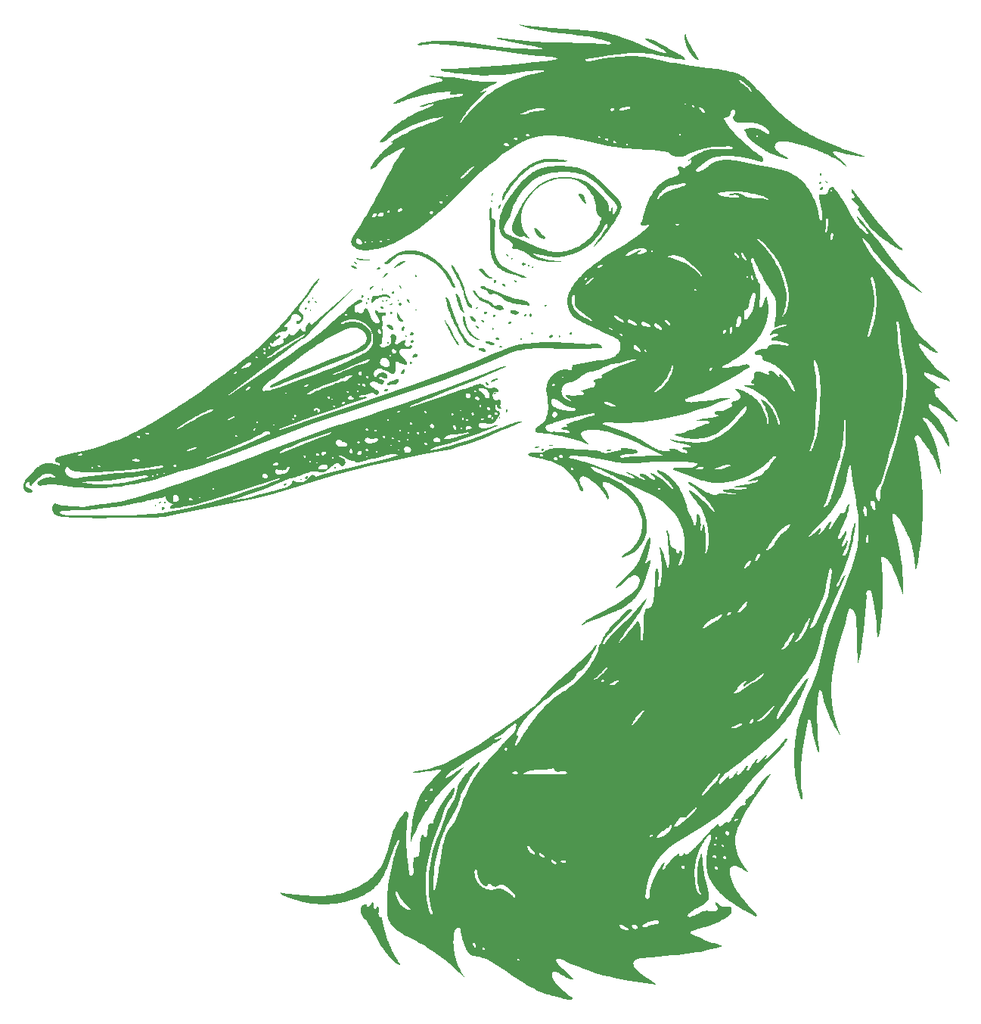
<source format=gbr>
%TF.GenerationSoftware,KiCad,Pcbnew,7.0.8*%
%TF.CreationDate,2023-11-06T14:20:59+01:00*%
%TF.ProjectId,bottom_choc,626f7474-6f6d-45f6-9368-6f632e6b6963,v1.0.0*%
%TF.SameCoordinates,Original*%
%TF.FileFunction,Legend,Bot*%
%TF.FilePolarity,Positive*%
%FSLAX46Y46*%
G04 Gerber Fmt 4.6, Leading zero omitted, Abs format (unit mm)*
G04 Created by KiCad (PCBNEW 7.0.8) date 2023-11-06 14:20:59*
%MOMM*%
%LPD*%
G01*
G04 APERTURE LIST*
%ADD10C,0.000000*%
G04 APERTURE END LIST*
D10*
G36*
X242480448Y-95499682D02*
G01*
X242548630Y-95700593D01*
X242623910Y-95898430D01*
X242705662Y-96093436D01*
X242793260Y-96285855D01*
X242886078Y-96475929D01*
X242983489Y-96663902D01*
X243084868Y-96850017D01*
X243297021Y-97217646D01*
X243517529Y-97580761D01*
X243963570Y-98301232D01*
X243963570Y-98301233D01*
X243939391Y-98306455D01*
X243915494Y-98310129D01*
X243891881Y-98312311D01*
X243868553Y-98313056D01*
X243845512Y-98312422D01*
X243822760Y-98310463D01*
X243800298Y-98307236D01*
X243778127Y-98302797D01*
X243756250Y-98297202D01*
X243734667Y-98290507D01*
X243713380Y-98282768D01*
X243692391Y-98274041D01*
X243671702Y-98264382D01*
X243651314Y-98253848D01*
X243631228Y-98242493D01*
X243611446Y-98230375D01*
X243572800Y-98204072D01*
X243535390Y-98175386D01*
X243499226Y-98144766D01*
X243464323Y-98112660D01*
X243430691Y-98079516D01*
X243398345Y-98045784D01*
X243337555Y-97978344D01*
X243212749Y-97844801D01*
X243093861Y-97704320D01*
X242981549Y-97557412D01*
X242876473Y-97404590D01*
X242779293Y-97246365D01*
X242690667Y-97083247D01*
X242611255Y-96915747D01*
X242541717Y-96744378D01*
X242482712Y-96569650D01*
X242434900Y-96392075D01*
X242398939Y-96212163D01*
X242375489Y-96030426D01*
X242365210Y-95847376D01*
X242368761Y-95663522D01*
X242386801Y-95479378D01*
X242419990Y-95295453D01*
X242480448Y-95499682D01*
G37*
G36*
X257609605Y-111013989D02*
G01*
X257624807Y-111018121D01*
X257639921Y-111025789D01*
X257654807Y-111037262D01*
X257669327Y-111052808D01*
X257683344Y-111072697D01*
X257696718Y-111097196D01*
X257709311Y-111126575D01*
X257698078Y-111146139D01*
X257687008Y-111165967D01*
X257675772Y-111185766D01*
X257669991Y-111195563D01*
X257664046Y-111205241D01*
X257657897Y-111214765D01*
X257651502Y-111224098D01*
X257644822Y-111233202D01*
X257637814Y-111242041D01*
X257630439Y-111250579D01*
X257622656Y-111258778D01*
X257614423Y-111266602D01*
X257605701Y-111274014D01*
X257578122Y-111277067D01*
X257553916Y-111276939D01*
X257532945Y-111273898D01*
X257515069Y-111268214D01*
X257500150Y-111260154D01*
X257488051Y-111249988D01*
X257478632Y-111237985D01*
X257471755Y-111224412D01*
X257467282Y-111209540D01*
X257465073Y-111193635D01*
X257464992Y-111176968D01*
X257466898Y-111159807D01*
X257470654Y-111142420D01*
X257476122Y-111125076D01*
X257483162Y-111108044D01*
X257491636Y-111091593D01*
X257501407Y-111075991D01*
X257512334Y-111061506D01*
X257524281Y-111048409D01*
X257537108Y-111036966D01*
X257550677Y-111027448D01*
X257564850Y-111020123D01*
X257579488Y-111015258D01*
X257594452Y-111013124D01*
X257609605Y-111013989D01*
G37*
G36*
X258154534Y-111888267D02*
G01*
X258163404Y-111889744D01*
X258172833Y-111891963D01*
X258192945Y-111898526D01*
X258214024Y-111907751D01*
X258235224Y-111919433D01*
X258245604Y-111926131D01*
X258255696Y-111933366D01*
X258265395Y-111941113D01*
X258274595Y-111949346D01*
X258283190Y-111958040D01*
X258291073Y-111967168D01*
X258298140Y-111976705D01*
X258304285Y-111986626D01*
X258317338Y-112007747D01*
X258328410Y-112026915D01*
X258337589Y-112044189D01*
X258344961Y-112059628D01*
X258350616Y-112073291D01*
X258354641Y-112085236D01*
X258357123Y-112095524D01*
X258358151Y-112104212D01*
X258357813Y-112111361D01*
X258356197Y-112117029D01*
X258353390Y-112121275D01*
X258349480Y-112124157D01*
X258344555Y-112125736D01*
X258338704Y-112126070D01*
X258332013Y-112125219D01*
X258324572Y-112123240D01*
X258316467Y-112120194D01*
X258307786Y-112116138D01*
X258298618Y-112111133D01*
X258289050Y-112105238D01*
X258269068Y-112091010D01*
X258248541Y-112073928D01*
X258228174Y-112054463D01*
X258208669Y-112033087D01*
X258199460Y-112021831D01*
X258190729Y-112010273D01*
X258182566Y-111998475D01*
X258175058Y-111986493D01*
X258160583Y-111972609D01*
X258148361Y-111959877D01*
X258138286Y-111948271D01*
X258130253Y-111937767D01*
X258124154Y-111928338D01*
X258119886Y-111919959D01*
X258117341Y-111912603D01*
X258116413Y-111906247D01*
X258116998Y-111900863D01*
X258118989Y-111896427D01*
X258122280Y-111892912D01*
X258126765Y-111890293D01*
X258132339Y-111888545D01*
X258138896Y-111887642D01*
X258146330Y-111887557D01*
X258154534Y-111888267D01*
G37*
G36*
X257563926Y-111985592D02*
G01*
X257578301Y-111989462D01*
X257591789Y-111995975D01*
X257604171Y-112005308D01*
X257615225Y-112017640D01*
X257624733Y-112033147D01*
X257632474Y-112052007D01*
X257638229Y-112074398D01*
X257641777Y-112100498D01*
X257642898Y-112130483D01*
X257608124Y-112156276D01*
X257590517Y-112169098D01*
X257581593Y-112175327D01*
X257572562Y-112181371D01*
X257563406Y-112187186D01*
X257554107Y-112192722D01*
X257544645Y-112197934D01*
X257535000Y-112202776D01*
X257525155Y-112207200D01*
X257515091Y-112211159D01*
X257504787Y-112214607D01*
X257494226Y-112217497D01*
X257468312Y-112209603D01*
X257446569Y-112200266D01*
X257428776Y-112189664D01*
X257414714Y-112177976D01*
X257404163Y-112165378D01*
X257396903Y-112152049D01*
X257392714Y-112138165D01*
X257391376Y-112123905D01*
X257392670Y-112109446D01*
X257396375Y-112094966D01*
X257402272Y-112080642D01*
X257410140Y-112066651D01*
X257419760Y-112053173D01*
X257430912Y-112040383D01*
X257443375Y-112028460D01*
X257456931Y-112017582D01*
X257471359Y-112007925D01*
X257486439Y-111999668D01*
X257501951Y-111992988D01*
X257517676Y-111988063D01*
X257533393Y-111985070D01*
X257548883Y-111984188D01*
X257563926Y-111985592D01*
G37*
G36*
X257766030Y-112549067D02*
G01*
X257777884Y-112552904D01*
X257788815Y-112558635D01*
X257798798Y-112566117D01*
X257807809Y-112575209D01*
X257815824Y-112585767D01*
X257822817Y-112597651D01*
X257828765Y-112610717D01*
X257833644Y-112624823D01*
X257837428Y-112639827D01*
X257840094Y-112655587D01*
X257841617Y-112671959D01*
X257841972Y-112688803D01*
X257841136Y-112705975D01*
X257839083Y-112723334D01*
X257835790Y-112740736D01*
X257831232Y-112758041D01*
X257825384Y-112775104D01*
X257818223Y-112791785D01*
X257809723Y-112807941D01*
X257799860Y-112823428D01*
X257788611Y-112838106D01*
X257775950Y-112851832D01*
X257761853Y-112864464D01*
X257727985Y-112882607D01*
X257696558Y-112897660D01*
X257667517Y-112909766D01*
X257640809Y-112919069D01*
X257616380Y-112925712D01*
X257594176Y-112929838D01*
X257574143Y-112931591D01*
X257556228Y-112931113D01*
X257540377Y-112928549D01*
X257526537Y-112924041D01*
X257514652Y-112917733D01*
X257504671Y-112909768D01*
X257496538Y-112900290D01*
X257490201Y-112889441D01*
X257485605Y-112877366D01*
X257482696Y-112864207D01*
X257481422Y-112850107D01*
X257481727Y-112835211D01*
X257483559Y-112819662D01*
X257486864Y-112803602D01*
X257491588Y-112787175D01*
X257497677Y-112770524D01*
X257505077Y-112753793D01*
X257513735Y-112737125D01*
X257523597Y-112720664D01*
X257534609Y-112704552D01*
X257546717Y-112688933D01*
X257559868Y-112673950D01*
X257574008Y-112659748D01*
X257589083Y-112646468D01*
X257605039Y-112634254D01*
X257621823Y-112623250D01*
X257640888Y-112603636D01*
X257659250Y-112587198D01*
X257676884Y-112573791D01*
X257693765Y-112563275D01*
X257709869Y-112555507D01*
X257725172Y-112550345D01*
X257739650Y-112547646D01*
X257753277Y-112547267D01*
X257766030Y-112549067D01*
G37*
G36*
X220872238Y-113197970D02*
G01*
X220877781Y-113200518D01*
X220882823Y-113204598D01*
X220887346Y-113210104D01*
X220891336Y-113216930D01*
X220894775Y-113224970D01*
X220897648Y-113234118D01*
X220899938Y-113244269D01*
X220902706Y-113267154D01*
X220902951Y-113292777D01*
X220900543Y-113320292D01*
X220895353Y-113348850D01*
X220887253Y-113377606D01*
X220882071Y-113391792D01*
X220876112Y-113405710D01*
X220869362Y-113419254D01*
X220861803Y-113432317D01*
X220861798Y-113432317D01*
X220832712Y-113483381D01*
X220821243Y-113508579D01*
X220810436Y-113530111D01*
X220800291Y-113548145D01*
X220790805Y-113562848D01*
X220781974Y-113574386D01*
X220773797Y-113582928D01*
X220766271Y-113588640D01*
X220759394Y-113591691D01*
X220753164Y-113592247D01*
X220747577Y-113590475D01*
X220742633Y-113586543D01*
X220738327Y-113580619D01*
X220734658Y-113572869D01*
X220731624Y-113563461D01*
X220727449Y-113540341D01*
X220725783Y-113512596D01*
X220726606Y-113481565D01*
X220729900Y-113448587D01*
X220735645Y-113415000D01*
X220743822Y-113382144D01*
X220754411Y-113351356D01*
X220760605Y-113337156D01*
X220767394Y-113323975D01*
X220774777Y-113311980D01*
X220782751Y-113301340D01*
X220792750Y-113280046D01*
X220802425Y-113261450D01*
X220811759Y-113245445D01*
X220820737Y-113231925D01*
X220829342Y-113220784D01*
X220837557Y-113211916D01*
X220845368Y-113205216D01*
X220852758Y-113200577D01*
X220859710Y-113197894D01*
X220866209Y-113197060D01*
X220872238Y-113197970D01*
G37*
G36*
X227814646Y-109424545D02*
G01*
X228107495Y-109441837D01*
X228399487Y-109468692D01*
X228690202Y-109504909D01*
X228704275Y-109510135D01*
X228719699Y-109514799D01*
X228754123Y-109522656D01*
X228792520Y-109528913D01*
X228833936Y-109534002D01*
X229010703Y-109551323D01*
X229052900Y-109557057D01*
X229092389Y-109564216D01*
X229128218Y-109573234D01*
X229144461Y-109578575D01*
X229159431Y-109584542D01*
X229173009Y-109591191D01*
X229185075Y-109598574D01*
X229195511Y-109606746D01*
X229204195Y-109615760D01*
X229211011Y-109625672D01*
X229215838Y-109636534D01*
X229218556Y-109648402D01*
X229219047Y-109661329D01*
X229122117Y-109686783D01*
X229024535Y-109707182D01*
X228926374Y-109723001D01*
X228827703Y-109734714D01*
X228728594Y-109742795D01*
X228629116Y-109747720D01*
X228529341Y-109749963D01*
X228429339Y-109749998D01*
X228228938Y-109745342D01*
X228028477Y-109737550D01*
X227828522Y-109730418D01*
X227629637Y-109727741D01*
X227483923Y-109721380D01*
X227338160Y-109720337D01*
X227192518Y-109724566D01*
X227047167Y-109734021D01*
X226902274Y-109748655D01*
X226758009Y-109768424D01*
X226614541Y-109793281D01*
X226472040Y-109823179D01*
X226330673Y-109858073D01*
X226190611Y-109897916D01*
X226052022Y-109942664D01*
X225915075Y-109992269D01*
X225779939Y-110046685D01*
X225646784Y-110105867D01*
X225515777Y-110169769D01*
X225387090Y-110238344D01*
X225154424Y-110373582D01*
X224929700Y-110519249D01*
X224712619Y-110674692D01*
X224502880Y-110839257D01*
X224300182Y-111012289D01*
X224104225Y-111193135D01*
X223914709Y-111381141D01*
X223731332Y-111575652D01*
X223553796Y-111776015D01*
X223381800Y-111981575D01*
X223215042Y-112191678D01*
X223053223Y-112405670D01*
X222896043Y-112622898D01*
X222743200Y-112842707D01*
X222449327Y-113287451D01*
X222430584Y-113307960D01*
X222412626Y-113329057D01*
X222395410Y-113350700D01*
X222378891Y-113372848D01*
X222363025Y-113395460D01*
X222347767Y-113418497D01*
X222333072Y-113441916D01*
X222318895Y-113465678D01*
X222291921Y-113514064D01*
X222266488Y-113563330D01*
X222242240Y-113613148D01*
X222218820Y-113663193D01*
X222211454Y-113673159D01*
X222203962Y-113685128D01*
X222188587Y-113714295D01*
X222172670Y-113749136D01*
X222156188Y-113788092D01*
X222121431Y-113872110D01*
X222103108Y-113914056D01*
X222084123Y-113953880D01*
X222064451Y-113990024D01*
X222054351Y-114006228D01*
X222044070Y-114020928D01*
X222033605Y-114033929D01*
X222022954Y-114045035D01*
X222012114Y-114054052D01*
X222001080Y-114060784D01*
X221989851Y-114065038D01*
X221978424Y-114066617D01*
X221966794Y-114065328D01*
X221954961Y-114060975D01*
X221942919Y-114053364D01*
X221930666Y-114042300D01*
X221918200Y-114027587D01*
X221905517Y-114009031D01*
X221901327Y-113983263D01*
X221898271Y-113957537D01*
X221896309Y-113931858D01*
X221895394Y-113906227D01*
X221896536Y-113855129D01*
X221901347Y-113804272D01*
X221909478Y-113753685D01*
X221920578Y-113703396D01*
X221934299Y-113653435D01*
X221950290Y-113603830D01*
X221968202Y-113554611D01*
X221987685Y-113505805D01*
X222029966Y-113409553D01*
X222117993Y-113223289D01*
X222228521Y-113037632D01*
X222340968Y-112852842D01*
X222455994Y-112669530D01*
X222574258Y-112488307D01*
X222696418Y-112309787D01*
X222823134Y-112134579D01*
X222955065Y-111963296D01*
X223023192Y-111879317D01*
X223092870Y-111796549D01*
X223429954Y-111420969D01*
X223605179Y-111237231D01*
X223785033Y-111057277D01*
X223969650Y-110881919D01*
X224159159Y-110711970D01*
X224353693Y-110548242D01*
X224553383Y-110391547D01*
X224758361Y-110242698D01*
X224968758Y-110102507D01*
X225184706Y-109971785D01*
X225406336Y-109851347D01*
X225633780Y-109742002D01*
X225867168Y-109644565D01*
X226106634Y-109559848D01*
X226352307Y-109488661D01*
X226643117Y-109455083D01*
X226935177Y-109432086D01*
X227228066Y-109419466D01*
X227521363Y-109417020D01*
X227814646Y-109424545D01*
G37*
G36*
X220759155Y-114039866D02*
G01*
X220768984Y-114042354D01*
X220779385Y-114046506D01*
X220790328Y-114052415D01*
X220801783Y-114060175D01*
X220813721Y-114069878D01*
X220826111Y-114081616D01*
X220838924Y-114095483D01*
X220852130Y-114111572D01*
X220855867Y-114118696D01*
X220859278Y-114126414D01*
X220862356Y-114134646D01*
X220865093Y-114143312D01*
X220867480Y-114152333D01*
X220869511Y-114161628D01*
X220871178Y-114171118D01*
X220872472Y-114180723D01*
X220873388Y-114190364D01*
X220873915Y-114199959D01*
X220874048Y-114209431D01*
X220873779Y-114218698D01*
X220873099Y-114227682D01*
X220872001Y-114236301D01*
X220870477Y-114244477D01*
X220868520Y-114252130D01*
X220866123Y-114259180D01*
X220863276Y-114265546D01*
X220859973Y-114271150D01*
X220856207Y-114275912D01*
X220851969Y-114279751D01*
X220847251Y-114282588D01*
X220842046Y-114284343D01*
X220836347Y-114284936D01*
X220830146Y-114284288D01*
X220823434Y-114282319D01*
X220816205Y-114278948D01*
X220808450Y-114274097D01*
X220800163Y-114267684D01*
X220791335Y-114259632D01*
X220781958Y-114249859D01*
X220772026Y-114238286D01*
X220759218Y-114228661D01*
X220747695Y-114218474D01*
X220737428Y-114207817D01*
X220728386Y-114196783D01*
X220720540Y-114185466D01*
X220713861Y-114173956D01*
X220708317Y-114162349D01*
X220703881Y-114150735D01*
X220700521Y-114139209D01*
X220698209Y-114127863D01*
X220696915Y-114116789D01*
X220696608Y-114106081D01*
X220697259Y-114095831D01*
X220698839Y-114086132D01*
X220701317Y-114077076D01*
X220704664Y-114068758D01*
X220708851Y-114061269D01*
X220713846Y-114054702D01*
X220719622Y-114049151D01*
X220726147Y-114044707D01*
X220733393Y-114041464D01*
X220741329Y-114039514D01*
X220749927Y-114038951D01*
X220759155Y-114039866D01*
G37*
G36*
X221769337Y-114548292D02*
G01*
X221759990Y-114577183D01*
X221751491Y-114606430D01*
X221743621Y-114635941D01*
X221714072Y-114754801D01*
X221706074Y-114784261D01*
X221697395Y-114813436D01*
X221687816Y-114842235D01*
X221677118Y-114870565D01*
X221665084Y-114898335D01*
X221651494Y-114925453D01*
X221636131Y-114951828D01*
X221618774Y-114977368D01*
X221593874Y-114980063D01*
X221571880Y-114979688D01*
X221552697Y-114976440D01*
X221536224Y-114970518D01*
X221522367Y-114962118D01*
X221511025Y-114951437D01*
X221502103Y-114938674D01*
X221495502Y-114924024D01*
X221491125Y-114907687D01*
X221488874Y-114889859D01*
X221488652Y-114870737D01*
X221490361Y-114850518D01*
X221493904Y-114829401D01*
X221499182Y-114807582D01*
X221506098Y-114785259D01*
X221514555Y-114762629D01*
X221524455Y-114739890D01*
X221535701Y-114717238D01*
X221548194Y-114694871D01*
X221561838Y-114672987D01*
X221576534Y-114651783D01*
X221592185Y-114631456D01*
X221608694Y-114612204D01*
X221625962Y-114594223D01*
X221643893Y-114577712D01*
X221662388Y-114562867D01*
X221681351Y-114549887D01*
X221700682Y-114538967D01*
X221720286Y-114530306D01*
X221740064Y-114524102D01*
X221759918Y-114520550D01*
X221779752Y-114519849D01*
X221769337Y-114548292D01*
G37*
G36*
X262229576Y-114258954D02*
G01*
X263352695Y-115697522D01*
X263925577Y-116407446D01*
X264510524Y-117107179D01*
X265110921Y-117793759D01*
X265730154Y-118464223D01*
X265730151Y-118464224D01*
X265730149Y-118464225D01*
X265730148Y-118464226D01*
X265730147Y-118464226D01*
X265730143Y-118464227D01*
X265730142Y-118464228D01*
X265730141Y-118464228D01*
X265730139Y-118464229D01*
X265730136Y-118464229D01*
X265807968Y-118551563D01*
X265887584Y-118637206D01*
X265968613Y-118721511D01*
X266050682Y-118804826D01*
X266381918Y-119135206D01*
X266391338Y-119150548D01*
X266402458Y-119166066D01*
X266415115Y-119181751D01*
X266429151Y-119197591D01*
X266460714Y-119229698D01*
X266495860Y-119262305D01*
X266571764Y-119328693D01*
X266609952Y-119362310D01*
X266646584Y-119396099D01*
X266680373Y-119429979D01*
X266695801Y-119446928D01*
X266710037Y-119463869D01*
X266722920Y-119480791D01*
X266734289Y-119497685D01*
X266743984Y-119514540D01*
X266751844Y-119531346D01*
X266757709Y-119548093D01*
X266761418Y-119564770D01*
X266762810Y-119581368D01*
X266761725Y-119597876D01*
X266758001Y-119614284D01*
X266751480Y-119630581D01*
X266741999Y-119646758D01*
X266729397Y-119662803D01*
X266664211Y-119639187D01*
X266599838Y-119613752D01*
X266536250Y-119586598D01*
X266473417Y-119557828D01*
X266411308Y-119527543D01*
X266349895Y-119495844D01*
X266289147Y-119462831D01*
X266229036Y-119428608D01*
X266110600Y-119356931D01*
X265994352Y-119281623D01*
X265880051Y-119203495D01*
X265767462Y-119123356D01*
X265461542Y-118946419D01*
X265162506Y-118758687D01*
X264870522Y-118560527D01*
X264585758Y-118352305D01*
X264308383Y-118134389D01*
X264038565Y-117907146D01*
X263776471Y-117670942D01*
X263522270Y-117426145D01*
X263276130Y-117173121D01*
X263038218Y-116912237D01*
X262808705Y-116643861D01*
X262587756Y-116368359D01*
X262375540Y-116086098D01*
X262172226Y-115797445D01*
X261977982Y-115502768D01*
X261792975Y-115202432D01*
X261771900Y-115188096D01*
X261753980Y-115174064D01*
X261739052Y-115160313D01*
X261726951Y-115146822D01*
X261717515Y-115133566D01*
X261710580Y-115120523D01*
X261705982Y-115107670D01*
X261703559Y-115094983D01*
X261703146Y-115082442D01*
X261704581Y-115070021D01*
X261707700Y-115057699D01*
X261712340Y-115045452D01*
X261718336Y-115033258D01*
X261725527Y-115021094D01*
X261733747Y-115008937D01*
X261742835Y-114996764D01*
X261762957Y-114972277D01*
X261784585Y-114947452D01*
X261806413Y-114922105D01*
X261827132Y-114896054D01*
X261836668Y-114882706D01*
X261845436Y-114869113D01*
X261853274Y-114855253D01*
X261860017Y-114841102D01*
X261865503Y-114826638D01*
X261869568Y-114811837D01*
X261872049Y-114796676D01*
X261872781Y-114781134D01*
X261855538Y-114747645D01*
X261836973Y-114715242D01*
X261817169Y-114683857D01*
X261796208Y-114653421D01*
X261774172Y-114623866D01*
X261751142Y-114595123D01*
X261702429Y-114539803D01*
X261650726Y-114486912D01*
X261596686Y-114435904D01*
X261540966Y-114386233D01*
X261484220Y-114337351D01*
X261370271Y-114239769D01*
X261314379Y-114189974D01*
X261260082Y-114138782D01*
X261208034Y-114085645D01*
X261158891Y-114030017D01*
X261135614Y-114001098D01*
X261113309Y-113971350D01*
X261092058Y-113940707D01*
X261071942Y-113909099D01*
X261051925Y-113884395D01*
X261036075Y-113862932D01*
X261024165Y-113844499D01*
X261015969Y-113828882D01*
X261011258Y-113815870D01*
X261009808Y-113805251D01*
X261011390Y-113796811D01*
X261015778Y-113790338D01*
X261022745Y-113785620D01*
X261032064Y-113782445D01*
X261043508Y-113780600D01*
X261056851Y-113779873D01*
X261088324Y-113780923D01*
X261124669Y-113783895D01*
X261164070Y-113787091D01*
X261204712Y-113788812D01*
X261244782Y-113787359D01*
X261264035Y-113784911D01*
X261282464Y-113781032D01*
X261299842Y-113775511D01*
X261315943Y-113768133D01*
X261330539Y-113758688D01*
X261343404Y-113746963D01*
X261354310Y-113732745D01*
X261363032Y-113715822D01*
X261369342Y-113695982D01*
X261373013Y-113673012D01*
X261369056Y-113645260D01*
X261362587Y-113617641D01*
X261353831Y-113590149D01*
X261343013Y-113562776D01*
X261330356Y-113535515D01*
X261316085Y-113508358D01*
X261283601Y-113454328D01*
X261134014Y-113240936D01*
X261100684Y-113187980D01*
X261085864Y-113161521D01*
X261072573Y-113135064D01*
X261061036Y-113108604D01*
X261051477Y-113082132D01*
X261044121Y-113055640D01*
X261039192Y-113029123D01*
X261036914Y-113002573D01*
X261037513Y-112975982D01*
X261041212Y-112949343D01*
X261048236Y-112922649D01*
X261058810Y-112895892D01*
X261073158Y-112869066D01*
X261091505Y-112842163D01*
X261114075Y-112815176D01*
X262229576Y-114258954D01*
G37*
G36*
X222362136Y-120039801D02*
G01*
X222370310Y-120040859D01*
X222379401Y-120042869D01*
X222399871Y-120049545D01*
X222422609Y-120059426D01*
X222446680Y-120072111D01*
X222471147Y-120087200D01*
X222495076Y-120104293D01*
X222517530Y-120122987D01*
X222527911Y-120132810D01*
X222537573Y-120142883D01*
X222546398Y-120153156D01*
X222554269Y-120163579D01*
X222572841Y-120194317D01*
X222587025Y-120216586D01*
X222598781Y-120236376D01*
X222608227Y-120253783D01*
X222615483Y-120268904D01*
X222620666Y-120281834D01*
X222623894Y-120292668D01*
X222625287Y-120301503D01*
X222624962Y-120308435D01*
X222623038Y-120313560D01*
X222619633Y-120316972D01*
X222614866Y-120318769D01*
X222608854Y-120319046D01*
X222601716Y-120317898D01*
X222593571Y-120315422D01*
X222584537Y-120311714D01*
X222574732Y-120306869D01*
X222553283Y-120294152D01*
X222530172Y-120278039D01*
X222506344Y-120259297D01*
X222482748Y-120238691D01*
X222460329Y-120216989D01*
X222440034Y-120194958D01*
X222422812Y-120173364D01*
X222415648Y-120162971D01*
X222409607Y-120152974D01*
X222392645Y-120135447D01*
X222378239Y-120119573D01*
X222366272Y-120105303D01*
X222356627Y-120092585D01*
X222349186Y-120081370D01*
X222343834Y-120071608D01*
X222340452Y-120063249D01*
X222338924Y-120056242D01*
X222339132Y-120050538D01*
X222340961Y-120046086D01*
X222344293Y-120042837D01*
X222349011Y-120040739D01*
X222354997Y-120039744D01*
X222362136Y-120039801D01*
G37*
G36*
X223039591Y-120454359D02*
G01*
X223050871Y-120458679D01*
X223062044Y-120466027D01*
X223073003Y-120476625D01*
X223083641Y-120490696D01*
X223093850Y-120508462D01*
X223103523Y-120530145D01*
X223112553Y-120555967D01*
X223108417Y-120564105D01*
X223104458Y-120572390D01*
X223096844Y-120589231D01*
X223089269Y-120606163D01*
X223085356Y-120614561D01*
X223081286Y-120622858D01*
X223077004Y-120631014D01*
X223072453Y-120638987D01*
X223067578Y-120646738D01*
X223062324Y-120654224D01*
X223056634Y-120661405D01*
X223050454Y-120668240D01*
X223047163Y-120671515D01*
X223043728Y-120674688D01*
X223040143Y-120677754D01*
X223036400Y-120680707D01*
X223015513Y-120681526D01*
X222997199Y-120679818D01*
X222981351Y-120675807D01*
X222967862Y-120669713D01*
X222956624Y-120661761D01*
X222947531Y-120652171D01*
X222940474Y-120641166D01*
X222935348Y-120628968D01*
X222932044Y-120615799D01*
X222930456Y-120601881D01*
X222930476Y-120587437D01*
X222931997Y-120572689D01*
X222934912Y-120557859D01*
X222939113Y-120543168D01*
X222944494Y-120528840D01*
X222950947Y-120515096D01*
X222958366Y-120502159D01*
X222966642Y-120490251D01*
X222975669Y-120479593D01*
X222985339Y-120470409D01*
X222995546Y-120462920D01*
X223006182Y-120457348D01*
X223017139Y-120453916D01*
X223028311Y-120452846D01*
X223039591Y-120454359D01*
G37*
G36*
X205603113Y-120507630D02*
G01*
X205676441Y-120517181D01*
X205822358Y-120541179D01*
X205967612Y-120569544D01*
X206112584Y-120599684D01*
X206257659Y-120629002D01*
X206403220Y-120654905D01*
X206476302Y-120665765D01*
X206549649Y-120674799D01*
X206623310Y-120681681D01*
X206697331Y-120686088D01*
X206697331Y-120686084D01*
X206735139Y-120690447D01*
X206773235Y-120693807D01*
X206850051Y-120698468D01*
X207004524Y-120706210D01*
X207042972Y-120709203D01*
X207081232Y-120713096D01*
X207119246Y-120718125D01*
X207156954Y-120724530D01*
X207194297Y-120732546D01*
X207231216Y-120742413D01*
X207267651Y-120754368D01*
X207303543Y-120768648D01*
X207239036Y-120776309D01*
X207174438Y-120782574D01*
X207045022Y-120791196D01*
X206915396Y-120795066D01*
X206785661Y-120794734D01*
X206655919Y-120790753D01*
X206526270Y-120783674D01*
X206396815Y-120774048D01*
X206267656Y-120762427D01*
X206068741Y-120737962D01*
X206017421Y-120730741D01*
X205966138Y-120722385D01*
X205915229Y-120712548D01*
X205865032Y-120700883D01*
X205815882Y-120687042D01*
X205768117Y-120670680D01*
X205722074Y-120651450D01*
X205699803Y-120640651D01*
X205678089Y-120629005D01*
X205656974Y-120616469D01*
X205636500Y-120602999D01*
X205616709Y-120588552D01*
X205597644Y-120573084D01*
X205579345Y-120556553D01*
X205561856Y-120538915D01*
X205545219Y-120520127D01*
X205529475Y-120500145D01*
X205603113Y-120507630D01*
G37*
G36*
X228755110Y-110219288D02*
G01*
X229185270Y-110247660D01*
X229614051Y-110288228D01*
X230040536Y-110337803D01*
X230289894Y-110389799D01*
X230534886Y-110454779D01*
X230775446Y-110532098D01*
X231011508Y-110621112D01*
X231243006Y-110721176D01*
X231469873Y-110831646D01*
X231692043Y-110951878D01*
X231909450Y-111081226D01*
X232122027Y-111219048D01*
X232329709Y-111364698D01*
X232532428Y-111517532D01*
X232730119Y-111676906D01*
X232922715Y-111842175D01*
X233110151Y-112012696D01*
X233292359Y-112187822D01*
X233469273Y-112366911D01*
X233532486Y-112443141D01*
X233597081Y-112518071D01*
X233662947Y-112591805D01*
X233729971Y-112664447D01*
X233867042Y-112806871D01*
X234007391Y-112946172D01*
X234150116Y-113083180D01*
X234294317Y-113218726D01*
X234583534Y-113488755D01*
X234661548Y-113561678D01*
X234737801Y-113638542D01*
X234811629Y-113719141D01*
X234882371Y-113803268D01*
X234949363Y-113890714D01*
X235011944Y-113981274D01*
X235069450Y-114074739D01*
X235121220Y-114170904D01*
X235166591Y-114269560D01*
X235204899Y-114370501D01*
X235235484Y-114473520D01*
X235257682Y-114578409D01*
X235265429Y-114631491D01*
X235270831Y-114684962D01*
X235273804Y-114738798D01*
X235274267Y-114792972D01*
X235272137Y-114847458D01*
X235267330Y-114902230D01*
X235259764Y-114957263D01*
X235249356Y-115012531D01*
X235138365Y-115271036D01*
X235019343Y-115525405D01*
X234892661Y-115775704D01*
X234758688Y-116022000D01*
X234617796Y-116264359D01*
X234470353Y-116502848D01*
X234316730Y-116737533D01*
X234157297Y-116968481D01*
X233992424Y-117195757D01*
X233822482Y-117419428D01*
X233647840Y-117639561D01*
X233468869Y-117856222D01*
X233285939Y-118069477D01*
X233099420Y-118279393D01*
X232717094Y-118689472D01*
X232642960Y-118763750D01*
X232569529Y-118839380D01*
X232422832Y-118991473D01*
X232348595Y-119066323D01*
X232273115Y-119139300D01*
X232234758Y-119174834D01*
X232195907Y-119209598D01*
X232156504Y-119243491D01*
X232116486Y-119276412D01*
X232191859Y-119157160D01*
X232270927Y-119039322D01*
X232352893Y-118922641D01*
X232436964Y-118806862D01*
X232778389Y-118347630D01*
X232890723Y-118199011D01*
X232999639Y-118048064D01*
X233105861Y-117895284D01*
X233210112Y-117741166D01*
X233621878Y-117121215D01*
X233637266Y-117106964D01*
X233651431Y-117091071D01*
X233664369Y-117073717D01*
X233676074Y-117055083D01*
X233686540Y-117035352D01*
X233695764Y-117014703D01*
X233703740Y-116993320D01*
X233710463Y-116971383D01*
X233715927Y-116949074D01*
X233720128Y-116926573D01*
X233723060Y-116904064D01*
X233724719Y-116881726D01*
X233725099Y-116859742D01*
X233724195Y-116838293D01*
X233722002Y-116817560D01*
X233718516Y-116797725D01*
X233713730Y-116778969D01*
X233707641Y-116761474D01*
X233700242Y-116745421D01*
X233691528Y-116730991D01*
X233681495Y-116718367D01*
X233670138Y-116707729D01*
X233657451Y-116699258D01*
X233643429Y-116693137D01*
X233628068Y-116689547D01*
X233611362Y-116688669D01*
X233593305Y-116690684D01*
X233573893Y-116695775D01*
X233553122Y-116704122D01*
X233530985Y-116715906D01*
X233507477Y-116731311D01*
X233482594Y-116750516D01*
X233387377Y-116929265D01*
X233287454Y-117105683D01*
X233182859Y-117279569D01*
X233073630Y-117450724D01*
X232959802Y-117618948D01*
X232841411Y-117784040D01*
X232718494Y-117945801D01*
X232591085Y-118104031D01*
X232459220Y-118258531D01*
X232322937Y-118409100D01*
X232182271Y-118555538D01*
X232037257Y-118697646D01*
X231887931Y-118835223D01*
X231734330Y-118968071D01*
X231576490Y-119095988D01*
X231414445Y-119218775D01*
X231280232Y-119317035D01*
X231143175Y-119410820D01*
X231003422Y-119500186D01*
X230861115Y-119585191D01*
X230716401Y-119665892D01*
X230569424Y-119742346D01*
X230420330Y-119814609D01*
X230269264Y-119882739D01*
X230116370Y-119946792D01*
X229961793Y-120006826D01*
X229805680Y-120062897D01*
X229648173Y-120115062D01*
X229489420Y-120163378D01*
X229329564Y-120207903D01*
X229168751Y-120248692D01*
X229007126Y-120285804D01*
X228787861Y-120333459D01*
X228568087Y-120367693D01*
X228347917Y-120389521D01*
X228127463Y-120399961D01*
X227906837Y-120400030D01*
X227686151Y-120390744D01*
X227465519Y-120373119D01*
X227245052Y-120348173D01*
X227024862Y-120316922D01*
X226805062Y-120280383D01*
X226367083Y-120195508D01*
X225500748Y-120007035D01*
X225475739Y-119997917D01*
X225453577Y-119990646D01*
X225434153Y-119985133D01*
X225417356Y-119981285D01*
X225403076Y-119979011D01*
X225391203Y-119978220D01*
X225381628Y-119978820D01*
X225374239Y-119980721D01*
X225368928Y-119983830D01*
X225365584Y-119988057D01*
X225364097Y-119993310D01*
X225364358Y-119999498D01*
X225366255Y-120006529D01*
X225369680Y-120014313D01*
X225374522Y-120022758D01*
X225380672Y-120031772D01*
X225396452Y-120051144D01*
X225416141Y-120071699D01*
X225438859Y-120092707D01*
X225463727Y-120113435D01*
X225489863Y-120133155D01*
X225516388Y-120151136D01*
X225542423Y-120166647D01*
X225567087Y-120178957D01*
X225705579Y-120251155D01*
X225846284Y-120318497D01*
X225989045Y-120381111D01*
X226133703Y-120439124D01*
X226280100Y-120492664D01*
X226428079Y-120541859D01*
X226577481Y-120586836D01*
X226728149Y-120627724D01*
X226879924Y-120664649D01*
X227032648Y-120697740D01*
X227186164Y-120727125D01*
X227340313Y-120752930D01*
X227494937Y-120775284D01*
X227649879Y-120794314D01*
X227960083Y-120822914D01*
X227960069Y-120822909D01*
X228027554Y-120830659D01*
X228095152Y-120837286D01*
X228230507Y-120848846D01*
X228462868Y-120870058D01*
X228494357Y-120873850D01*
X228521875Y-120877947D01*
X228544067Y-120882364D01*
X228559579Y-120887118D01*
X228564407Y-120889625D01*
X228567057Y-120892222D01*
X228567360Y-120894911D01*
X228565146Y-120897694D01*
X228560247Y-120900572D01*
X228552493Y-120903548D01*
X228527742Y-120909800D01*
X228079485Y-120932499D01*
X227853484Y-120937230D01*
X227626875Y-120936667D01*
X227400138Y-120930149D01*
X227173752Y-120917012D01*
X226948198Y-120896597D01*
X226723956Y-120868241D01*
X226501505Y-120831282D01*
X226281326Y-120785060D01*
X226063899Y-120728912D01*
X225849703Y-120662177D01*
X225639219Y-120584194D01*
X225432926Y-120494300D01*
X225231305Y-120391835D01*
X225034836Y-120276136D01*
X224947683Y-120187470D01*
X224856113Y-120104123D01*
X224760422Y-120026037D01*
X224660908Y-119953153D01*
X224557867Y-119885411D01*
X224451597Y-119822753D01*
X224342395Y-119765119D01*
X224230557Y-119712451D01*
X224116380Y-119664688D01*
X224000162Y-119621773D01*
X223882199Y-119583646D01*
X223762788Y-119550248D01*
X223642227Y-119521520D01*
X223520811Y-119497403D01*
X223398839Y-119477838D01*
X223276607Y-119462765D01*
X223240673Y-119468154D01*
X223208787Y-119471261D01*
X223180748Y-119472179D01*
X223156354Y-119471001D01*
X223135401Y-119467822D01*
X223117689Y-119462735D01*
X223103014Y-119455833D01*
X223091176Y-119447209D01*
X223081971Y-119436958D01*
X223075197Y-119425171D01*
X223070653Y-119411944D01*
X223068136Y-119397368D01*
X223067445Y-119381539D01*
X223068376Y-119364549D01*
X223074300Y-119327459D01*
X223122495Y-119151353D01*
X223132584Y-119104127D01*
X223136222Y-119080548D01*
X223138654Y-119057116D01*
X223139678Y-119033925D01*
X223139090Y-119011068D01*
X223136690Y-118988639D01*
X223132274Y-118966730D01*
X223114713Y-118932666D01*
X223095778Y-118899923D01*
X223075532Y-118868443D01*
X223054039Y-118838165D01*
X223031365Y-118809031D01*
X223007573Y-118780982D01*
X222956897Y-118727900D01*
X222902527Y-118678448D01*
X222844978Y-118632151D01*
X222784768Y-118588537D01*
X222722412Y-118547131D01*
X222658427Y-118507461D01*
X222593329Y-118469054D01*
X222461858Y-118394134D01*
X222332129Y-118318585D01*
X222269209Y-118279391D01*
X222208273Y-118238621D01*
X222152487Y-118204655D01*
X222099770Y-118167298D01*
X222050072Y-118126762D01*
X222003347Y-118083263D01*
X221959548Y-118037015D01*
X221918625Y-117988233D01*
X221880532Y-117937132D01*
X221845220Y-117883925D01*
X221812643Y-117828828D01*
X221782752Y-117772055D01*
X221755500Y-117713821D01*
X221730839Y-117654341D01*
X221708721Y-117593828D01*
X221689098Y-117532498D01*
X221671923Y-117470565D01*
X221657149Y-117408244D01*
X221619704Y-117227400D01*
X221619287Y-117224330D01*
X222133350Y-117224330D01*
X222134564Y-117257630D01*
X222137659Y-117290753D01*
X222142575Y-117323647D01*
X222149254Y-117356261D01*
X222157636Y-117388545D01*
X222167663Y-117420446D01*
X222179276Y-117451913D01*
X222192416Y-117482897D01*
X222207025Y-117513344D01*
X222223043Y-117543205D01*
X222240411Y-117572427D01*
X222259071Y-117600961D01*
X222278964Y-117628754D01*
X222300031Y-117655755D01*
X222322213Y-117681914D01*
X222345452Y-117707178D01*
X222369688Y-117731498D01*
X222394863Y-117754821D01*
X222420917Y-117777097D01*
X222447792Y-117798274D01*
X222475430Y-117818302D01*
X222503771Y-117837129D01*
X222532756Y-117854703D01*
X222562327Y-117870974D01*
X222592424Y-117885891D01*
X222879002Y-117987072D01*
X223162925Y-118094982D01*
X223724506Y-118326658D01*
X224834487Y-118823087D01*
X225389681Y-119070504D01*
X225949539Y-119305831D01*
X226232277Y-119416252D01*
X226517455Y-119520401D01*
X226805497Y-119617193D01*
X227096828Y-119705545D01*
X227096819Y-119705545D01*
X227265352Y-119744504D01*
X227435344Y-119776385D01*
X227606504Y-119801216D01*
X227778544Y-119819023D01*
X227951173Y-119829833D01*
X228124103Y-119833673D01*
X228297044Y-119830569D01*
X228469707Y-119820549D01*
X228645758Y-119802267D01*
X228820496Y-119777402D01*
X228993792Y-119746092D01*
X229165519Y-119708477D01*
X229335550Y-119664693D01*
X229503756Y-119614881D01*
X229670011Y-119559179D01*
X229834187Y-119497724D01*
X230155791Y-119358114D01*
X230467549Y-119197159D01*
X230768441Y-119015968D01*
X231057445Y-118815648D01*
X231333543Y-118597308D01*
X231595714Y-118362056D01*
X231842939Y-118111002D01*
X232074196Y-117845252D01*
X232288466Y-117565916D01*
X232484729Y-117274101D01*
X232661965Y-116970917D01*
X232819153Y-116657471D01*
X232823084Y-116635740D01*
X232828519Y-116613770D01*
X232835317Y-116591581D01*
X232843335Y-116569194D01*
X232862461Y-116523904D01*
X232884761Y-116478066D01*
X232982934Y-116292500D01*
X233004032Y-116246374D01*
X233021476Y-116200681D01*
X233028472Y-116178049D01*
X233034129Y-116155586D01*
X233038303Y-116133313D01*
X233040852Y-116111251D01*
X233041635Y-116089421D01*
X233040508Y-116067842D01*
X233037331Y-116046535D01*
X233031960Y-116025521D01*
X233024253Y-116004819D01*
X233014068Y-115984452D01*
X233001264Y-115964438D01*
X232985696Y-115944799D01*
X232953836Y-115932777D01*
X232923121Y-115919272D01*
X232893537Y-115904339D01*
X232865067Y-115888037D01*
X232837694Y-115870421D01*
X232811403Y-115851549D01*
X232786178Y-115831477D01*
X232762002Y-115810262D01*
X232738860Y-115787961D01*
X232716735Y-115764630D01*
X232675474Y-115715107D01*
X232638090Y-115662148D01*
X232604454Y-115606207D01*
X232574438Y-115547737D01*
X232547914Y-115487193D01*
X232524752Y-115425029D01*
X232504824Y-115361700D01*
X232488002Y-115297659D01*
X232474157Y-115233361D01*
X232463160Y-115169260D01*
X232454883Y-115105810D01*
X232446337Y-114922953D01*
X232428719Y-114740796D01*
X232402160Y-114559757D01*
X232366792Y-114380252D01*
X232322747Y-114202698D01*
X232270155Y-114027514D01*
X232209149Y-113855115D01*
X232139859Y-113685920D01*
X232062418Y-113520345D01*
X231976956Y-113358809D01*
X231883605Y-113201727D01*
X231782498Y-113049518D01*
X231673764Y-112902598D01*
X231557536Y-112761385D01*
X231433945Y-112626297D01*
X231303122Y-112497749D01*
X231187852Y-112390954D01*
X231067525Y-112290549D01*
X230942470Y-112196572D01*
X230813021Y-112109060D01*
X230679509Y-112028050D01*
X230542266Y-111953580D01*
X230401623Y-111885687D01*
X230257912Y-111824408D01*
X230111466Y-111769782D01*
X229962616Y-111721845D01*
X229811693Y-111680635D01*
X229659030Y-111646190D01*
X229504958Y-111618546D01*
X229349809Y-111597741D01*
X229193916Y-111583814D01*
X229037608Y-111576800D01*
X228853322Y-111575502D01*
X228669741Y-111581940D01*
X228487048Y-111595958D01*
X228305428Y-111617397D01*
X228125061Y-111646100D01*
X227946132Y-111681911D01*
X227768824Y-111724673D01*
X227593318Y-111774227D01*
X227419799Y-111830417D01*
X227248448Y-111893087D01*
X227079450Y-111962078D01*
X226912986Y-112037233D01*
X226749240Y-112118396D01*
X226588395Y-112205409D01*
X226430634Y-112298115D01*
X226276139Y-112396357D01*
X226125093Y-112499978D01*
X225977680Y-112608820D01*
X225834082Y-112722727D01*
X225694483Y-112841541D01*
X225559064Y-112965105D01*
X225428010Y-113093262D01*
X225301502Y-113225855D01*
X225179724Y-113362727D01*
X225062860Y-113503720D01*
X224951090Y-113648678D01*
X224844600Y-113797442D01*
X224743571Y-113949857D01*
X224648187Y-114105765D01*
X224558630Y-114265008D01*
X224475083Y-114427430D01*
X224397729Y-114592874D01*
X224300868Y-114790213D01*
X224218776Y-114994487D01*
X224151565Y-115204495D01*
X224099346Y-115419033D01*
X224062232Y-115636900D01*
X224040333Y-115856895D01*
X224033762Y-116077815D01*
X224042630Y-116298458D01*
X224067048Y-116517624D01*
X224107129Y-116734109D01*
X224162984Y-116946712D01*
X224234724Y-117154232D01*
X224322462Y-117355466D01*
X224426308Y-117549212D01*
X224484307Y-117642901D01*
X224546375Y-117734268D01*
X224612526Y-117823162D01*
X224682774Y-117909434D01*
X224688381Y-117919559D01*
X224695719Y-117930710D01*
X224714909Y-117955724D01*
X224738975Y-117983756D01*
X224766552Y-118014089D01*
X224826769Y-118078777D01*
X224856677Y-118111695D01*
X224884627Y-118144037D01*
X224909254Y-118175084D01*
X224919893Y-118189897D01*
X224929190Y-118204116D01*
X224936972Y-118217653D01*
X224943069Y-118230416D01*
X224947310Y-118242316D01*
X224949524Y-118253264D01*
X224949540Y-118263168D01*
X224947188Y-118271940D01*
X224942296Y-118279490D01*
X224934694Y-118285727D01*
X224924211Y-118290562D01*
X224910676Y-118293904D01*
X224893919Y-118295665D01*
X224873767Y-118295754D01*
X224848973Y-118288729D01*
X224824456Y-118280195D01*
X224800203Y-118270320D01*
X224776200Y-118259271D01*
X224728887Y-118234325D01*
X224682405Y-118206702D01*
X224591487Y-118148796D01*
X224546828Y-118121201D01*
X224502552Y-118096304D01*
X224480524Y-118085286D01*
X224458549Y-118075447D01*
X224436615Y-118066955D01*
X224414706Y-118059976D01*
X224392810Y-118054680D01*
X224370912Y-118051234D01*
X224348999Y-118049806D01*
X224327055Y-118050564D01*
X224305068Y-118053677D01*
X224283023Y-118059311D01*
X224260907Y-118067636D01*
X224238705Y-118078818D01*
X224216403Y-118093027D01*
X224193988Y-118110429D01*
X224171445Y-118131194D01*
X224148761Y-118155488D01*
X224120081Y-118161478D01*
X224091609Y-118165475D01*
X224063341Y-118167569D01*
X224035276Y-118167849D01*
X224007413Y-118166405D01*
X223979749Y-118163326D01*
X223952283Y-118158702D01*
X223925012Y-118152621D01*
X223897935Y-118145174D01*
X223871051Y-118136449D01*
X223844356Y-118126537D01*
X223817850Y-118115525D01*
X223765394Y-118090564D01*
X223713670Y-118062280D01*
X223662661Y-118031389D01*
X223612353Y-117998606D01*
X223513780Y-117930223D01*
X223417831Y-117862850D01*
X223370804Y-117831330D01*
X223324388Y-117802207D01*
X223292862Y-117777001D01*
X223263169Y-117750534D01*
X223235280Y-117722866D01*
X223209169Y-117694060D01*
X223184807Y-117664175D01*
X223162165Y-117633273D01*
X223141217Y-117601414D01*
X223121933Y-117568659D01*
X223104286Y-117535070D01*
X223088248Y-117500707D01*
X223060886Y-117429903D01*
X223039623Y-117356735D01*
X223024235Y-117281690D01*
X223014498Y-117205254D01*
X223010186Y-117127916D01*
X223011077Y-117050163D01*
X223016946Y-116972481D01*
X223027568Y-116895359D01*
X223042720Y-116819282D01*
X223062177Y-116744739D01*
X223085715Y-116672217D01*
X223125565Y-116562132D01*
X223168519Y-116453433D01*
X223214235Y-116345970D01*
X223262371Y-116239587D01*
X223364527Y-116029448D01*
X223472246Y-115821789D01*
X223693404Y-115408992D01*
X223801359Y-115201396D01*
X223903908Y-114991364D01*
X224017999Y-114773538D01*
X224137567Y-114557704D01*
X224262753Y-114344403D01*
X224393697Y-114134179D01*
X224530538Y-113927574D01*
X224673416Y-113725131D01*
X224822472Y-113527392D01*
X224977845Y-113334900D01*
X225139675Y-113148197D01*
X225308103Y-112967826D01*
X225483268Y-112794329D01*
X225665310Y-112628250D01*
X225854369Y-112470130D01*
X226050586Y-112320512D01*
X226254099Y-112179939D01*
X226465050Y-112048953D01*
X226579841Y-111981435D01*
X226696852Y-111918624D01*
X226815930Y-111860402D01*
X226936923Y-111806653D01*
X227059678Y-111757259D01*
X227184045Y-111712104D01*
X227309871Y-111671069D01*
X227437004Y-111634039D01*
X227565292Y-111600896D01*
X227694583Y-111571524D01*
X227824725Y-111545804D01*
X227955566Y-111523621D01*
X228086953Y-111504857D01*
X228218735Y-111489395D01*
X228350761Y-111477118D01*
X228482877Y-111467909D01*
X228708157Y-111453419D01*
X228935071Y-111446242D01*
X229162975Y-111446806D01*
X229391225Y-111455538D01*
X229619175Y-111472866D01*
X229846181Y-111499216D01*
X230071600Y-111535015D01*
X230294785Y-111580690D01*
X230515093Y-111636669D01*
X230731880Y-111703378D01*
X230944500Y-111781245D01*
X231152310Y-111870697D01*
X231354664Y-111972161D01*
X231550918Y-112086064D01*
X231740428Y-112212833D01*
X231922549Y-112352894D01*
X232033176Y-112465830D01*
X232146817Y-112576288D01*
X232380343Y-112792120D01*
X232617526Y-113005083D01*
X232852770Y-113219873D01*
X232967914Y-113329419D01*
X233080474Y-113441181D01*
X233189750Y-113555746D01*
X233295041Y-113673702D01*
X233395649Y-113795633D01*
X233490872Y-113922128D01*
X233580011Y-114053773D01*
X233662367Y-114191154D01*
X233694987Y-114245761D01*
X233724536Y-114301520D01*
X233751186Y-114358342D01*
X233775106Y-114416137D01*
X233796469Y-114474815D01*
X233815445Y-114534287D01*
X233832204Y-114594462D01*
X233846918Y-114655251D01*
X233859758Y-114716564D01*
X233870894Y-114778311D01*
X233880497Y-114840402D01*
X233888739Y-114902747D01*
X233901820Y-115027840D01*
X233911505Y-115152872D01*
X233911070Y-115185870D01*
X233912060Y-115215189D01*
X233914381Y-115240960D01*
X233917943Y-115263311D01*
X233922653Y-115282373D01*
X233928420Y-115298276D01*
X233935151Y-115311151D01*
X233942754Y-115321126D01*
X233951137Y-115328333D01*
X233960209Y-115332901D01*
X233969877Y-115334959D01*
X233980050Y-115334640D01*
X233990635Y-115332071D01*
X234001540Y-115327383D01*
X234012675Y-115320707D01*
X234023945Y-115312172D01*
X234035260Y-115301909D01*
X234046528Y-115290046D01*
X234057656Y-115276715D01*
X234068552Y-115262045D01*
X234089283Y-115229210D01*
X234107985Y-115192580D01*
X234123921Y-115153196D01*
X234130623Y-115132796D01*
X234136356Y-115112098D01*
X234141031Y-115091231D01*
X234144555Y-115070325D01*
X234146835Y-115049511D01*
X234147780Y-115028919D01*
X234150702Y-115009276D01*
X234154423Y-114990935D01*
X234158881Y-114973897D01*
X234164013Y-114958162D01*
X234169757Y-114943732D01*
X234176049Y-114930608D01*
X234182827Y-114918788D01*
X234190028Y-114908275D01*
X234197590Y-114899068D01*
X234205449Y-114891169D01*
X234213544Y-114884578D01*
X234221812Y-114879296D01*
X234230189Y-114875323D01*
X234238614Y-114872660D01*
X234247023Y-114871308D01*
X234255354Y-114871266D01*
X234263544Y-114872536D01*
X234271530Y-114875119D01*
X234279251Y-114879015D01*
X234286642Y-114884225D01*
X234293642Y-114890748D01*
X234300188Y-114898587D01*
X234306217Y-114907741D01*
X234311666Y-114918211D01*
X234316474Y-114929998D01*
X234320576Y-114943103D01*
X234323910Y-114957525D01*
X234326414Y-114973266D01*
X234328026Y-114990326D01*
X234328682Y-115008707D01*
X234328319Y-115028407D01*
X234326875Y-115049429D01*
X234303478Y-115205337D01*
X234297434Y-115253942D01*
X234292652Y-115303557D01*
X234289802Y-115352761D01*
X234289553Y-115400132D01*
X234292575Y-115444250D01*
X234295522Y-115464645D01*
X234299538Y-115483694D01*
X234304707Y-115501219D01*
X234311113Y-115517042D01*
X234318839Y-115530987D01*
X234327968Y-115542875D01*
X234338586Y-115552528D01*
X234350774Y-115559770D01*
X234364618Y-115564422D01*
X234380201Y-115566307D01*
X234397606Y-115565247D01*
X234416918Y-115561065D01*
X234438220Y-115553583D01*
X234461595Y-115542624D01*
X234506267Y-115488463D01*
X234548686Y-115431244D01*
X234588497Y-115371272D01*
X234625343Y-115308850D01*
X234658870Y-115244281D01*
X234688723Y-115177869D01*
X234714545Y-115109917D01*
X234735981Y-115040730D01*
X234752676Y-114970609D01*
X234764274Y-114899860D01*
X234770420Y-114828784D01*
X234770758Y-114757687D01*
X234768638Y-114722225D01*
X234764933Y-114686871D01*
X234759598Y-114651664D01*
X234752589Y-114616640D01*
X234743862Y-114581839D01*
X234733372Y-114547298D01*
X234721074Y-114513054D01*
X234706924Y-114479147D01*
X234552289Y-114289407D01*
X234394848Y-114102021D01*
X234234781Y-113916876D01*
X234072272Y-113733861D01*
X233907502Y-113552863D01*
X233740651Y-113373771D01*
X233571903Y-113196474D01*
X233401437Y-113020859D01*
X232993200Y-112620456D01*
X232786920Y-112421694D01*
X232577189Y-112226747D01*
X232362501Y-112037760D01*
X232252828Y-111946170D01*
X232141350Y-111856873D01*
X232027879Y-111770138D01*
X231912227Y-111686232D01*
X231794206Y-111605422D01*
X231673627Y-111527977D01*
X231466533Y-111413013D01*
X231254551Y-111310662D01*
X231038135Y-111220393D01*
X230817737Y-111141671D01*
X230593812Y-111073962D01*
X230366813Y-111016735D01*
X230137193Y-110969454D01*
X229905406Y-110931587D01*
X229671906Y-110902600D01*
X229437146Y-110881959D01*
X229201580Y-110869132D01*
X228965661Y-110863585D01*
X228729842Y-110864785D01*
X228494577Y-110872197D01*
X228260321Y-110885289D01*
X228027525Y-110903528D01*
X227871761Y-110913880D01*
X227716206Y-110928581D01*
X227561050Y-110947706D01*
X227406483Y-110971331D01*
X227252697Y-110999532D01*
X227099881Y-111032385D01*
X226948227Y-111069965D01*
X226797924Y-111112348D01*
X226649163Y-111159611D01*
X226502135Y-111211828D01*
X226357031Y-111269075D01*
X226214040Y-111331429D01*
X226073353Y-111398965D01*
X225935160Y-111471759D01*
X225799653Y-111549886D01*
X225667021Y-111633423D01*
X225419901Y-111803771D01*
X225183329Y-111986371D01*
X224957194Y-112180514D01*
X224741387Y-112385490D01*
X224535799Y-112600588D01*
X224340319Y-112825099D01*
X224154838Y-113058312D01*
X223979246Y-113299518D01*
X223813435Y-113548006D01*
X223657293Y-113803067D01*
X223510712Y-114063990D01*
X223373582Y-114330066D01*
X223245793Y-114600584D01*
X223127235Y-114874835D01*
X223017800Y-115152108D01*
X222917377Y-115431694D01*
X222907576Y-115485989D01*
X222895760Y-115539413D01*
X222866547Y-115643855D01*
X222830672Y-115745426D01*
X222789068Y-115844536D01*
X222742666Y-115941592D01*
X222692401Y-116037005D01*
X222639204Y-116131181D01*
X222584009Y-116224530D01*
X222471354Y-116410380D01*
X222361899Y-116597822D01*
X222310704Y-116693162D01*
X222263106Y-116790125D01*
X222220040Y-116889121D01*
X222182437Y-116990558D01*
X222168842Y-117023667D01*
X222157540Y-117056958D01*
X222148471Y-117090378D01*
X222141576Y-117123876D01*
X222136797Y-117157402D01*
X222134074Y-117190904D01*
X222133350Y-117224330D01*
X221619287Y-117224330D01*
X221595130Y-117046270D01*
X221582694Y-116865069D01*
X221581662Y-116684017D01*
X221591301Y-116503331D01*
X221610879Y-116323229D01*
X221639660Y-116143928D01*
X221676914Y-115965645D01*
X221721905Y-115788599D01*
X221773902Y-115613007D01*
X221832170Y-115439087D01*
X221895976Y-115267056D01*
X221964588Y-115097133D01*
X222037272Y-114929534D01*
X222191922Y-114602180D01*
X222479035Y-114126061D01*
X222779388Y-113656253D01*
X222935220Y-113424783D01*
X223095191Y-113196171D01*
X223259577Y-112970845D01*
X223428654Y-112749230D01*
X223602698Y-112531755D01*
X223781986Y-112318845D01*
X223966794Y-112110927D01*
X224157397Y-111908430D01*
X224354073Y-111711778D01*
X224557098Y-111521400D01*
X224766746Y-111337722D01*
X224983296Y-111161171D01*
X225072340Y-111088796D01*
X225163597Y-111019534D01*
X225256964Y-110953375D01*
X225352337Y-110890313D01*
X225449613Y-110830338D01*
X225548689Y-110773441D01*
X225649462Y-110719616D01*
X225751829Y-110668853D01*
X225855686Y-110621143D01*
X225960930Y-110576479D01*
X226067458Y-110534853D01*
X226175168Y-110496255D01*
X226283955Y-110460678D01*
X226393716Y-110428113D01*
X226504349Y-110398552D01*
X226615750Y-110371986D01*
X226826936Y-110328046D01*
X227039039Y-110291540D01*
X227251944Y-110262070D01*
X227465537Y-110239237D01*
X227679703Y-110222642D01*
X227894327Y-110211887D01*
X228109294Y-110206572D01*
X228324490Y-110206300D01*
X228755110Y-110219288D01*
G37*
G36*
X230679686Y-113297893D02*
G01*
X230708905Y-113300981D01*
X230738681Y-113306646D01*
X230768803Y-113314759D01*
X230799059Y-113325188D01*
X230829235Y-113337802D01*
X230859119Y-113352469D01*
X230888498Y-113369058D01*
X230917160Y-113387438D01*
X230944893Y-113407478D01*
X230971483Y-113429047D01*
X230996718Y-113452014D01*
X231020386Y-113476247D01*
X231042274Y-113501615D01*
X231062169Y-113527988D01*
X231079858Y-113555233D01*
X231095130Y-113583221D01*
X231107772Y-113611818D01*
X231117570Y-113640896D01*
X231124313Y-113670321D01*
X231127787Y-113699964D01*
X231127781Y-113729692D01*
X231124081Y-113759376D01*
X231152166Y-113811588D01*
X231178710Y-113864694D01*
X231203477Y-113918675D01*
X231226233Y-113973513D01*
X231236782Y-114001247D01*
X231246740Y-114029190D01*
X231256077Y-114057338D01*
X231264765Y-114085689D01*
X231272772Y-114114240D01*
X231280071Y-114142991D01*
X231286631Y-114171938D01*
X231292424Y-114201079D01*
X231302656Y-114231635D01*
X231310157Y-114259312D01*
X231315070Y-114284197D01*
X231317541Y-114306376D01*
X231317712Y-114325934D01*
X231315728Y-114342958D01*
X231311734Y-114357533D01*
X231305872Y-114369745D01*
X231298288Y-114379681D01*
X231289126Y-114387426D01*
X231278529Y-114393066D01*
X231266643Y-114396689D01*
X231253609Y-114398378D01*
X231239574Y-114398220D01*
X231224682Y-114396303D01*
X231209075Y-114392710D01*
X231192899Y-114387529D01*
X231176297Y-114380845D01*
X231159414Y-114372744D01*
X231142393Y-114363313D01*
X231125380Y-114352637D01*
X231108517Y-114340802D01*
X231091949Y-114327894D01*
X231075821Y-114314000D01*
X231060276Y-114299205D01*
X231045458Y-114283595D01*
X231031512Y-114267256D01*
X231018582Y-114250275D01*
X231006811Y-114232737D01*
X230996345Y-114214728D01*
X230987326Y-114196334D01*
X230979900Y-114177641D01*
X230952733Y-114127430D01*
X230923511Y-114078649D01*
X230892529Y-114031104D01*
X230860086Y-113984602D01*
X230826479Y-113938951D01*
X230792005Y-113893957D01*
X230721645Y-113805167D01*
X230651385Y-113716689D01*
X230617035Y-113672083D01*
X230583603Y-113626976D01*
X230551384Y-113581174D01*
X230520676Y-113534484D01*
X230491777Y-113486713D01*
X230464984Y-113437668D01*
X230476926Y-113407761D01*
X230491553Y-113381743D01*
X230508651Y-113359483D01*
X230528008Y-113340852D01*
X230549412Y-113325716D01*
X230572649Y-113313946D01*
X230597508Y-113305409D01*
X230623776Y-113299976D01*
X230651239Y-113297514D01*
X230679686Y-113297893D01*
G37*
G36*
X225692888Y-117126752D02*
G01*
X225751742Y-117173966D01*
X225808512Y-117223385D01*
X225863476Y-117274715D01*
X225916915Y-117327661D01*
X225969110Y-117381929D01*
X226070884Y-117493258D01*
X226271817Y-117718847D01*
X226323140Y-117774139D01*
X226375458Y-117828402D01*
X226429052Y-117881340D01*
X226484202Y-117932661D01*
X226484203Y-117932661D01*
X226484206Y-117932661D01*
X226484210Y-117932662D01*
X226484212Y-117932662D01*
X226484213Y-117932662D01*
X226484215Y-117932662D01*
X226484216Y-117932663D01*
X226484218Y-117932663D01*
X226484219Y-117932663D01*
X226484221Y-117932663D01*
X226520810Y-117967505D01*
X226558626Y-118000998D01*
X226577580Y-118006570D01*
X226595653Y-118013540D01*
X226612814Y-118021804D01*
X226629028Y-118031260D01*
X226644265Y-118041805D01*
X226658491Y-118053337D01*
X226671674Y-118065752D01*
X226683781Y-118078948D01*
X226694780Y-118092823D01*
X226704638Y-118107274D01*
X226713323Y-118122197D01*
X226720802Y-118137492D01*
X226727044Y-118153054D01*
X226732014Y-118168781D01*
X226735681Y-118184571D01*
X226738013Y-118200321D01*
X226738976Y-118215928D01*
X226738539Y-118231290D01*
X226736668Y-118246303D01*
X226733332Y-118260866D01*
X226728497Y-118274876D01*
X226722132Y-118288230D01*
X226714203Y-118300825D01*
X226704679Y-118312558D01*
X226693526Y-118323328D01*
X226680713Y-118333031D01*
X226666206Y-118341565D01*
X226649974Y-118348827D01*
X226631983Y-118354714D01*
X226612201Y-118359124D01*
X226590596Y-118361955D01*
X226567136Y-118363103D01*
X226532258Y-118355038D01*
X226497820Y-118345796D01*
X226430285Y-118323911D01*
X226364568Y-118297706D01*
X226300706Y-118267443D01*
X226238736Y-118233380D01*
X226178696Y-118195777D01*
X226120622Y-118154894D01*
X226064553Y-118110990D01*
X226010526Y-118064324D01*
X225958578Y-118015156D01*
X225908745Y-117963746D01*
X225861067Y-117910354D01*
X225815579Y-117855238D01*
X225772319Y-117798659D01*
X225731325Y-117740877D01*
X225692633Y-117682149D01*
X225678625Y-117649598D01*
X225661439Y-117612953D01*
X225621422Y-117530324D01*
X225600536Y-117485812D01*
X225580361Y-117440148D01*
X225561870Y-117394069D01*
X225546035Y-117348309D01*
X225539418Y-117325780D01*
X225533829Y-117303606D01*
X225529390Y-117281880D01*
X225526224Y-117260694D01*
X225524450Y-117240140D01*
X225524192Y-117220309D01*
X225525570Y-117201294D01*
X225528706Y-117183187D01*
X225533721Y-117166079D01*
X225540738Y-117150063D01*
X225549877Y-117135230D01*
X225561261Y-117121673D01*
X225575010Y-117109483D01*
X225591247Y-117098752D01*
X225610092Y-117089573D01*
X225631668Y-117082037D01*
X225692888Y-117126752D01*
G37*
G36*
X205396769Y-120938003D02*
G01*
X205425794Y-120943095D01*
X205455997Y-120950832D01*
X205486152Y-120960975D01*
X205515032Y-120973286D01*
X205541412Y-120987529D01*
X205553281Y-120995301D01*
X205564065Y-121003466D01*
X205573611Y-121011995D01*
X205581766Y-121020858D01*
X205606635Y-121036997D01*
X205627494Y-121052151D01*
X205644543Y-121066321D01*
X205657986Y-121079508D01*
X205668025Y-121091710D01*
X205674861Y-121102930D01*
X205678698Y-121113166D01*
X205679736Y-121122420D01*
X205678178Y-121130691D01*
X205674227Y-121137979D01*
X205668084Y-121144286D01*
X205659951Y-121149611D01*
X205650031Y-121153955D01*
X205638527Y-121157317D01*
X205625639Y-121159699D01*
X205611570Y-121161100D01*
X205596523Y-121161521D01*
X205580699Y-121160962D01*
X205547530Y-121156905D01*
X205530590Y-121153407D01*
X205513682Y-121148930D01*
X205497007Y-121143475D01*
X205480770Y-121137042D01*
X205465170Y-121129630D01*
X205450412Y-121121241D01*
X205436696Y-121111874D01*
X205424225Y-121101530D01*
X205413202Y-121090208D01*
X205403827Y-121077911D01*
X205396304Y-121064636D01*
X205390835Y-121050386D01*
X205370859Y-121035072D01*
X205354089Y-121020983D01*
X205340372Y-121008091D01*
X205329555Y-120996364D01*
X205321484Y-120985774D01*
X205316007Y-120976291D01*
X205312970Y-120967885D01*
X205312219Y-120960526D01*
X205313602Y-120954185D01*
X205316965Y-120948831D01*
X205322156Y-120944436D01*
X205329020Y-120940969D01*
X205337404Y-120938401D01*
X205347155Y-120936703D01*
X205358121Y-120935843D01*
X205370147Y-120935793D01*
X205396769Y-120938003D01*
G37*
G36*
X224304248Y-121044902D02*
G01*
X224328036Y-121047264D01*
X224352132Y-121051200D01*
X224376312Y-121056708D01*
X224400353Y-121063787D01*
X224424030Y-121072435D01*
X224447119Y-121082651D01*
X224469395Y-121094433D01*
X224490636Y-121107780D01*
X224510617Y-121122690D01*
X224529113Y-121139162D01*
X224545901Y-121157195D01*
X224560756Y-121176786D01*
X224573456Y-121197935D01*
X224557341Y-121216831D01*
X224539536Y-121235082D01*
X224520214Y-121252471D01*
X224499545Y-121268780D01*
X224477701Y-121283791D01*
X224454853Y-121297287D01*
X224431173Y-121309049D01*
X224406831Y-121318861D01*
X224394466Y-121322967D01*
X224381999Y-121326504D01*
X224369453Y-121329444D01*
X224356849Y-121331761D01*
X224344207Y-121333426D01*
X224331551Y-121334414D01*
X224318900Y-121334695D01*
X224306277Y-121334245D01*
X224293702Y-121333034D01*
X224281198Y-121331036D01*
X224268786Y-121328224D01*
X224256486Y-121324571D01*
X224244321Y-121320049D01*
X224232312Y-121314631D01*
X224220480Y-121308289D01*
X224208847Y-121300998D01*
X224184206Y-121273177D01*
X224164131Y-121246959D01*
X224148397Y-121222341D01*
X224136781Y-121199322D01*
X224129057Y-121177901D01*
X224125003Y-121158075D01*
X224124394Y-121139844D01*
X224127006Y-121123206D01*
X224132615Y-121108160D01*
X224140997Y-121094703D01*
X224151928Y-121082835D01*
X224165184Y-121072554D01*
X224180540Y-121063859D01*
X224197774Y-121056748D01*
X224216659Y-121051220D01*
X224236974Y-121047272D01*
X224258493Y-121044904D01*
X224280992Y-121044115D01*
X224304248Y-121044902D01*
G37*
G36*
X224898917Y-121251272D02*
G01*
X224910197Y-121255592D01*
X224921370Y-121262939D01*
X224932329Y-121273538D01*
X224942967Y-121287608D01*
X224953176Y-121305374D01*
X224962849Y-121327057D01*
X224971879Y-121352878D01*
X224967743Y-121361018D01*
X224963782Y-121369303D01*
X224956168Y-121386145D01*
X224948593Y-121403078D01*
X224944680Y-121411476D01*
X224940611Y-121419773D01*
X224936329Y-121427929D01*
X224931778Y-121435902D01*
X224926903Y-121443652D01*
X224921649Y-121451138D01*
X224915960Y-121458319D01*
X224909780Y-121465153D01*
X224906489Y-121468428D01*
X224903054Y-121471600D01*
X224899469Y-121474666D01*
X224895726Y-121477619D01*
X224874839Y-121478438D01*
X224856525Y-121476730D01*
X224840677Y-121472719D01*
X224827188Y-121466627D01*
X224815951Y-121458674D01*
X224806857Y-121449084D01*
X224799801Y-121438079D01*
X224794674Y-121425882D01*
X224791370Y-121412713D01*
X224789782Y-121398795D01*
X224789802Y-121384351D01*
X224791323Y-121369603D01*
X224794238Y-121354773D01*
X224798439Y-121340083D01*
X224803820Y-121325754D01*
X224810274Y-121312011D01*
X224817692Y-121299073D01*
X224825968Y-121287165D01*
X224834995Y-121276507D01*
X224844665Y-121267323D01*
X224854872Y-121259834D01*
X224865508Y-121254262D01*
X224876465Y-121250829D01*
X224887638Y-121249759D01*
X224898917Y-121251272D01*
G37*
G36*
X225391819Y-121463598D02*
G01*
X225405640Y-121468252D01*
X225419135Y-121475736D01*
X225432169Y-121486264D01*
X225444604Y-121500051D01*
X225456308Y-121517311D01*
X225467143Y-121538259D01*
X225455151Y-121551321D01*
X225442965Y-121564261D01*
X225430505Y-121576956D01*
X225417694Y-121589281D01*
X225411131Y-121595266D01*
X225404451Y-121601111D01*
X225397643Y-121606801D01*
X225390697Y-121612321D01*
X225383604Y-121617655D01*
X225376353Y-121622787D01*
X225368935Y-121627702D01*
X225361340Y-121632384D01*
X225336135Y-121638829D01*
X225314124Y-121642522D01*
X225295170Y-121643677D01*
X225279138Y-121642509D01*
X225265893Y-121639232D01*
X225255300Y-121634062D01*
X225247224Y-121627213D01*
X225241528Y-121618899D01*
X225238078Y-121609336D01*
X225236738Y-121598738D01*
X225237372Y-121587319D01*
X225239847Y-121575295D01*
X225244025Y-121562881D01*
X225249772Y-121550290D01*
X225256952Y-121537737D01*
X225265430Y-121525438D01*
X225275071Y-121513606D01*
X225285739Y-121502457D01*
X225297299Y-121492205D01*
X225309615Y-121483065D01*
X225322553Y-121475252D01*
X225335976Y-121468980D01*
X225349750Y-121464464D01*
X225363738Y-121461918D01*
X225377806Y-121461558D01*
X225391819Y-121463598D01*
G37*
G36*
X211059851Y-120805204D02*
G01*
X211083573Y-120806789D01*
X211107200Y-120809453D01*
X211130714Y-120813244D01*
X211154101Y-120818205D01*
X211177345Y-120824383D01*
X211200430Y-120831824D01*
X211138354Y-120880175D01*
X211074784Y-120926135D01*
X211009888Y-120969973D01*
X210943832Y-121011956D01*
X210876783Y-121052352D01*
X210808908Y-121091428D01*
X210671345Y-121166694D01*
X210393636Y-121313171D01*
X210256156Y-121388667D01*
X210188344Y-121427916D01*
X210121371Y-121468523D01*
X210121367Y-121468521D01*
X210113260Y-121470623D01*
X210104394Y-121474040D01*
X210094828Y-121478658D01*
X210084616Y-121484359D01*
X210062483Y-121498553D01*
X210038448Y-121515695D01*
X209986478Y-121555127D01*
X209959446Y-121575567D01*
X209932320Y-121595255D01*
X209905550Y-121613267D01*
X209879589Y-121628677D01*
X209867053Y-121635117D01*
X209854889Y-121640560D01*
X209843152Y-121644890D01*
X209831901Y-121647992D01*
X209821190Y-121649749D01*
X209811077Y-121650047D01*
X209801618Y-121648769D01*
X209792869Y-121645800D01*
X209784888Y-121641024D01*
X209777730Y-121634325D01*
X209771452Y-121625589D01*
X209766110Y-121614699D01*
X209802030Y-121568320D01*
X209839228Y-121523055D01*
X209877645Y-121478881D01*
X209917221Y-121435776D01*
X209957899Y-121393715D01*
X209999619Y-121352678D01*
X210042324Y-121312642D01*
X210085953Y-121273584D01*
X210130449Y-121235481D01*
X210175752Y-121198311D01*
X210221804Y-121162051D01*
X210268547Y-121126679D01*
X210315920Y-121092172D01*
X210363867Y-121058507D01*
X210461243Y-120993616D01*
X210545725Y-120951239D01*
X210634494Y-120909351D01*
X210680169Y-120889503D01*
X210726535Y-120870872D01*
X210773468Y-120853823D01*
X210820839Y-120838722D01*
X210868523Y-120825934D01*
X210916392Y-120815823D01*
X210964321Y-120808754D01*
X211012183Y-120805093D01*
X211059851Y-120805204D01*
G37*
G36*
X205178767Y-121317440D02*
G01*
X205200063Y-121320245D01*
X205221575Y-121324448D01*
X205243242Y-121329953D01*
X205265005Y-121336664D01*
X205286802Y-121344487D01*
X205330259Y-121363086D01*
X205373128Y-121384991D01*
X205414926Y-121409439D01*
X205455169Y-121435669D01*
X205493372Y-121462920D01*
X205529052Y-121490431D01*
X205561724Y-121517441D01*
X205590905Y-121543189D01*
X205599199Y-121548495D01*
X205607699Y-121553469D01*
X205616363Y-121558176D01*
X205625148Y-121562684D01*
X205660650Y-121580066D01*
X205669403Y-121584583D01*
X205678021Y-121589304D01*
X205686463Y-121594295D01*
X205694686Y-121599623D01*
X205702646Y-121605354D01*
X205710302Y-121611557D01*
X205717611Y-121618298D01*
X205721123Y-121621891D01*
X205724531Y-121625644D01*
X205708582Y-121639334D01*
X205691223Y-121651036D01*
X205672546Y-121660815D01*
X205652645Y-121668737D01*
X205631612Y-121674870D01*
X205609540Y-121679279D01*
X205586524Y-121682031D01*
X205562654Y-121683191D01*
X205538026Y-121682826D01*
X205512732Y-121681003D01*
X205486864Y-121677787D01*
X205460517Y-121673246D01*
X205406754Y-121660449D01*
X205352188Y-121643143D01*
X205297564Y-121621859D01*
X205243625Y-121597125D01*
X205191117Y-121569473D01*
X205140784Y-121539433D01*
X205093370Y-121507534D01*
X205049620Y-121474307D01*
X205010279Y-121440283D01*
X204976092Y-121405990D01*
X204991016Y-121387150D01*
X205006821Y-121370752D01*
X205023448Y-121356704D01*
X205040835Y-121344908D01*
X205058923Y-121335271D01*
X205077651Y-121327697D01*
X205096958Y-121322090D01*
X205116783Y-121318356D01*
X205137067Y-121316400D01*
X205157749Y-121316126D01*
X205178767Y-121317440D01*
G37*
G36*
X208158854Y-121545660D02*
G01*
X208173081Y-121547773D01*
X208186611Y-121551499D01*
X208199360Y-121556727D01*
X208211243Y-121563344D01*
X208222176Y-121571238D01*
X208232076Y-121580297D01*
X208240857Y-121590407D01*
X208248437Y-121601457D01*
X208254730Y-121613334D01*
X208259653Y-121625926D01*
X208263121Y-121639120D01*
X208265051Y-121652804D01*
X208265359Y-121666865D01*
X208263959Y-121681192D01*
X208260768Y-121695670D01*
X208255703Y-121710189D01*
X208248678Y-121724636D01*
X208239610Y-121738898D01*
X208228414Y-121752862D01*
X208215006Y-121766417D01*
X208199303Y-121779451D01*
X208181220Y-121791849D01*
X208160673Y-121803501D01*
X208143831Y-121807837D01*
X208126803Y-121811271D01*
X208109687Y-121813828D01*
X208092580Y-121815532D01*
X208075580Y-121816408D01*
X208058785Y-121816482D01*
X208042292Y-121815777D01*
X208026198Y-121814318D01*
X208010602Y-121812132D01*
X207995599Y-121809241D01*
X207981289Y-121805672D01*
X207967768Y-121801448D01*
X207955135Y-121796595D01*
X207943486Y-121791138D01*
X207932918Y-121785101D01*
X207923531Y-121778509D01*
X207915420Y-121771388D01*
X207908684Y-121763761D01*
X207903420Y-121755653D01*
X207899726Y-121747091D01*
X207897698Y-121738097D01*
X207897436Y-121728697D01*
X207899035Y-121718917D01*
X207902594Y-121708780D01*
X207908210Y-121698312D01*
X207915980Y-121687537D01*
X207926003Y-121676480D01*
X207938375Y-121665166D01*
X207953194Y-121653620D01*
X207970558Y-121641866D01*
X207990564Y-121629930D01*
X208013310Y-121617837D01*
X208030028Y-121600362D01*
X208046805Y-121585514D01*
X208063557Y-121573180D01*
X208080202Y-121563246D01*
X208096654Y-121555601D01*
X208112829Y-121550133D01*
X208128644Y-121546728D01*
X208144013Y-121545275D01*
X208158854Y-121545660D01*
G37*
G36*
X212267124Y-122366679D02*
G01*
X212279174Y-122370229D01*
X212291520Y-122377584D01*
X212304086Y-122389039D01*
X212316795Y-122404888D01*
X212329571Y-122425428D01*
X212342338Y-122450951D01*
X212355020Y-122481753D01*
X212353121Y-122493219D01*
X212350883Y-122504644D01*
X212348309Y-122516014D01*
X212345399Y-122527316D01*
X212342155Y-122538535D01*
X212338576Y-122549658D01*
X212334664Y-122560672D01*
X212330420Y-122571562D01*
X212325846Y-122582315D01*
X212320941Y-122592916D01*
X212315707Y-122603353D01*
X212310145Y-122613611D01*
X212304256Y-122623677D01*
X212298040Y-122633536D01*
X212291499Y-122643176D01*
X212284634Y-122652582D01*
X212264550Y-122656785D01*
X212246665Y-122657426D01*
X212230902Y-122654798D01*
X212217187Y-122649197D01*
X212205442Y-122640918D01*
X212195592Y-122630254D01*
X212187559Y-122617502D01*
X212181270Y-122602954D01*
X212176646Y-122586907D01*
X212173612Y-122569655D01*
X212172092Y-122551492D01*
X212172010Y-122532714D01*
X212173289Y-122513615D01*
X212175853Y-122494490D01*
X212179627Y-122475634D01*
X212184534Y-122457340D01*
X212190498Y-122439905D01*
X212197443Y-122423622D01*
X212205292Y-122408787D01*
X212213970Y-122395695D01*
X212223401Y-122384639D01*
X212233507Y-122375914D01*
X212244214Y-122369817D01*
X212255445Y-122366640D01*
X212267124Y-122366679D01*
G37*
G36*
X209063177Y-122170476D02*
G01*
X209081114Y-122175002D01*
X209098352Y-122183006D01*
X209114817Y-122194699D01*
X209130438Y-122210289D01*
X209145140Y-122229986D01*
X209158851Y-122253998D01*
X209171498Y-122282537D01*
X209162676Y-122285740D01*
X209153920Y-122289109D01*
X209136610Y-122296329D01*
X209119570Y-122304163D01*
X209102806Y-122312573D01*
X209086318Y-122321523D01*
X209070113Y-122330978D01*
X209054191Y-122340901D01*
X209038559Y-122351256D01*
X209026600Y-122358284D01*
X209013204Y-122367478D01*
X208982630Y-122391499D01*
X208947899Y-122421586D01*
X208910073Y-122456005D01*
X208829386Y-122530899D01*
X208788650Y-122567906D01*
X208749069Y-122602308D01*
X208711705Y-122632370D01*
X208677620Y-122656358D01*
X208662139Y-122665533D01*
X208647877Y-122672538D01*
X208634966Y-122677158D01*
X208623539Y-122679176D01*
X208613728Y-122678374D01*
X208605667Y-122674536D01*
X208599489Y-122667446D01*
X208595325Y-122656886D01*
X208593309Y-122642640D01*
X208593574Y-122624490D01*
X208596252Y-122602221D01*
X208601477Y-122575615D01*
X208722173Y-122422943D01*
X208759980Y-122377694D01*
X208799670Y-122332962D01*
X208840659Y-122290423D01*
X208882362Y-122251750D01*
X208903299Y-122234387D01*
X208924194Y-122218619D01*
X208944976Y-122204654D01*
X208965570Y-122192703D01*
X208985905Y-122182975D01*
X209005906Y-122175679D01*
X209025500Y-122171024D01*
X209044615Y-122169220D01*
X209063177Y-122170476D01*
G37*
G36*
X224706258Y-122680968D02*
G01*
X224706255Y-122680966D01*
X224706258Y-122680965D01*
X224706258Y-122680968D01*
G37*
G36*
X220705395Y-114846790D02*
G01*
X220710176Y-114893252D01*
X220717019Y-114986331D01*
X220720938Y-115079578D01*
X220722773Y-115172940D01*
X220723562Y-115359811D01*
X220724200Y-115453219D01*
X220726121Y-115546540D01*
X220729789Y-115584280D01*
X220731806Y-115623537D01*
X220733307Y-115704945D01*
X220734004Y-115746266D01*
X220735471Y-115787446D01*
X220738315Y-115828071D01*
X220743142Y-115867725D01*
X220746487Y-115887059D01*
X220750556Y-115905995D01*
X220755422Y-115924481D01*
X220761163Y-115942466D01*
X220767853Y-115959897D01*
X220775568Y-115976723D01*
X220784385Y-115992892D01*
X220794378Y-116008353D01*
X220805624Y-116023052D01*
X220818198Y-116036939D01*
X220832176Y-116049962D01*
X220847633Y-116062069D01*
X220864645Y-116073208D01*
X220883288Y-116083327D01*
X220903638Y-116092375D01*
X220925771Y-116100299D01*
X220957598Y-116110791D01*
X220986896Y-116123130D01*
X221013756Y-116137228D01*
X221038267Y-116152994D01*
X221060519Y-116170338D01*
X221080603Y-116189170D01*
X221098609Y-116209401D01*
X221114626Y-116230941D01*
X221128746Y-116253700D01*
X221141058Y-116277588D01*
X221151653Y-116302515D01*
X221160621Y-116328392D01*
X221168051Y-116355128D01*
X221174035Y-116382634D01*
X221182022Y-116439596D01*
X221185304Y-116498559D01*
X221184601Y-116558805D01*
X221180637Y-116619614D01*
X221174131Y-116680269D01*
X221156381Y-116798238D01*
X221137125Y-116906963D01*
X221130859Y-117181821D01*
X221120187Y-117456577D01*
X221091915Y-118005943D01*
X221064894Y-118555388D01*
X221055786Y-118830243D01*
X221051710Y-119105240D01*
X221054483Y-119239367D01*
X221060388Y-119374739D01*
X221069864Y-119510850D01*
X221083352Y-119647192D01*
X221101294Y-119783259D01*
X221124130Y-119918543D01*
X221152301Y-120052538D01*
X221186247Y-120184737D01*
X221226410Y-120314633D01*
X221273229Y-120441719D01*
X221327147Y-120565487D01*
X221388603Y-120685432D01*
X221458038Y-120801045D01*
X221535893Y-120911821D01*
X221578116Y-120965236D01*
X221622609Y-121017251D01*
X221669427Y-121067804D01*
X221718626Y-121116830D01*
X221876128Y-121263106D01*
X222041226Y-121396845D01*
X222213125Y-121519349D01*
X222391035Y-121631917D01*
X222574162Y-121735849D01*
X222761715Y-121832446D01*
X222952899Y-121923007D01*
X223146924Y-122008833D01*
X223935572Y-122330781D01*
X224326330Y-122497144D01*
X224518044Y-122586223D01*
X224706255Y-122680966D01*
X224680725Y-122694210D01*
X224654582Y-122705919D01*
X224627896Y-122716124D01*
X224600731Y-122724857D01*
X224573155Y-122732149D01*
X224545234Y-122738033D01*
X224517033Y-122742541D01*
X224488618Y-122745704D01*
X224460056Y-122747554D01*
X224431412Y-122748122D01*
X224402753Y-122747442D01*
X224374145Y-122745545D01*
X224345653Y-122742462D01*
X224317345Y-122738225D01*
X224289285Y-122732867D01*
X224261540Y-122726419D01*
X224155073Y-122675797D01*
X224047263Y-122628867D01*
X223938263Y-122585206D01*
X223828227Y-122544392D01*
X223605652Y-122469616D01*
X223380760Y-122401162D01*
X222928910Y-122269711D01*
X222704394Y-122199960D01*
X222482446Y-122123022D01*
X222366607Y-122080789D01*
X222252944Y-122033347D01*
X222141609Y-121980860D01*
X222032750Y-121923498D01*
X221926518Y-121861425D01*
X221823064Y-121794808D01*
X221722537Y-121723816D01*
X221625088Y-121648613D01*
X221530867Y-121569366D01*
X221440024Y-121486243D01*
X221352710Y-121399411D01*
X221269074Y-121309034D01*
X221189267Y-121215282D01*
X221113439Y-121118319D01*
X221041740Y-121018313D01*
X220974321Y-120915430D01*
X220893901Y-120761307D01*
X220825034Y-120603893D01*
X220766856Y-120443514D01*
X220718502Y-120280491D01*
X220679108Y-120115150D01*
X220647811Y-119947813D01*
X220623744Y-119778804D01*
X220606045Y-119608447D01*
X220593848Y-119437066D01*
X220586290Y-119264984D01*
X220581632Y-118920013D01*
X220589946Y-118235901D01*
X220603493Y-117900551D01*
X220606446Y-117565279D01*
X220600888Y-117230080D01*
X220588905Y-116894950D01*
X220518434Y-115555027D01*
X220515381Y-115457406D01*
X220510452Y-115352656D01*
X220508724Y-115298868D01*
X220508256Y-115244811D01*
X220509622Y-115190989D01*
X220513400Y-115137906D01*
X220520166Y-115086067D01*
X220524849Y-115060772D01*
X220530495Y-115035977D01*
X220537176Y-115011744D01*
X220544964Y-114988138D01*
X220553931Y-114965222D01*
X220564149Y-114943057D01*
X220575689Y-114921708D01*
X220588625Y-114901237D01*
X220603028Y-114881708D01*
X220618970Y-114863183D01*
X220636522Y-114845726D01*
X220655758Y-114829399D01*
X220676749Y-114814266D01*
X220699567Y-114800390D01*
X220705395Y-114846790D01*
G37*
G36*
X219531699Y-121689967D02*
G01*
X219560581Y-121693037D01*
X219588856Y-121697954D01*
X219616538Y-121704631D01*
X219643641Y-121712978D01*
X219670178Y-121722907D01*
X219696163Y-121734329D01*
X219721609Y-121747156D01*
X219746531Y-121761299D01*
X219770942Y-121776669D01*
X219794856Y-121793177D01*
X219841247Y-121829255D01*
X219885813Y-121868824D01*
X219928664Y-121911174D01*
X219969910Y-121955596D01*
X220009659Y-122001380D01*
X220085107Y-122094200D01*
X220155885Y-122183960D01*
X220192966Y-122232871D01*
X220232149Y-122282175D01*
X220273410Y-122331250D01*
X220316725Y-122379474D01*
X220362068Y-122426226D01*
X220409415Y-122470884D01*
X220458740Y-122512825D01*
X220510019Y-122551429D01*
X220563226Y-122586073D01*
X220590546Y-122601716D01*
X220618338Y-122616135D01*
X220646600Y-122629254D01*
X220675329Y-122640994D01*
X220704522Y-122651278D01*
X220734174Y-122660028D01*
X220764285Y-122667166D01*
X220794849Y-122672615D01*
X220825865Y-122676296D01*
X220857328Y-122678132D01*
X220889237Y-122678046D01*
X220921587Y-122675960D01*
X220954376Y-122671795D01*
X220987601Y-122665474D01*
X220971913Y-122678882D01*
X220955734Y-122691725D01*
X220939089Y-122703979D01*
X220922001Y-122715623D01*
X220904493Y-122726634D01*
X220886591Y-122736990D01*
X220868318Y-122746669D01*
X220849697Y-122755647D01*
X220830753Y-122763903D01*
X220811508Y-122771415D01*
X220791988Y-122778159D01*
X220772216Y-122784113D01*
X220752216Y-122789256D01*
X220732011Y-122793564D01*
X220711626Y-122797016D01*
X220691084Y-122799588D01*
X220652282Y-122798894D01*
X220614132Y-122796254D01*
X220576621Y-122791744D01*
X220539734Y-122785437D01*
X220503458Y-122777410D01*
X220467777Y-122767736D01*
X220432678Y-122756490D01*
X220398146Y-122743748D01*
X220364167Y-122729585D01*
X220330727Y-122714074D01*
X220297811Y-122697292D01*
X220265406Y-122679313D01*
X220202069Y-122640062D01*
X220140602Y-122596922D01*
X220080890Y-122550491D01*
X220022821Y-122501368D01*
X219966278Y-122450152D01*
X219911150Y-122397443D01*
X219804677Y-122289938D01*
X219702489Y-122183646D01*
X219695986Y-122168424D01*
X219687169Y-122152973D01*
X219676254Y-122137317D01*
X219663454Y-122121479D01*
X219633056Y-122089349D01*
X219597690Y-122056768D01*
X219440834Y-121925632D01*
X219406344Y-121893570D01*
X219390987Y-121877775D01*
X219377173Y-121862167D01*
X219365117Y-121846770D01*
X219355034Y-121831608D01*
X219347137Y-121816702D01*
X219341642Y-121802077D01*
X219338762Y-121787755D01*
X219338711Y-121773760D01*
X219341705Y-121760114D01*
X219347956Y-121746842D01*
X219357681Y-121733965D01*
X219371092Y-121721507D01*
X219388404Y-121709491D01*
X219409831Y-121697941D01*
X219441277Y-121692732D01*
X219472061Y-121689726D01*
X219502197Y-121688834D01*
X219531699Y-121689967D01*
G37*
G36*
X223356535Y-122999425D02*
G01*
X223368137Y-123000667D01*
X223380183Y-123002718D01*
X223392567Y-123005581D01*
X223405178Y-123009258D01*
X223417908Y-123013753D01*
X223430649Y-123019066D01*
X223443291Y-123025200D01*
X223455726Y-123032158D01*
X223467844Y-123039943D01*
X223479537Y-123048556D01*
X223490696Y-123057999D01*
X223501212Y-123068276D01*
X223510977Y-123079389D01*
X223518101Y-123094010D01*
X223523867Y-123107511D01*
X223528336Y-123119918D01*
X223531568Y-123131260D01*
X223533623Y-123141562D01*
X223534563Y-123150853D01*
X223534447Y-123159160D01*
X223533336Y-123166510D01*
X223531291Y-123172929D01*
X223528373Y-123178446D01*
X223524640Y-123183088D01*
X223520155Y-123186881D01*
X223514978Y-123189853D01*
X223509169Y-123192031D01*
X223502789Y-123193442D01*
X223495897Y-123194114D01*
X223488556Y-123194074D01*
X223480824Y-123193349D01*
X223472764Y-123191965D01*
X223464434Y-123189951D01*
X223455896Y-123187334D01*
X223447211Y-123184140D01*
X223438438Y-123180398D01*
X223429638Y-123176133D01*
X223412200Y-123166148D01*
X223403683Y-123160481D01*
X223395381Y-123154402D01*
X223387355Y-123147936D01*
X223379665Y-123141112D01*
X223372372Y-123133957D01*
X223365536Y-123126497D01*
X223347991Y-123112808D01*
X223332960Y-123099882D01*
X223320333Y-123087724D01*
X223310002Y-123076335D01*
X223301859Y-123065718D01*
X223295793Y-123055874D01*
X223291697Y-123046807D01*
X223289461Y-123038519D01*
X223288977Y-123031012D01*
X223290136Y-123024289D01*
X223292829Y-123018351D01*
X223296947Y-123013202D01*
X223302381Y-123008843D01*
X223309023Y-123005277D01*
X223316764Y-123002506D01*
X223325494Y-123000533D01*
X223335105Y-122999361D01*
X223345489Y-122998990D01*
X223356535Y-122999425D01*
G37*
G36*
X221177432Y-122951961D02*
G01*
X221193131Y-122954337D01*
X221208336Y-122958421D01*
X221222902Y-122964238D01*
X221236684Y-122971816D01*
X221249537Y-122981179D01*
X221261319Y-122992353D01*
X221271882Y-123005364D01*
X221281085Y-123020238D01*
X221288781Y-123037001D01*
X221294827Y-123055678D01*
X221299078Y-123076295D01*
X221301390Y-123098879D01*
X221301618Y-123123454D01*
X221299617Y-123150047D01*
X221279858Y-123173389D01*
X221257576Y-123198122D01*
X221233296Y-123223320D01*
X221207545Y-123248057D01*
X221180846Y-123271407D01*
X221153725Y-123292443D01*
X221140171Y-123301805D01*
X221126708Y-123310241D01*
X221113403Y-123317636D01*
X221100320Y-123323874D01*
X221087527Y-123328839D01*
X221075087Y-123332415D01*
X221063067Y-123334487D01*
X221051534Y-123334939D01*
X221040551Y-123333655D01*
X221030185Y-123330520D01*
X221020502Y-123325417D01*
X221011567Y-123318231D01*
X221003446Y-123308846D01*
X220996205Y-123297146D01*
X220989909Y-123283016D01*
X220984624Y-123266340D01*
X220980416Y-123247002D01*
X220977349Y-123224887D01*
X220975491Y-123199878D01*
X220974907Y-123171860D01*
X220974811Y-123147902D01*
X220976820Y-123125189D01*
X220980791Y-123103745D01*
X220986577Y-123083596D01*
X220994036Y-123064768D01*
X221003023Y-123047287D01*
X221013393Y-123031179D01*
X221025001Y-123016469D01*
X221037704Y-123003184D01*
X221051356Y-122991348D01*
X221065814Y-122980988D01*
X221080932Y-122972130D01*
X221096567Y-122964800D01*
X221112574Y-122959022D01*
X221128808Y-122954824D01*
X221145126Y-122952230D01*
X221161382Y-122951267D01*
X221177432Y-122951961D01*
G37*
G36*
X222074929Y-123351028D02*
G01*
X222089579Y-123354077D01*
X222104481Y-123358899D01*
X222119541Y-123365579D01*
X222134666Y-123374203D01*
X222149763Y-123384857D01*
X222164739Y-123397627D01*
X222179500Y-123412598D01*
X222193954Y-123429855D01*
X222212830Y-123448861D01*
X222229376Y-123467626D01*
X222243670Y-123486083D01*
X222255795Y-123504165D01*
X222265831Y-123521805D01*
X222273858Y-123538936D01*
X222279957Y-123555492D01*
X222284207Y-123571406D01*
X222286690Y-123586611D01*
X222287486Y-123601040D01*
X222286675Y-123614626D01*
X222284338Y-123627304D01*
X222280555Y-123639004D01*
X222275408Y-123649662D01*
X222268975Y-123659210D01*
X222261338Y-123667582D01*
X222252577Y-123674710D01*
X222242772Y-123680528D01*
X222232005Y-123684968D01*
X222220355Y-123687965D01*
X222207903Y-123689452D01*
X222194730Y-123689360D01*
X222180915Y-123687625D01*
X222166540Y-123684178D01*
X222151684Y-123678954D01*
X222136429Y-123671885D01*
X222120854Y-123662904D01*
X222105041Y-123651946D01*
X222089068Y-123638942D01*
X222073019Y-123623826D01*
X222056971Y-123606532D01*
X222041006Y-123586992D01*
X222021671Y-123573190D01*
X222004823Y-123559105D01*
X221990370Y-123544824D01*
X221978217Y-123530430D01*
X221968273Y-123516011D01*
X221960443Y-123501651D01*
X221954635Y-123487436D01*
X221950755Y-123473453D01*
X221948711Y-123459786D01*
X221948408Y-123446521D01*
X221949755Y-123433745D01*
X221952658Y-123421542D01*
X221957023Y-123409998D01*
X221962758Y-123399199D01*
X221969769Y-123389231D01*
X221977963Y-123380179D01*
X221987247Y-123372130D01*
X221997528Y-123365167D01*
X222008712Y-123359378D01*
X222020707Y-123354848D01*
X222033420Y-123351662D01*
X222046756Y-123349906D01*
X222060624Y-123349666D01*
X222074929Y-123351028D01*
G37*
G36*
X211767451Y-119641912D02*
G01*
X211936674Y-119652940D01*
X212105447Y-119671418D01*
X212273520Y-119697016D01*
X212440642Y-119729404D01*
X212606563Y-119768252D01*
X212771033Y-119813231D01*
X212933801Y-119864011D01*
X213094616Y-119920264D01*
X213253229Y-119981658D01*
X213409388Y-120047865D01*
X213562843Y-120118555D01*
X213836023Y-120265137D01*
X214099399Y-120426241D01*
X214352896Y-120601095D01*
X214596440Y-120788927D01*
X214829957Y-120988964D01*
X215053372Y-121200435D01*
X215266611Y-121422567D01*
X215469600Y-121654588D01*
X215662264Y-121895726D01*
X215844530Y-122145208D01*
X216016322Y-122402263D01*
X216177566Y-122666118D01*
X216328189Y-122936001D01*
X216468115Y-123211140D01*
X216597270Y-123490762D01*
X216715581Y-123774096D01*
X216696730Y-123784116D01*
X216677900Y-123792413D01*
X216659111Y-123799046D01*
X216640381Y-123804074D01*
X216621732Y-123807557D01*
X216603182Y-123809555D01*
X216584752Y-123810128D01*
X216566461Y-123809335D01*
X216548329Y-123807236D01*
X216530376Y-123803890D01*
X216512622Y-123799358D01*
X216495086Y-123793699D01*
X216477789Y-123786973D01*
X216460750Y-123779239D01*
X216443989Y-123770557D01*
X216427525Y-123760987D01*
X216411380Y-123750588D01*
X216395572Y-123739421D01*
X216380121Y-123727545D01*
X216365047Y-123715019D01*
X216336109Y-123688258D01*
X216308918Y-123659616D01*
X216283630Y-123629571D01*
X216260406Y-123598599D01*
X216239403Y-123567179D01*
X216220779Y-123535788D01*
X216145015Y-123358003D01*
X216063617Y-123182671D01*
X215976671Y-123009988D01*
X215884259Y-122840148D01*
X215786467Y-122673345D01*
X215683379Y-122509775D01*
X215575079Y-122349632D01*
X215461650Y-122193110D01*
X215343177Y-122040405D01*
X215219744Y-121891711D01*
X215091436Y-121747222D01*
X214958336Y-121607133D01*
X214820529Y-121471639D01*
X214678099Y-121340934D01*
X214531129Y-121215214D01*
X214379704Y-121094672D01*
X214179637Y-120944884D01*
X213971857Y-120804751D01*
X213757009Y-120674777D01*
X213535739Y-120555464D01*
X213308692Y-120447314D01*
X213076513Y-120350830D01*
X212839848Y-120266514D01*
X212599342Y-120194868D01*
X212355641Y-120136397D01*
X212109389Y-120091600D01*
X211861233Y-120060982D01*
X211611818Y-120045045D01*
X211361788Y-120044291D01*
X211111790Y-120059222D01*
X210862469Y-120090342D01*
X210614470Y-120138152D01*
X210567532Y-120145491D01*
X210521558Y-120154764D01*
X210476512Y-120165891D01*
X210432358Y-120178791D01*
X210389060Y-120193382D01*
X210346580Y-120209583D01*
X210304882Y-120227313D01*
X210263930Y-120246492D01*
X210223687Y-120267037D01*
X210184117Y-120288869D01*
X210106851Y-120336066D01*
X210031839Y-120387433D01*
X209958789Y-120442322D01*
X209887411Y-120500085D01*
X209817412Y-120560072D01*
X209680386Y-120684124D01*
X209545379Y-120809291D01*
X209477903Y-120870670D01*
X209410057Y-120930381D01*
X209378799Y-120962012D01*
X209342345Y-120995705D01*
X209301542Y-121030290D01*
X209257235Y-121064593D01*
X209210269Y-121097443D01*
X209161490Y-121127668D01*
X209136685Y-121141431D01*
X209111743Y-121154098D01*
X209086771Y-121165523D01*
X209061875Y-121175559D01*
X209037159Y-121184061D01*
X209012729Y-121190881D01*
X208988692Y-121195874D01*
X208965152Y-121198892D01*
X208942216Y-121199789D01*
X208919990Y-121198419D01*
X208898578Y-121194635D01*
X208878087Y-121188292D01*
X208858622Y-121179241D01*
X208840289Y-121167338D01*
X208823194Y-121152435D01*
X208807442Y-121134386D01*
X208793139Y-121113044D01*
X208780391Y-121088264D01*
X208769304Y-121059898D01*
X208759982Y-121027800D01*
X208875323Y-120917679D01*
X208993211Y-120809452D01*
X209113668Y-120703505D01*
X209236716Y-120600226D01*
X209362378Y-120500002D01*
X209490674Y-120403222D01*
X209621627Y-120310272D01*
X209755258Y-120221540D01*
X209891590Y-120137414D01*
X210030644Y-120058282D01*
X210172442Y-119984529D01*
X210317006Y-119916545D01*
X210464358Y-119854717D01*
X210614520Y-119799432D01*
X210767513Y-119751078D01*
X210923360Y-119710042D01*
X211091074Y-119678881D01*
X211259590Y-119656817D01*
X211428659Y-119643520D01*
X211598030Y-119638662D01*
X211767451Y-119641912D01*
G37*
G36*
X210437191Y-123560840D02*
G01*
X210447238Y-123563581D01*
X210458015Y-123567654D01*
X210469400Y-123572973D01*
X210481266Y-123579452D01*
X210493491Y-123587003D01*
X210505949Y-123595540D01*
X210531072Y-123615227D01*
X210555640Y-123637821D01*
X210567406Y-123649992D01*
X210578661Y-123662630D01*
X210589280Y-123675649D01*
X210599140Y-123688963D01*
X210608116Y-123702485D01*
X210616084Y-123716128D01*
X210622920Y-123729806D01*
X210628500Y-123743432D01*
X210632186Y-123771527D01*
X210634584Y-123796461D01*
X210635761Y-123818365D01*
X210635785Y-123837366D01*
X210634724Y-123853591D01*
X210632644Y-123867169D01*
X210629615Y-123878229D01*
X210625703Y-123886898D01*
X210620976Y-123893304D01*
X210615502Y-123897576D01*
X210609348Y-123899841D01*
X210602582Y-123900228D01*
X210595271Y-123898864D01*
X210587483Y-123895878D01*
X210579286Y-123891398D01*
X210570747Y-123885552D01*
X210561934Y-123878468D01*
X210552914Y-123870275D01*
X210534526Y-123851070D01*
X210516122Y-123828963D01*
X210498245Y-123804979D01*
X210481434Y-123780141D01*
X210466230Y-123755476D01*
X210453175Y-123732007D01*
X210442809Y-123710759D01*
X210429585Y-123685771D01*
X210418831Y-123663326D01*
X210410423Y-123643337D01*
X210404235Y-123625717D01*
X210400144Y-123610381D01*
X210398026Y-123597242D01*
X210397756Y-123586214D01*
X210399210Y-123577209D01*
X210402265Y-123570141D01*
X210406795Y-123564925D01*
X210412677Y-123561473D01*
X210419786Y-123559699D01*
X210427999Y-123559517D01*
X210437191Y-123560840D01*
G37*
G36*
X207481521Y-123646630D02*
G01*
X207505173Y-123652369D01*
X207528064Y-123661549D01*
X207550025Y-123674378D01*
X207570890Y-123691063D01*
X207590492Y-123711812D01*
X207573213Y-123716499D01*
X207556597Y-123722076D01*
X207540605Y-123728488D01*
X207525194Y-123735682D01*
X207510326Y-123743603D01*
X207495959Y-123752197D01*
X207482053Y-123761410D01*
X207468568Y-123771187D01*
X207455464Y-123781475D01*
X207442699Y-123792219D01*
X207418028Y-123814860D01*
X207394232Y-123838674D01*
X207370987Y-123863229D01*
X207324859Y-123912829D01*
X207301329Y-123937005D01*
X207277058Y-123960188D01*
X207251722Y-123981944D01*
X207238553Y-123992152D01*
X207224997Y-124001840D01*
X207211013Y-124010954D01*
X207196561Y-124019441D01*
X207181600Y-124027245D01*
X207166090Y-124034314D01*
X207147092Y-124025572D01*
X207131847Y-124014669D01*
X207120189Y-124001811D01*
X207111950Y-123987208D01*
X207106963Y-123971066D01*
X207105061Y-123953593D01*
X207106076Y-123934996D01*
X207109841Y-123915482D01*
X207116190Y-123895260D01*
X207124955Y-123874537D01*
X207135968Y-123853520D01*
X207149062Y-123832417D01*
X207164071Y-123811435D01*
X207180826Y-123790782D01*
X207199161Y-123770665D01*
X207218909Y-123751293D01*
X207239902Y-123732871D01*
X207261972Y-123715608D01*
X207284954Y-123699712D01*
X207308678Y-123685389D01*
X207332979Y-123672848D01*
X207357689Y-123662296D01*
X207382641Y-123653940D01*
X207407667Y-123647988D01*
X207432601Y-123644647D01*
X207457275Y-123644125D01*
X207481521Y-123646630D01*
G37*
G36*
X208519268Y-123906232D02*
G01*
X208527488Y-123908657D01*
X208535390Y-123913670D01*
X208542863Y-123921466D01*
X208549799Y-123932241D01*
X208556086Y-123946191D01*
X208561615Y-123963512D01*
X208566277Y-123984401D01*
X208569960Y-124009052D01*
X208545030Y-124063922D01*
X208512447Y-124114557D01*
X208495313Y-124113691D01*
X208480501Y-124110709D01*
X208467900Y-124105805D01*
X208457399Y-124099177D01*
X208448890Y-124091019D01*
X208442262Y-124081529D01*
X208437405Y-124070902D01*
X208434209Y-124059335D01*
X208432565Y-124047022D01*
X208432362Y-124034161D01*
X208433490Y-124020946D01*
X208435839Y-124007575D01*
X208439300Y-123994243D01*
X208443762Y-123981147D01*
X208449116Y-123968481D01*
X208455251Y-123956442D01*
X208462057Y-123945227D01*
X208469425Y-123935031D01*
X208477245Y-123926050D01*
X208485406Y-123918480D01*
X208493799Y-123912517D01*
X208502314Y-123908357D01*
X208510840Y-123906197D01*
X208519268Y-123906232D01*
G37*
G36*
X209723483Y-124235083D02*
G01*
X209735268Y-124237038D01*
X209746899Y-124240418D01*
X209758260Y-124245226D01*
X209769236Y-124251465D01*
X209779712Y-124259137D01*
X209789573Y-124268246D01*
X209798703Y-124278794D01*
X209806989Y-124290783D01*
X209814314Y-124304218D01*
X209820563Y-124319099D01*
X209825622Y-124335431D01*
X209829375Y-124353216D01*
X209831707Y-124372457D01*
X209832503Y-124393157D01*
X209831648Y-124415317D01*
X209826975Y-124425225D01*
X209821540Y-124434925D01*
X209815406Y-124444374D01*
X209808635Y-124453529D01*
X209801287Y-124462348D01*
X209793425Y-124470787D01*
X209785112Y-124478804D01*
X209776407Y-124486357D01*
X209767374Y-124493403D01*
X209758074Y-124499899D01*
X209748569Y-124505802D01*
X209738921Y-124511069D01*
X209729190Y-124515659D01*
X209719441Y-124519527D01*
X209709733Y-124522632D01*
X209700129Y-124524931D01*
X209690690Y-124526381D01*
X209681479Y-124526939D01*
X209672557Y-124526563D01*
X209663986Y-124525209D01*
X209655827Y-124522836D01*
X209648143Y-124519400D01*
X209640996Y-124514859D01*
X209634446Y-124509171D01*
X209628556Y-124502291D01*
X209623388Y-124494178D01*
X209619003Y-124484789D01*
X209615463Y-124474081D01*
X209612831Y-124462012D01*
X209611167Y-124448538D01*
X209610533Y-124433618D01*
X209610992Y-124417208D01*
X209607797Y-124395360D01*
X209606404Y-124374890D01*
X209606698Y-124355801D01*
X209608564Y-124338096D01*
X209611886Y-124321776D01*
X209616550Y-124306846D01*
X209622441Y-124293307D01*
X209629443Y-124281163D01*
X209637441Y-124270417D01*
X209646321Y-124261070D01*
X209655966Y-124253127D01*
X209666263Y-124246589D01*
X209677096Y-124241460D01*
X209688349Y-124237742D01*
X209699908Y-124235438D01*
X209711658Y-124234550D01*
X209723483Y-124235083D01*
G37*
G36*
X206331091Y-124653181D02*
G01*
X206350366Y-124658636D01*
X206370047Y-124668615D01*
X206390041Y-124683472D01*
X206410251Y-124703561D01*
X206430583Y-124729233D01*
X206422695Y-124741171D01*
X206415133Y-124753308D01*
X206400769Y-124778049D01*
X206373540Y-124828440D01*
X206359797Y-124853547D01*
X206345383Y-124878233D01*
X206337787Y-124890333D01*
X206329858Y-124902225D01*
X206321541Y-124913876D01*
X206312782Y-124925252D01*
X206285044Y-124942089D01*
X206260286Y-124953912D01*
X206238413Y-124961073D01*
X206219329Y-124963927D01*
X206202939Y-124962826D01*
X206189148Y-124958124D01*
X206177860Y-124950174D01*
X206168980Y-124939329D01*
X206162413Y-124925943D01*
X206158064Y-124910369D01*
X206155837Y-124892960D01*
X206155637Y-124874070D01*
X206157369Y-124854051D01*
X206160937Y-124833258D01*
X206166246Y-124812043D01*
X206173202Y-124790760D01*
X206181708Y-124769761D01*
X206191669Y-124749402D01*
X206202991Y-124730033D01*
X206215577Y-124712010D01*
X206229333Y-124695685D01*
X206244163Y-124681412D01*
X206259972Y-124669543D01*
X206276664Y-124660432D01*
X206294145Y-124654433D01*
X206312319Y-124651898D01*
X206331091Y-124653181D01*
G37*
G36*
X200746977Y-124875963D02*
G01*
X200755503Y-124881529D01*
X200763895Y-124890895D01*
X200772061Y-124904358D01*
X200779909Y-124922215D01*
X200787349Y-124944763D01*
X200794288Y-124972299D01*
X200800635Y-125005121D01*
X200791123Y-125030111D01*
X200786321Y-125042612D01*
X200781362Y-125055049D01*
X200776148Y-125067372D01*
X200770583Y-125079532D01*
X200767639Y-125085535D01*
X200764571Y-125091479D01*
X200761368Y-125097357D01*
X200758017Y-125103162D01*
X200740140Y-125110246D01*
X200724418Y-125113706D01*
X200710760Y-125113838D01*
X200699073Y-125110939D01*
X200689267Y-125105307D01*
X200681249Y-125097238D01*
X200674929Y-125087030D01*
X200670214Y-125074979D01*
X200667013Y-125061382D01*
X200665234Y-125046536D01*
X200664786Y-125030739D01*
X200665578Y-125014287D01*
X200670513Y-124980607D01*
X200679306Y-124947872D01*
X200691224Y-124918458D01*
X200698126Y-124905739D01*
X200705536Y-124894740D01*
X200713360Y-124885761D01*
X200721508Y-124879096D01*
X200729887Y-124875043D01*
X200738408Y-124873900D01*
X200746977Y-124875963D01*
G37*
G36*
X206917241Y-125004202D02*
G01*
X206929233Y-125005622D01*
X206941580Y-125008111D01*
X206954195Y-125011710D01*
X206966991Y-125016462D01*
X206979880Y-125022408D01*
X206992774Y-125029591D01*
X207005587Y-125038052D01*
X207018230Y-125047833D01*
X207030617Y-125058977D01*
X207042659Y-125071524D01*
X207050137Y-125083804D01*
X207056505Y-125095610D01*
X207061800Y-125106928D01*
X207066060Y-125117741D01*
X207069323Y-125128038D01*
X207071629Y-125137803D01*
X207073015Y-125147023D01*
X207073519Y-125155682D01*
X207073179Y-125163767D01*
X207072035Y-125171264D01*
X207070123Y-125178159D01*
X207067482Y-125184436D01*
X207064151Y-125190083D01*
X207060167Y-125195084D01*
X207055568Y-125199426D01*
X207050394Y-125203095D01*
X207044682Y-125206075D01*
X207038470Y-125208354D01*
X207031797Y-125209916D01*
X207024700Y-125210748D01*
X207017219Y-125210835D01*
X207009390Y-125210163D01*
X207001253Y-125208719D01*
X206992846Y-125206487D01*
X206984206Y-125203453D01*
X206975373Y-125199604D01*
X206966383Y-125194925D01*
X206957276Y-125189402D01*
X206948090Y-125183020D01*
X206938862Y-125175766D01*
X206929631Y-125167625D01*
X206920436Y-125158584D01*
X206902473Y-125147089D01*
X206886790Y-125135741D01*
X206873300Y-125124582D01*
X206861916Y-125113654D01*
X206852548Y-125102999D01*
X206845111Y-125092659D01*
X206839517Y-125082676D01*
X206835678Y-125073090D01*
X206833507Y-125063946D01*
X206832915Y-125055283D01*
X206833817Y-125047145D01*
X206836124Y-125039573D01*
X206839749Y-125032609D01*
X206844604Y-125026294D01*
X206850603Y-125020672D01*
X206857656Y-125015783D01*
X206865677Y-125011670D01*
X206874579Y-125008374D01*
X206884274Y-125005937D01*
X206894674Y-125004402D01*
X206905692Y-125003810D01*
X206917241Y-125004202D01*
G37*
G36*
X210298834Y-125128762D02*
G01*
X210309434Y-125135521D01*
X210321120Y-125146143D01*
X210333911Y-125160943D01*
X210347825Y-125180234D01*
X210362883Y-125204333D01*
X210361570Y-125211008D01*
X210360332Y-125217698D01*
X210357894Y-125231087D01*
X210356604Y-125237765D01*
X210355205Y-125244419D01*
X210353651Y-125251040D01*
X210351897Y-125257616D01*
X210340535Y-125278925D01*
X210329734Y-125295608D01*
X210319514Y-125307978D01*
X210309894Y-125316351D01*
X210300893Y-125321041D01*
X210292530Y-125322361D01*
X210284825Y-125320628D01*
X210277799Y-125316154D01*
X210271469Y-125309255D01*
X210265855Y-125300244D01*
X210260977Y-125289438D01*
X210256854Y-125277148D01*
X210250951Y-125249381D01*
X210248302Y-125219459D01*
X210249062Y-125189896D01*
X210253387Y-125163208D01*
X210256934Y-125151729D01*
X210261431Y-125141911D01*
X210266896Y-125134071D01*
X210273350Y-125128521D01*
X210280811Y-125125577D01*
X210289299Y-125125552D01*
X210298834Y-125128762D01*
G37*
G36*
X209056312Y-125182241D02*
G01*
X209070133Y-125186895D01*
X209083628Y-125194379D01*
X209096661Y-125204907D01*
X209109097Y-125218694D01*
X209120801Y-125235954D01*
X209131636Y-125256902D01*
X209119644Y-125269964D01*
X209107457Y-125282905D01*
X209094998Y-125295601D01*
X209082187Y-125307925D01*
X209075624Y-125313910D01*
X209068944Y-125319755D01*
X209062136Y-125325446D01*
X209055190Y-125330966D01*
X209048097Y-125336299D01*
X209040846Y-125341432D01*
X209033428Y-125346347D01*
X209025833Y-125351030D01*
X209000628Y-125357475D01*
X208978616Y-125361167D01*
X208959662Y-125362322D01*
X208943631Y-125361153D01*
X208930386Y-125357877D01*
X208919793Y-125352706D01*
X208911717Y-125345857D01*
X208906021Y-125337543D01*
X208902571Y-125327980D01*
X208901231Y-125317382D01*
X208901865Y-125305963D01*
X208904339Y-125293939D01*
X208908518Y-125281524D01*
X208914265Y-125268933D01*
X208921445Y-125256381D01*
X208929923Y-125244081D01*
X208939564Y-125232249D01*
X208950232Y-125221100D01*
X208961792Y-125210848D01*
X208974108Y-125201708D01*
X208987046Y-125193895D01*
X209000469Y-125187623D01*
X209014242Y-125183107D01*
X209028231Y-125180561D01*
X209042299Y-125180201D01*
X209056312Y-125182241D01*
G37*
G36*
X208618478Y-125221082D02*
G01*
X208640904Y-125273212D01*
X208647238Y-125299449D01*
X208651012Y-125322161D01*
X208652431Y-125341511D01*
X208651702Y-125357661D01*
X208649029Y-125370775D01*
X208644617Y-125381015D01*
X208638671Y-125388544D01*
X208631396Y-125393523D01*
X208622998Y-125396116D01*
X208613682Y-125396486D01*
X208603652Y-125394794D01*
X208593114Y-125391204D01*
X208582273Y-125385878D01*
X208571334Y-125378979D01*
X208560503Y-125370669D01*
X208549983Y-125361111D01*
X208539981Y-125350467D01*
X208530702Y-125338901D01*
X208522350Y-125326574D01*
X208515130Y-125313650D01*
X208509249Y-125300291D01*
X208504911Y-125286659D01*
X208502320Y-125272917D01*
X208501683Y-125259228D01*
X208503205Y-125245755D01*
X208507089Y-125232659D01*
X208513543Y-125220104D01*
X208522770Y-125208252D01*
X208534975Y-125197266D01*
X208550365Y-125187309D01*
X208569143Y-125178542D01*
X208591516Y-125171129D01*
X208618478Y-125221082D01*
G37*
G36*
X201060120Y-125305029D02*
G01*
X201090605Y-125308364D01*
X201110408Y-125328608D01*
X201120206Y-125338839D01*
X201129871Y-125349194D01*
X201139353Y-125359711D01*
X201148602Y-125370429D01*
X201157570Y-125381388D01*
X201161933Y-125386969D01*
X201166207Y-125392625D01*
X201171592Y-125416141D01*
X201173858Y-125435898D01*
X201173268Y-125452104D01*
X201170082Y-125464964D01*
X201164563Y-125474687D01*
X201156972Y-125481480D01*
X201147572Y-125485550D01*
X201136625Y-125487104D01*
X201124392Y-125486349D01*
X201111136Y-125483492D01*
X201097117Y-125478742D01*
X201082599Y-125472304D01*
X201067843Y-125464386D01*
X201053111Y-125455196D01*
X201038665Y-125444940D01*
X201024766Y-125433826D01*
X201011678Y-125422061D01*
X200999660Y-125409853D01*
X200988977Y-125397407D01*
X200979889Y-125384932D01*
X200972658Y-125372635D01*
X200967546Y-125360723D01*
X200964815Y-125349403D01*
X200964728Y-125338883D01*
X200967545Y-125329369D01*
X200973529Y-125321069D01*
X200982942Y-125314190D01*
X200996046Y-125308940D01*
X201013102Y-125305525D01*
X201034373Y-125304152D01*
X201060120Y-125305029D01*
G37*
G36*
X208855996Y-124574312D02*
G01*
X208919738Y-124579677D01*
X208951109Y-124584057D01*
X208982061Y-124589648D01*
X209012532Y-124596511D01*
X209042457Y-124604706D01*
X209071772Y-124614293D01*
X209100415Y-124625332D01*
X209128321Y-124637884D01*
X209155428Y-124652007D01*
X209181670Y-124667763D01*
X209206985Y-124685212D01*
X209231309Y-124704413D01*
X209254578Y-124725428D01*
X209276729Y-124748315D01*
X209297698Y-124773135D01*
X209317421Y-124799949D01*
X209335835Y-124828815D01*
X209350383Y-124847066D01*
X209362825Y-124863869D01*
X209373248Y-124879267D01*
X209381735Y-124893299D01*
X209388373Y-124906006D01*
X209393245Y-124917428D01*
X209396438Y-124927607D01*
X209398035Y-124936582D01*
X209398121Y-124944394D01*
X209396782Y-124951084D01*
X209394102Y-124956691D01*
X209390167Y-124961258D01*
X209385061Y-124964823D01*
X209378870Y-124967428D01*
X209371677Y-124969113D01*
X209363568Y-124969919D01*
X209354629Y-124969886D01*
X209344943Y-124969055D01*
X209323672Y-124965160D01*
X209300436Y-124958557D01*
X209275914Y-124949572D01*
X209250784Y-124938528D01*
X209225727Y-124925749D01*
X209201422Y-124911560D01*
X209178548Y-124896285D01*
X209116463Y-124880336D01*
X209053990Y-124867199D01*
X208991200Y-124856825D01*
X208928165Y-124849165D01*
X208864958Y-124844168D01*
X208801650Y-124841787D01*
X208738313Y-124841972D01*
X208675020Y-124844673D01*
X208611842Y-124849841D01*
X208548851Y-124857427D01*
X208486120Y-124867381D01*
X208423721Y-124879656D01*
X208300205Y-124910965D01*
X208178880Y-124950961D01*
X208060323Y-124999250D01*
X207945108Y-125055437D01*
X207833814Y-125119128D01*
X207727015Y-125189930D01*
X207625289Y-125267448D01*
X207529212Y-125351288D01*
X207439360Y-125441056D01*
X207356309Y-125536358D01*
X207356309Y-125536355D01*
X207348407Y-125535910D01*
X207340849Y-125534938D01*
X207333631Y-125533461D01*
X207326751Y-125531501D01*
X207320205Y-125529080D01*
X207313989Y-125526220D01*
X207308102Y-125522943D01*
X207302538Y-125519272D01*
X207297296Y-125515227D01*
X207292371Y-125510831D01*
X207287761Y-125506107D01*
X207283462Y-125501075D01*
X207279471Y-125495758D01*
X207275784Y-125490179D01*
X207272399Y-125484358D01*
X207269312Y-125478319D01*
X207266519Y-125472083D01*
X207264018Y-125465671D01*
X207259878Y-125452411D01*
X207256864Y-125438715D01*
X207254950Y-125424760D01*
X207254111Y-125410720D01*
X207254320Y-125396772D01*
X207255550Y-125383092D01*
X207257776Y-125369855D01*
X207271326Y-125328280D01*
X207283628Y-125285405D01*
X207305753Y-125196859D01*
X207326673Y-125106423D01*
X207348912Y-125016301D01*
X207361314Y-124972047D01*
X207374992Y-124928699D01*
X207390262Y-124886532D01*
X207407438Y-124845823D01*
X207426836Y-124806845D01*
X207448772Y-124769876D01*
X207460789Y-124752231D01*
X207473560Y-124735191D01*
X207487123Y-124718791D01*
X207501517Y-124703065D01*
X207558074Y-124720009D01*
X207614890Y-124732164D01*
X207671920Y-124739933D01*
X207729120Y-124743720D01*
X207786447Y-124743928D01*
X207843857Y-124740960D01*
X207901305Y-124735220D01*
X207958748Y-124727110D01*
X208016142Y-124717034D01*
X208073443Y-124705395D01*
X208187591Y-124679042D01*
X208300841Y-124651276D01*
X208412842Y-124625323D01*
X208472260Y-124611914D01*
X208533823Y-124599743D01*
X208597022Y-124589293D01*
X208661348Y-124581043D01*
X208726292Y-124575476D01*
X208791344Y-124573072D01*
X208855996Y-124574312D01*
G37*
G36*
X211342634Y-125103465D02*
G01*
X211354873Y-125106443D01*
X211367811Y-125111112D01*
X211381310Y-125117349D01*
X211395231Y-125125031D01*
X211409435Y-125134037D01*
X211423783Y-125144243D01*
X211438137Y-125155527D01*
X211452358Y-125167767D01*
X211479846Y-125194621D01*
X211492835Y-125208991D01*
X211505136Y-125223826D01*
X211516611Y-125239004D01*
X211527120Y-125254401D01*
X211536524Y-125269895D01*
X211544686Y-125285364D01*
X211551466Y-125300686D01*
X211556725Y-125315737D01*
X211560325Y-125330394D01*
X211562128Y-125344536D01*
X211570457Y-125380796D01*
X211576247Y-125412836D01*
X211579643Y-125440824D01*
X211580795Y-125464928D01*
X211579849Y-125485315D01*
X211576953Y-125502154D01*
X211572255Y-125515612D01*
X211565902Y-125525858D01*
X211558042Y-125533058D01*
X211548823Y-125537381D01*
X211538391Y-125538994D01*
X211526896Y-125538066D01*
X211514484Y-125534765D01*
X211501303Y-125529257D01*
X211487500Y-125521711D01*
X211473224Y-125512295D01*
X211458621Y-125501177D01*
X211443840Y-125488523D01*
X211414332Y-125459285D01*
X211385882Y-125425922D01*
X211359669Y-125389777D01*
X211336875Y-125352193D01*
X211327129Y-125333280D01*
X211318680Y-125314512D01*
X211311677Y-125296055D01*
X211306266Y-125278077D01*
X211302596Y-125260747D01*
X211300813Y-125244231D01*
X211293839Y-125217358D01*
X211289228Y-125193647D01*
X211286844Y-125172975D01*
X211286545Y-125155220D01*
X211288195Y-125140258D01*
X211291654Y-125127968D01*
X211296784Y-125118227D01*
X211303445Y-125110913D01*
X211311500Y-125105902D01*
X211320808Y-125103072D01*
X211331233Y-125102300D01*
X211342634Y-125103465D01*
G37*
G36*
X200304884Y-125268734D02*
G01*
X200323284Y-125274153D01*
X200342294Y-125283087D01*
X200361837Y-125295785D01*
X200381836Y-125312497D01*
X200402213Y-125333472D01*
X200396606Y-125360731D01*
X200391329Y-125388781D01*
X200385594Y-125417043D01*
X200382308Y-125431073D01*
X200378613Y-125444940D01*
X200374410Y-125458571D01*
X200369599Y-125471894D01*
X200364084Y-125484837D01*
X200357764Y-125497328D01*
X200354272Y-125503381D01*
X200350543Y-125509294D01*
X200346563Y-125515058D01*
X200342320Y-125520663D01*
X200337803Y-125526101D01*
X200332999Y-125531363D01*
X200327895Y-125536440D01*
X200322480Y-125541322D01*
X200295060Y-125545958D01*
X200270346Y-125547386D01*
X200248260Y-125545854D01*
X200228724Y-125541612D01*
X200211661Y-125534908D01*
X200196994Y-125525991D01*
X200184644Y-125515112D01*
X200174535Y-125502518D01*
X200166588Y-125488458D01*
X200160725Y-125473183D01*
X200156871Y-125456940D01*
X200154946Y-125439979D01*
X200154873Y-125422549D01*
X200156575Y-125404899D01*
X200159974Y-125387277D01*
X200164992Y-125369934D01*
X200171552Y-125353118D01*
X200179576Y-125337078D01*
X200188987Y-125322063D01*
X200199707Y-125308322D01*
X200211659Y-125296105D01*
X200224764Y-125285660D01*
X200238946Y-125277236D01*
X200254126Y-125271082D01*
X200270228Y-125267448D01*
X200287173Y-125266582D01*
X200304884Y-125268734D01*
G37*
G36*
X206781340Y-125421618D02*
G01*
X206789140Y-125425908D01*
X206796592Y-125433767D01*
X206803594Y-125445473D01*
X206810044Y-125461306D01*
X206815842Y-125481545D01*
X206820886Y-125506469D01*
X206825075Y-125536358D01*
X206818495Y-125551696D01*
X206812277Y-125567211D01*
X206799991Y-125598320D01*
X206793458Y-125613687D01*
X206789992Y-125621275D01*
X206786355Y-125628779D01*
X206782517Y-125636186D01*
X206778449Y-125643482D01*
X206774122Y-125650653D01*
X206769507Y-125657683D01*
X206753082Y-125663479D01*
X206738842Y-125665864D01*
X206726686Y-125665119D01*
X206716512Y-125661521D01*
X206708220Y-125655352D01*
X206701708Y-125646889D01*
X206696874Y-125636412D01*
X206693617Y-125624200D01*
X206691836Y-125610532D01*
X206691429Y-125595687D01*
X206692295Y-125579945D01*
X206694333Y-125563584D01*
X206701519Y-125530123D01*
X206712176Y-125497538D01*
X206725492Y-125468062D01*
X206732895Y-125455188D01*
X206740658Y-125443928D01*
X206748681Y-125434562D01*
X206756862Y-125427369D01*
X206765099Y-125422628D01*
X206773293Y-125420618D01*
X206781340Y-125421618D01*
G37*
G36*
X209624870Y-125568609D02*
G01*
X209636430Y-125570463D01*
X209646997Y-125573217D01*
X209656459Y-125576841D01*
X209664703Y-125581304D01*
X209671618Y-125586574D01*
X209677091Y-125592621D01*
X209681009Y-125599413D01*
X209683263Y-125606919D01*
X209683738Y-125615109D01*
X209682323Y-125623950D01*
X209678906Y-125633412D01*
X209673375Y-125643464D01*
X209665618Y-125654075D01*
X209655523Y-125665214D01*
X209642977Y-125676849D01*
X209627869Y-125688949D01*
X209610086Y-125701483D01*
X209589517Y-125714421D01*
X209566049Y-125727730D01*
X209560610Y-125740693D01*
X209553710Y-125752228D01*
X209545506Y-125762378D01*
X209536151Y-125771184D01*
X209525800Y-125778688D01*
X209514609Y-125784930D01*
X209502731Y-125789954D01*
X209490321Y-125793799D01*
X209477534Y-125796508D01*
X209464525Y-125798122D01*
X209451448Y-125798683D01*
X209438459Y-125798232D01*
X209425711Y-125796811D01*
X209413360Y-125794461D01*
X209401559Y-125791223D01*
X209390465Y-125787140D01*
X209380231Y-125782252D01*
X209371012Y-125776602D01*
X209362963Y-125770230D01*
X209356239Y-125763179D01*
X209350994Y-125755489D01*
X209347383Y-125747202D01*
X209345560Y-125738361D01*
X209345681Y-125729005D01*
X209347900Y-125719177D01*
X209352371Y-125708918D01*
X209359250Y-125698271D01*
X209368691Y-125687275D01*
X209380849Y-125675973D01*
X209395878Y-125664407D01*
X209413934Y-125652617D01*
X209435170Y-125640645D01*
X209449447Y-125627957D01*
X209464188Y-125616574D01*
X209479279Y-125606465D01*
X209494611Y-125597599D01*
X209510069Y-125589945D01*
X209525543Y-125583472D01*
X209540920Y-125578148D01*
X209556087Y-125573943D01*
X209570934Y-125570826D01*
X209585348Y-125568765D01*
X209599216Y-125567729D01*
X209612428Y-125567688D01*
X209624870Y-125568609D01*
G37*
G36*
X210547199Y-125472043D02*
G01*
X210576418Y-125478017D01*
X210607622Y-125488212D01*
X210611288Y-125509420D01*
X210615577Y-125531206D01*
X210624972Y-125576084D01*
X210633693Y-125621984D01*
X210637140Y-125645047D01*
X210639627Y-125668043D01*
X210640890Y-125690864D01*
X210640663Y-125713401D01*
X210639909Y-125724530D01*
X210638684Y-125735547D01*
X210636955Y-125746440D01*
X210634688Y-125757194D01*
X210631851Y-125767797D01*
X210628411Y-125778235D01*
X210624334Y-125788494D01*
X210619589Y-125798561D01*
X210614141Y-125808422D01*
X210607957Y-125818065D01*
X210601006Y-125827475D01*
X210593252Y-125836639D01*
X210562955Y-125849011D01*
X210534640Y-125857020D01*
X210508309Y-125860955D01*
X210483961Y-125861100D01*
X210461597Y-125857742D01*
X210441215Y-125851167D01*
X210422817Y-125841660D01*
X210406403Y-125829509D01*
X210391972Y-125814999D01*
X210379524Y-125798416D01*
X210369060Y-125780046D01*
X210360580Y-125760176D01*
X210354083Y-125739091D01*
X210349571Y-125717078D01*
X210347042Y-125694422D01*
X210346497Y-125671411D01*
X210347935Y-125648328D01*
X210351358Y-125625462D01*
X210356765Y-125603098D01*
X210364156Y-125581522D01*
X210373531Y-125561020D01*
X210384890Y-125541878D01*
X210398233Y-125524383D01*
X210413561Y-125508820D01*
X210430873Y-125495475D01*
X210450169Y-125484635D01*
X210471450Y-125476586D01*
X210494715Y-125471613D01*
X210519965Y-125470004D01*
X210547199Y-125472043D01*
G37*
G36*
X219748911Y-123624317D02*
G01*
X219778550Y-123627194D01*
X219808701Y-123631762D01*
X219839142Y-123637954D01*
X219869649Y-123645703D01*
X219899999Y-123654941D01*
X219929967Y-123665603D01*
X219959331Y-123677621D01*
X219987867Y-123690928D01*
X220015351Y-123705458D01*
X220041560Y-123721143D01*
X220066271Y-123737916D01*
X220089259Y-123755711D01*
X220110301Y-123774461D01*
X220129174Y-123794099D01*
X220145655Y-123814557D01*
X220159519Y-123835770D01*
X220170543Y-123857670D01*
X220340870Y-123909347D01*
X220509699Y-123965087D01*
X220843671Y-124086559D01*
X221174087Y-124217690D01*
X221502573Y-124354083D01*
X221830755Y-124491344D01*
X222160260Y-124625076D01*
X222492714Y-124750884D01*
X222660554Y-124809443D01*
X222829742Y-124864372D01*
X222911213Y-124904334D01*
X222994040Y-124939834D01*
X223078093Y-124971289D01*
X223163241Y-124999118D01*
X223249351Y-125023738D01*
X223336292Y-125045566D01*
X223423934Y-125065020D01*
X223512143Y-125082518D01*
X223689741Y-125113313D01*
X223868034Y-125141292D01*
X224045970Y-125169795D01*
X224222497Y-125202163D01*
X224290136Y-125214482D01*
X224358399Y-125230510D01*
X224426678Y-125250289D01*
X224494362Y-125273863D01*
X224560842Y-125301275D01*
X224625508Y-125332567D01*
X224687751Y-125367783D01*
X224717773Y-125386876D01*
X224746961Y-125406966D01*
X224775238Y-125428058D01*
X224802528Y-125450158D01*
X224828755Y-125473271D01*
X224853843Y-125497402D01*
X224877716Y-125522557D01*
X224900297Y-125548742D01*
X224921510Y-125575961D01*
X224941279Y-125604221D01*
X224959528Y-125633525D01*
X224976180Y-125663880D01*
X224991160Y-125695292D01*
X225004390Y-125727765D01*
X225015796Y-125761304D01*
X225025301Y-125795916D01*
X225032828Y-125831606D01*
X225038301Y-125868378D01*
X225008386Y-125854275D01*
X224977675Y-125841940D01*
X224848891Y-125810494D01*
X224719010Y-125784371D01*
X224588223Y-125762660D01*
X224456721Y-125744449D01*
X224192332Y-125714879D01*
X223927369Y-125688366D01*
X223663358Y-125657616D01*
X223532186Y-125638372D01*
X223401823Y-125615333D01*
X223272462Y-125587587D01*
X223144291Y-125554222D01*
X223017503Y-125514326D01*
X222892287Y-125466988D01*
X222832650Y-125453986D01*
X222773796Y-125438606D01*
X222715718Y-125420963D01*
X222658413Y-125401170D01*
X222601878Y-125379341D01*
X222546108Y-125355590D01*
X222491098Y-125330030D01*
X222436845Y-125302776D01*
X222383345Y-125273941D01*
X222330593Y-125243639D01*
X222278586Y-125211984D01*
X222227319Y-125179090D01*
X222176788Y-125145070D01*
X222126989Y-125110038D01*
X222029572Y-125037395D01*
X221897205Y-124934305D01*
X221760016Y-124831728D01*
X221689507Y-124782237D01*
X221617665Y-124734803D01*
X221544448Y-124690068D01*
X221469813Y-124648673D01*
X221393719Y-124611263D01*
X221316123Y-124578480D01*
X221236982Y-124550966D01*
X221156255Y-124529364D01*
X221115283Y-124520981D01*
X221073898Y-124514316D01*
X221032096Y-124509452D01*
X220989870Y-124506466D01*
X220947216Y-124505441D01*
X220904128Y-124506456D01*
X220860602Y-124509592D01*
X220816630Y-124514929D01*
X220793319Y-124528362D01*
X220770435Y-124539767D01*
X220747979Y-124549207D01*
X220725953Y-124556741D01*
X220704360Y-124562430D01*
X220683201Y-124566335D01*
X220662478Y-124568516D01*
X220642193Y-124569033D01*
X220622348Y-124567948D01*
X220602945Y-124565321D01*
X220583985Y-124561212D01*
X220565471Y-124555682D01*
X220547405Y-124548792D01*
X220529789Y-124540602D01*
X220512623Y-124531173D01*
X220495912Y-124520565D01*
X220479655Y-124508838D01*
X220463856Y-124496055D01*
X220448515Y-124482274D01*
X220433636Y-124467557D01*
X220419220Y-124451964D01*
X220405268Y-124435556D01*
X220378767Y-124400536D01*
X220354149Y-124362982D01*
X220331428Y-124323379D01*
X220310620Y-124282211D01*
X220291740Y-124239962D01*
X220275851Y-124213355D01*
X220258525Y-124189129D01*
X220239853Y-124167134D01*
X220219925Y-124147222D01*
X220198831Y-124129243D01*
X220176661Y-124113048D01*
X220153505Y-124098488D01*
X220129453Y-124085414D01*
X220104596Y-124073676D01*
X220079024Y-124063126D01*
X220026093Y-124044991D01*
X219971383Y-124029816D01*
X219915615Y-124016407D01*
X219803786Y-123990116D01*
X219749169Y-123974847D01*
X219696377Y-123956570D01*
X219670891Y-123945932D01*
X219646132Y-123934094D01*
X219622190Y-123920909D01*
X219599155Y-123906225D01*
X219577118Y-123889895D01*
X219556168Y-123871769D01*
X219536396Y-123851698D01*
X219517891Y-123829533D01*
X219513011Y-123799022D01*
X219511998Y-123771204D01*
X219514626Y-123746015D01*
X219520674Y-123723385D01*
X219529916Y-123703249D01*
X219542131Y-123685540D01*
X219557094Y-123670190D01*
X219574581Y-123657134D01*
X219594370Y-123646303D01*
X219616237Y-123637631D01*
X219639957Y-123631052D01*
X219665308Y-123626497D01*
X219692067Y-123623901D01*
X219720009Y-123623197D01*
X219748911Y-123624317D01*
G37*
G36*
X226852735Y-125713478D02*
G01*
X226866557Y-125718132D01*
X226880052Y-125725616D01*
X226893085Y-125736144D01*
X226905521Y-125749931D01*
X226917224Y-125767191D01*
X226928059Y-125788139D01*
X226916068Y-125801201D01*
X226903883Y-125814141D01*
X226891424Y-125826837D01*
X226878612Y-125839162D01*
X226872049Y-125845146D01*
X226865368Y-125850992D01*
X226858560Y-125856682D01*
X226851614Y-125862202D01*
X226844520Y-125867536D01*
X226837270Y-125872669D01*
X226829852Y-125877584D01*
X226822256Y-125882267D01*
X226797052Y-125888712D01*
X226775040Y-125892404D01*
X226756086Y-125893559D01*
X226740054Y-125892390D01*
X226726810Y-125889114D01*
X226716217Y-125883943D01*
X226708140Y-125877094D01*
X226702444Y-125868780D01*
X226698994Y-125859217D01*
X226697654Y-125848619D01*
X226698289Y-125837200D01*
X226700763Y-125825176D01*
X226704941Y-125812761D01*
X226710688Y-125800170D01*
X226717868Y-125787617D01*
X226726346Y-125775318D01*
X226735987Y-125763486D01*
X226746655Y-125752337D01*
X226758215Y-125742086D01*
X226770531Y-125732946D01*
X226783469Y-125725132D01*
X226796892Y-125718860D01*
X226810666Y-125714344D01*
X226824654Y-125711798D01*
X226838723Y-125711438D01*
X226852735Y-125713478D01*
G37*
G36*
X216319538Y-121267853D02*
G01*
X216335584Y-121271837D01*
X216353975Y-121278476D01*
X216437820Y-121375630D01*
X216516365Y-121476230D01*
X216590098Y-121579946D01*
X216659503Y-121686450D01*
X216725069Y-121795413D01*
X216787279Y-121906507D01*
X216846621Y-122019403D01*
X216903581Y-122133773D01*
X217331836Y-123062333D01*
X217421117Y-123206244D01*
X217499149Y-123354894D01*
X217567557Y-123507596D01*
X217627965Y-123663662D01*
X217682000Y-123822407D01*
X217731285Y-123983143D01*
X217822112Y-124307840D01*
X217913446Y-124632258D01*
X217963367Y-124792645D01*
X218018290Y-124950902D01*
X218079841Y-125106341D01*
X218149645Y-125258277D01*
X218229328Y-125406021D01*
X218320514Y-125548887D01*
X218320509Y-125548887D01*
X218339438Y-125561969D01*
X218357959Y-125575688D01*
X218376036Y-125590029D01*
X218393634Y-125604981D01*
X218410715Y-125620531D01*
X218427244Y-125636666D01*
X218443185Y-125653374D01*
X218458502Y-125670641D01*
X218473158Y-125688456D01*
X218487117Y-125706806D01*
X218500343Y-125725678D01*
X218512801Y-125745059D01*
X218524454Y-125764937D01*
X218535265Y-125785300D01*
X218545200Y-125806134D01*
X218554220Y-125827427D01*
X218566245Y-125858326D01*
X218575017Y-125886770D01*
X218580702Y-125912814D01*
X218583470Y-125936516D01*
X218583487Y-125957930D01*
X218580921Y-125977114D01*
X218575940Y-125994124D01*
X218568711Y-126009017D01*
X218559401Y-126021848D01*
X218548179Y-126032675D01*
X218535212Y-126041553D01*
X218520667Y-126048539D01*
X218504712Y-126053690D01*
X218487515Y-126057061D01*
X218469243Y-126058709D01*
X218450064Y-126058691D01*
X218430145Y-126057063D01*
X218409654Y-126053881D01*
X218388758Y-126049201D01*
X218367626Y-126043081D01*
X218346424Y-126035576D01*
X218325320Y-126026743D01*
X218304482Y-126016638D01*
X218284077Y-126005317D01*
X218264273Y-125992837D01*
X218245238Y-125979255D01*
X218227139Y-125964627D01*
X218210143Y-125949008D01*
X218194418Y-125932456D01*
X218180133Y-125915027D01*
X218167453Y-125896777D01*
X218156547Y-125877762D01*
X218111223Y-125817532D01*
X218069295Y-125755908D01*
X218030554Y-125692974D01*
X217994789Y-125628817D01*
X217931341Y-125497174D01*
X217877263Y-125361662D01*
X217830868Y-125222965D01*
X217790467Y-125081768D01*
X217720898Y-124794606D01*
X217655053Y-124505647D01*
X217619307Y-124362203D01*
X217579429Y-124220362D01*
X217533730Y-124080807D01*
X217480523Y-123944221D01*
X217418119Y-123811290D01*
X217382942Y-123746408D01*
X217344832Y-123682696D01*
X217308755Y-123547181D01*
X217264750Y-123415268D01*
X217213806Y-123286504D01*
X217156909Y-123160435D01*
X217095047Y-123036607D01*
X217029208Y-122914565D01*
X216889546Y-122674025D01*
X216745824Y-122435183D01*
X216605942Y-122194407D01*
X216539909Y-122072159D01*
X216477799Y-121948066D01*
X216420599Y-121821672D01*
X216369296Y-121692525D01*
X216364511Y-121669096D01*
X216356028Y-121640147D01*
X216331572Y-121570141D01*
X216303146Y-121491410D01*
X216289698Y-121451554D01*
X216277963Y-121412856D01*
X216268842Y-121376428D01*
X216265545Y-121359413D01*
X216263239Y-121343383D01*
X216262038Y-121328477D01*
X216262054Y-121314834D01*
X216263400Y-121302593D01*
X216266189Y-121291893D01*
X216270534Y-121282874D01*
X216276547Y-121275674D01*
X216284341Y-121270433D01*
X216294030Y-121267290D01*
X216305724Y-121266383D01*
X216319538Y-121267853D01*
G37*
G36*
X219149818Y-125979096D02*
G01*
X219163639Y-125983750D01*
X219177134Y-125991234D01*
X219190167Y-126001762D01*
X219202603Y-126015548D01*
X219214306Y-126032808D01*
X219225142Y-126053757D01*
X219213150Y-126066819D01*
X219200964Y-126079760D01*
X219188505Y-126092455D01*
X219175694Y-126104780D01*
X219169132Y-126110764D01*
X219162451Y-126116610D01*
X219155643Y-126122300D01*
X219148698Y-126127820D01*
X219141604Y-126133154D01*
X219134353Y-126138286D01*
X219126935Y-126143202D01*
X219119339Y-126147884D01*
X219094134Y-126154329D01*
X219072122Y-126158022D01*
X219053168Y-126159177D01*
X219037137Y-126158008D01*
X219023892Y-126154732D01*
X219013299Y-126149561D01*
X219005222Y-126142712D01*
X218999527Y-126134399D01*
X218996076Y-126124835D01*
X218994736Y-126114237D01*
X218995371Y-126102819D01*
X218997845Y-126090795D01*
X219002023Y-126078380D01*
X219007770Y-126065788D01*
X219014951Y-126053236D01*
X219023429Y-126040936D01*
X219033070Y-126029105D01*
X219043738Y-126017955D01*
X219055298Y-126007704D01*
X219067614Y-125998564D01*
X219080551Y-125990750D01*
X219093975Y-125984478D01*
X219107748Y-125979962D01*
X219121737Y-125977416D01*
X219135805Y-125977056D01*
X219149818Y-125979096D01*
G37*
G36*
X208430912Y-125916595D02*
G01*
X208450125Y-125919068D01*
X208469772Y-125922840D01*
X208489675Y-125927861D01*
X208509659Y-125934081D01*
X208529547Y-125941451D01*
X208549163Y-125949922D01*
X208568331Y-125959446D01*
X208586875Y-125969972D01*
X208604619Y-125981451D01*
X208621387Y-125993835D01*
X208637002Y-126007073D01*
X208651288Y-126021118D01*
X208664070Y-126035919D01*
X208675171Y-126051428D01*
X208684415Y-126067595D01*
X208680664Y-126083002D01*
X208675810Y-126097712D01*
X208669918Y-126111704D01*
X208663053Y-126124961D01*
X208655281Y-126137463D01*
X208646667Y-126149192D01*
X208637276Y-126160128D01*
X208627174Y-126170253D01*
X208616427Y-126179548D01*
X208605098Y-126187994D01*
X208593254Y-126195573D01*
X208580960Y-126202264D01*
X208568281Y-126208050D01*
X208555283Y-126212911D01*
X208542031Y-126216829D01*
X208528590Y-126219785D01*
X208515026Y-126221759D01*
X208501403Y-126222734D01*
X208487788Y-126222690D01*
X208474246Y-126221608D01*
X208460841Y-126219469D01*
X208447639Y-126216255D01*
X208434706Y-126211947D01*
X208422107Y-126206526D01*
X208409907Y-126199972D01*
X208398171Y-126192267D01*
X208386965Y-126183393D01*
X208376355Y-126173330D01*
X208366404Y-126162059D01*
X208357180Y-126149561D01*
X208348747Y-126135819D01*
X208341170Y-126120812D01*
X208326077Y-126093691D01*
X208314412Y-126068705D01*
X208305997Y-126045804D01*
X208300658Y-126024940D01*
X208298217Y-126006062D01*
X208298498Y-125989122D01*
X208301327Y-125974070D01*
X208306525Y-125960858D01*
X208313918Y-125949436D01*
X208323328Y-125939754D01*
X208334581Y-125931764D01*
X208347499Y-125925417D01*
X208361907Y-125920663D01*
X208377628Y-125917453D01*
X208394487Y-125915738D01*
X208412307Y-125915468D01*
X208430912Y-125916595D01*
G37*
G36*
X199970498Y-126021410D02*
G01*
X199985700Y-126025542D01*
X200000813Y-126033210D01*
X200015699Y-126044684D01*
X200030220Y-126060230D01*
X200044236Y-126080119D01*
X200057609Y-126104619D01*
X200070202Y-126133998D01*
X200058972Y-126153561D01*
X200047903Y-126173389D01*
X200036669Y-126193187D01*
X200030888Y-126202983D01*
X200024943Y-126212662D01*
X200018794Y-126222186D01*
X200012400Y-126231518D01*
X200005719Y-126240622D01*
X199998711Y-126249462D01*
X199991336Y-126258000D01*
X199983551Y-126266199D01*
X199975318Y-126274023D01*
X199966594Y-126281434D01*
X199939015Y-126284487D01*
X199914809Y-126284359D01*
X199893838Y-126281318D01*
X199875962Y-126275634D01*
X199861044Y-126267574D01*
X199848944Y-126257409D01*
X199839526Y-126245405D01*
X199832649Y-126231833D01*
X199828175Y-126216960D01*
X199825967Y-126201056D01*
X199825885Y-126184389D01*
X199827792Y-126167227D01*
X199831548Y-126149840D01*
X199837015Y-126132496D01*
X199844056Y-126115465D01*
X199852530Y-126099013D01*
X199862300Y-126083411D01*
X199873228Y-126068927D01*
X199885175Y-126055830D01*
X199898002Y-126044387D01*
X199911571Y-126034869D01*
X199925743Y-126027544D01*
X199940381Y-126022680D01*
X199955345Y-126020545D01*
X199970498Y-126021410D01*
G37*
G36*
X218753592Y-124130252D02*
G01*
X218772744Y-124133350D01*
X218792034Y-124138823D01*
X218811422Y-124146529D01*
X218830867Y-124156328D01*
X218850327Y-124168079D01*
X218869761Y-124181641D01*
X218889129Y-124196873D01*
X218927501Y-124231785D01*
X218965111Y-124271688D01*
X219001634Y-124315457D01*
X219036738Y-124361963D01*
X219070095Y-124410082D01*
X219101377Y-124458687D01*
X219130255Y-124506650D01*
X219156399Y-124552846D01*
X219199173Y-124635431D01*
X219240198Y-124685565D01*
X219283469Y-124732192D01*
X219328840Y-124775541D01*
X219376167Y-124815839D01*
X219425303Y-124853315D01*
X219476104Y-124888197D01*
X219582115Y-124951094D01*
X219693037Y-125006356D01*
X219807705Y-125055809D01*
X220043626Y-125144592D01*
X220280565Y-125232054D01*
X220396507Y-125279856D01*
X220509211Y-125332807D01*
X220617515Y-125392734D01*
X220669653Y-125425883D01*
X220720253Y-125461462D01*
X220769172Y-125499697D01*
X220816263Y-125540817D01*
X220861380Y-125585052D01*
X220904379Y-125632628D01*
X220909405Y-125653791D01*
X220915358Y-125673699D01*
X220922203Y-125692370D01*
X220929903Y-125709821D01*
X220938422Y-125726070D01*
X220947725Y-125741136D01*
X220957777Y-125755036D01*
X220968539Y-125767788D01*
X220979978Y-125779409D01*
X220992058Y-125789919D01*
X221004741Y-125799334D01*
X221017993Y-125807672D01*
X221031777Y-125814952D01*
X221046058Y-125821191D01*
X221060799Y-125826408D01*
X221075966Y-125830619D01*
X221091521Y-125833843D01*
X221107429Y-125836098D01*
X221123655Y-125837402D01*
X221140162Y-125837772D01*
X221156914Y-125837226D01*
X221173875Y-125835783D01*
X221191011Y-125833460D01*
X221208284Y-125830275D01*
X221243099Y-125821390D01*
X221278035Y-125809272D01*
X221312804Y-125794064D01*
X221347119Y-125775908D01*
X221376643Y-125767942D01*
X221406621Y-125761553D01*
X221436967Y-125756723D01*
X221467596Y-125753433D01*
X221498423Y-125751667D01*
X221529361Y-125751404D01*
X221560326Y-125752628D01*
X221591232Y-125755321D01*
X221621994Y-125759463D01*
X221652526Y-125765038D01*
X221682743Y-125772027D01*
X221712559Y-125780412D01*
X221741889Y-125790175D01*
X221770647Y-125801297D01*
X221798748Y-125813761D01*
X221826107Y-125827549D01*
X221852638Y-125842642D01*
X221878255Y-125859022D01*
X221902874Y-125876672D01*
X221926408Y-125895573D01*
X221948772Y-125915707D01*
X221969882Y-125937056D01*
X221989651Y-125959602D01*
X222007993Y-125983327D01*
X222024824Y-126008212D01*
X222040058Y-126034240D01*
X222053610Y-126061393D01*
X222065394Y-126089652D01*
X222075324Y-126118999D01*
X222083316Y-126149417D01*
X222089283Y-126180886D01*
X222093141Y-126213390D01*
X222065153Y-126227730D01*
X222036663Y-126241073D01*
X222007711Y-126253403D01*
X221978335Y-126264703D01*
X221948575Y-126274957D01*
X221918470Y-126284147D01*
X221888059Y-126292256D01*
X221857381Y-126299269D01*
X221826475Y-126305168D01*
X221795381Y-126309937D01*
X221764137Y-126313559D01*
X221732783Y-126316017D01*
X221701358Y-126317295D01*
X221669900Y-126317375D01*
X221638450Y-126316241D01*
X221607046Y-126313876D01*
X221547077Y-126303309D01*
X221488458Y-126289915D01*
X221431108Y-126273865D01*
X221374943Y-126255331D01*
X221319880Y-126234484D01*
X221265835Y-126211495D01*
X221160466Y-126159781D01*
X221058171Y-126101560D01*
X220958284Y-126038204D01*
X220860137Y-125971085D01*
X220763065Y-125901576D01*
X220569478Y-125760874D01*
X220471631Y-125692425D01*
X220372192Y-125627073D01*
X220270497Y-125566191D01*
X220165877Y-125511151D01*
X220112262Y-125486250D01*
X220057666Y-125463325D01*
X220002007Y-125442545D01*
X219945200Y-125424084D01*
X219917013Y-125422451D01*
X219889299Y-125419790D01*
X219862050Y-125416126D01*
X219835257Y-125411484D01*
X219808912Y-125405890D01*
X219783008Y-125399370D01*
X219757537Y-125391949D01*
X219732490Y-125383653D01*
X219707859Y-125374508D01*
X219683637Y-125364538D01*
X219659815Y-125353769D01*
X219636385Y-125342228D01*
X219590671Y-125316927D01*
X219546430Y-125288840D01*
X219503598Y-125258172D01*
X219462112Y-125225126D01*
X219421906Y-125189907D01*
X219382917Y-125152719D01*
X219345080Y-125113766D01*
X219308332Y-125073253D01*
X219272608Y-125031383D01*
X219237845Y-124988362D01*
X218913622Y-124594087D01*
X218875058Y-124543189D01*
X218837914Y-124491451D01*
X218802484Y-124438729D01*
X218769062Y-124384878D01*
X218737943Y-124329755D01*
X218709423Y-124273214D01*
X218683795Y-124215112D01*
X218661356Y-124155303D01*
X218679196Y-124144418D01*
X218697382Y-124136611D01*
X218715870Y-124131741D01*
X218734621Y-124129669D01*
X218753592Y-124130252D01*
G37*
G36*
X212290989Y-126191240D02*
G01*
X212301590Y-126197998D01*
X212313276Y-126208620D01*
X212326066Y-126223420D01*
X212339980Y-126242711D01*
X212355038Y-126266809D01*
X212353726Y-126273485D01*
X212352489Y-126280175D01*
X212350055Y-126293564D01*
X212348765Y-126300242D01*
X212347366Y-126306896D01*
X212345810Y-126313516D01*
X212344052Y-126320093D01*
X212332690Y-126341402D01*
X212321890Y-126358085D01*
X212311670Y-126370455D01*
X212302049Y-126378828D01*
X212293048Y-126383518D01*
X212284685Y-126384839D01*
X212276981Y-126383105D01*
X212269954Y-126378632D01*
X212263624Y-126371732D01*
X212258010Y-126362722D01*
X212253132Y-126351915D01*
X212249009Y-126339626D01*
X212243107Y-126311859D01*
X212240458Y-126281936D01*
X212241218Y-126252374D01*
X212245542Y-126225686D01*
X212249090Y-126214206D01*
X212253586Y-126204389D01*
X212259052Y-126196548D01*
X212265505Y-126190999D01*
X212272967Y-126188054D01*
X212281455Y-126188030D01*
X212290989Y-126191240D01*
G37*
G36*
X200463321Y-126247648D02*
G01*
X200474992Y-126254609D01*
X200487968Y-126265552D01*
X200502281Y-126280786D01*
X200517960Y-126300623D01*
X200535033Y-126325375D01*
X200535880Y-126351090D01*
X200536135Y-126363957D01*
X200536207Y-126376825D01*
X200536043Y-126389689D01*
X200535590Y-126402543D01*
X200534795Y-126415384D01*
X200533605Y-126428205D01*
X200521219Y-126445230D01*
X200509339Y-126457840D01*
X200497993Y-126466345D01*
X200487212Y-126471056D01*
X200477025Y-126472285D01*
X200467462Y-126470342D01*
X200458553Y-126465538D01*
X200450327Y-126458185D01*
X200442814Y-126448593D01*
X200436044Y-126437073D01*
X200430046Y-126423936D01*
X200424850Y-126409494D01*
X200416983Y-126377936D01*
X200412679Y-126344888D01*
X200412177Y-126312836D01*
X200415713Y-126284269D01*
X200419070Y-126272070D01*
X200423526Y-126261675D01*
X200429109Y-126253395D01*
X200435851Y-126247542D01*
X200443781Y-126244425D01*
X200452927Y-126244357D01*
X200463321Y-126247648D01*
G37*
G36*
X216810831Y-124511351D02*
G01*
X216826120Y-124512920D01*
X216841650Y-124515590D01*
X216857276Y-124519359D01*
X216872852Y-124524227D01*
X216888234Y-124530193D01*
X216903277Y-124537256D01*
X216917836Y-124545416D01*
X216931766Y-124554671D01*
X216944922Y-124565021D01*
X216957161Y-124576464D01*
X216968335Y-124589000D01*
X216978302Y-124602628D01*
X216986916Y-124617347D01*
X217054469Y-124727476D01*
X217114349Y-124840647D01*
X217167485Y-124956497D01*
X217214805Y-125074663D01*
X217257240Y-125194781D01*
X217295719Y-125316488D01*
X217364527Y-125563218D01*
X217428663Y-125811947D01*
X217495563Y-126059770D01*
X217532374Y-126182433D01*
X217572664Y-126303780D01*
X217617363Y-126423448D01*
X217667400Y-126541073D01*
X217667400Y-126541076D01*
X217661291Y-126552097D01*
X217654857Y-126561629D01*
X217648121Y-126569736D01*
X217641106Y-126576483D01*
X217633837Y-126581932D01*
X217626336Y-126586147D01*
X217618627Y-126589192D01*
X217610734Y-126591131D01*
X217602681Y-126592027D01*
X217594490Y-126591945D01*
X217586185Y-126590948D01*
X217577790Y-126589099D01*
X217569328Y-126586463D01*
X217560823Y-126583103D01*
X217552298Y-126579083D01*
X217543778Y-126574466D01*
X217535284Y-126569317D01*
X217526842Y-126563699D01*
X217510203Y-126551311D01*
X217494050Y-126537811D01*
X217478571Y-126523711D01*
X217463954Y-126509519D01*
X217450387Y-126495747D01*
X217427156Y-126471496D01*
X217386687Y-126425316D01*
X217348652Y-126377940D01*
X217279417Y-126279829D01*
X217218515Y-126177634D01*
X217165007Y-126071827D01*
X217117957Y-125962879D01*
X217076429Y-125851259D01*
X217039484Y-125737440D01*
X217006187Y-125621893D01*
X216946787Y-125387496D01*
X216890733Y-125151837D01*
X216830529Y-124918683D01*
X216796528Y-124804224D01*
X216758679Y-124691804D01*
X216741877Y-124672298D01*
X216728067Y-124653908D01*
X216717105Y-124636635D01*
X216708847Y-124620477D01*
X216703146Y-124605433D01*
X216699859Y-124591503D01*
X216698841Y-124578686D01*
X216699946Y-124566980D01*
X216703030Y-124556385D01*
X216707947Y-124546901D01*
X216714554Y-124538525D01*
X216722705Y-124531258D01*
X216732256Y-124525099D01*
X216743060Y-124520046D01*
X216754975Y-124516099D01*
X216767854Y-124513257D01*
X216781553Y-124511519D01*
X216795927Y-124510884D01*
X216810831Y-124511351D01*
G37*
G36*
X209516658Y-126485156D02*
G01*
X209528185Y-126487854D01*
X209539587Y-126491923D01*
X209550754Y-126497338D01*
X209561574Y-126504075D01*
X209571936Y-126512110D01*
X209581728Y-126521418D01*
X209590839Y-126531975D01*
X209599159Y-126543757D01*
X209606575Y-126556738D01*
X209612977Y-126570895D01*
X209618253Y-126586203D01*
X209622293Y-126602638D01*
X209624984Y-126620175D01*
X209626215Y-126638790D01*
X209625876Y-126658458D01*
X209623856Y-126679156D01*
X209618014Y-126689377D01*
X209611520Y-126699090D01*
X209604432Y-126708272D01*
X209596810Y-126716903D01*
X209588712Y-126724961D01*
X209580198Y-126732425D01*
X209571326Y-126739273D01*
X209562156Y-126745485D01*
X209552746Y-126751039D01*
X209543156Y-126755915D01*
X209533445Y-126760089D01*
X209523672Y-126763543D01*
X209513896Y-126766253D01*
X209504175Y-126768199D01*
X209494569Y-126769360D01*
X209485138Y-126769715D01*
X209475939Y-126769241D01*
X209467033Y-126767919D01*
X209458477Y-126765726D01*
X209450332Y-126762642D01*
X209442656Y-126758644D01*
X209435508Y-126753713D01*
X209428948Y-126747827D01*
X209423034Y-126740964D01*
X209417826Y-126733103D01*
X209413382Y-126724223D01*
X209409761Y-126714302D01*
X209407024Y-126703321D01*
X209405227Y-126691256D01*
X209404432Y-126678087D01*
X209404696Y-126663793D01*
X209406079Y-126648353D01*
X209404468Y-126625796D01*
X209404512Y-126605000D01*
X209406100Y-126585942D01*
X209409122Y-126568597D01*
X209413465Y-126552940D01*
X209419018Y-126538947D01*
X209425671Y-126526593D01*
X209433312Y-126515854D01*
X209441830Y-126506706D01*
X209451113Y-126499124D01*
X209461050Y-126493084D01*
X209471531Y-126488561D01*
X209482443Y-126485532D01*
X209493676Y-126483970D01*
X209505118Y-126483853D01*
X209516658Y-126485156D01*
G37*
G36*
X220096141Y-126501026D02*
G01*
X220117307Y-126503544D01*
X220137766Y-126508458D01*
X220157268Y-126515882D01*
X220175560Y-126525929D01*
X220192391Y-126538710D01*
X220207507Y-126554340D01*
X220220659Y-126572930D01*
X220231593Y-126594594D01*
X220240058Y-126619444D01*
X220245802Y-126647594D01*
X220248573Y-126679156D01*
X220231133Y-126690485D01*
X220213449Y-126702622D01*
X220177309Y-126728209D01*
X220140072Y-126753699D01*
X220121017Y-126765714D01*
X220101657Y-126776873D01*
X220081984Y-126786898D01*
X220061985Y-126795513D01*
X220051861Y-126799204D01*
X220041652Y-126802439D01*
X220031357Y-126805183D01*
X220020975Y-126807400D01*
X220010504Y-126809057D01*
X219999942Y-126810119D01*
X219989290Y-126810550D01*
X219978545Y-126810317D01*
X219967707Y-126809385D01*
X219956773Y-126807718D01*
X219945743Y-126805283D01*
X219934616Y-126802044D01*
X219912428Y-126780286D01*
X219894823Y-126758556D01*
X219881549Y-126736967D01*
X219872354Y-126715631D01*
X219866987Y-126694662D01*
X219865196Y-126674172D01*
X219866729Y-126654274D01*
X219871333Y-126635080D01*
X219878758Y-126616705D01*
X219888751Y-126599259D01*
X219901060Y-126582857D01*
X219915434Y-126567611D01*
X219931620Y-126553633D01*
X219949367Y-126541037D01*
X219968423Y-126529936D01*
X219988536Y-126520442D01*
X220009454Y-126512667D01*
X220030926Y-126506726D01*
X220052698Y-126502730D01*
X220074521Y-126500793D01*
X220096141Y-126501026D01*
G37*
G36*
X223189539Y-126346255D02*
G01*
X223252513Y-126350011D01*
X223315123Y-126357184D01*
X223377117Y-126367852D01*
X223438241Y-126382090D01*
X223498243Y-126399974D01*
X223556870Y-126421581D01*
X223613870Y-126446988D01*
X223668989Y-126476270D01*
X223721975Y-126509505D01*
X223772574Y-126546768D01*
X223820535Y-126588136D01*
X223817809Y-126605600D01*
X223814013Y-126622312D01*
X223809190Y-126638282D01*
X223803385Y-126653520D01*
X223796641Y-126668035D01*
X223789003Y-126681837D01*
X223780515Y-126694936D01*
X223771221Y-126707342D01*
X223761165Y-126719064D01*
X223750391Y-126730112D01*
X223738944Y-126740496D01*
X223726866Y-126750226D01*
X223714203Y-126759312D01*
X223700998Y-126767762D01*
X223687296Y-126775588D01*
X223673140Y-126782798D01*
X223643646Y-126795413D01*
X223612866Y-126805684D01*
X223581155Y-126813689D01*
X223548865Y-126819507D01*
X223516348Y-126823216D01*
X223483958Y-126824893D01*
X223452047Y-126824618D01*
X223420967Y-126822468D01*
X223376441Y-126819071D01*
X223325830Y-126812100D01*
X223270739Y-126801621D01*
X223212776Y-126787699D01*
X223153547Y-126770400D01*
X223094660Y-126749790D01*
X223037721Y-126725935D01*
X223010484Y-126712811D01*
X222984337Y-126698900D01*
X222959480Y-126684211D01*
X222936115Y-126668752D01*
X222914442Y-126652531D01*
X222894661Y-126635556D01*
X222876975Y-126617835D01*
X222861583Y-126599378D01*
X222848686Y-126580191D01*
X222838487Y-126560283D01*
X222831184Y-126539663D01*
X222826979Y-126518339D01*
X222826074Y-126496318D01*
X222828668Y-126473610D01*
X222834963Y-126450221D01*
X222845159Y-126426162D01*
X222859458Y-126401439D01*
X222878059Y-126376061D01*
X222939061Y-126363876D01*
X223000962Y-126354727D01*
X223063511Y-126348689D01*
X223126454Y-126345840D01*
X223189539Y-126346255D01*
G37*
G36*
X224576075Y-126758610D02*
G01*
X224591724Y-126763554D01*
X224605923Y-126772345D01*
X224618397Y-126785272D01*
X224628874Y-126802622D01*
X224637080Y-126824684D01*
X224642740Y-126851745D01*
X224645583Y-126884094D01*
X224645334Y-126922020D01*
X224636486Y-126931760D01*
X224627388Y-126941284D01*
X224618043Y-126950579D01*
X224608457Y-126959634D01*
X224598634Y-126968436D01*
X224588580Y-126976973D01*
X224578298Y-126985233D01*
X224567794Y-126993204D01*
X224557072Y-127000874D01*
X224546138Y-127008231D01*
X224534996Y-127015263D01*
X224523650Y-127021958D01*
X224512106Y-127028303D01*
X224500369Y-127034287D01*
X224488442Y-127039898D01*
X224476332Y-127045124D01*
X224444753Y-127044159D01*
X224418287Y-127040128D01*
X224396660Y-127033317D01*
X224379600Y-127024016D01*
X224366832Y-127012512D01*
X224358083Y-126999094D01*
X224353079Y-126984049D01*
X224351548Y-126967666D01*
X224353215Y-126950233D01*
X224357807Y-126932038D01*
X224365051Y-126913368D01*
X224374672Y-126894513D01*
X224386399Y-126875760D01*
X224399956Y-126857397D01*
X224415071Y-126839712D01*
X224431471Y-126822994D01*
X224448880Y-126807530D01*
X224467028Y-126793609D01*
X224485638Y-126781518D01*
X224504439Y-126771547D01*
X224523157Y-126763982D01*
X224541518Y-126759112D01*
X224559248Y-126757226D01*
X224576075Y-126758610D01*
G37*
G36*
X221092179Y-126844487D02*
G01*
X221109416Y-126850040D01*
X221126281Y-126858821D01*
X221142615Y-126871061D01*
X221158260Y-126886992D01*
X221173054Y-126906844D01*
X221186838Y-126930848D01*
X221153595Y-126971525D01*
X221136569Y-126991736D01*
X221127839Y-127001643D01*
X221118920Y-127011354D01*
X221109780Y-127020821D01*
X221100384Y-127029996D01*
X221090700Y-127038832D01*
X221080694Y-127047280D01*
X221070334Y-127055293D01*
X221059587Y-127062824D01*
X221048419Y-127069823D01*
X221036797Y-127076245D01*
X221007643Y-127078967D01*
X220982269Y-127078909D01*
X220960516Y-127076304D01*
X220942223Y-127071381D01*
X220927231Y-127064372D01*
X220915381Y-127055508D01*
X220906512Y-127045020D01*
X220900465Y-127033139D01*
X220897081Y-127020096D01*
X220896199Y-127006122D01*
X220897661Y-126991449D01*
X220901305Y-126976307D01*
X220906974Y-126960927D01*
X220914507Y-126945540D01*
X220923743Y-126930378D01*
X220934525Y-126915671D01*
X220946692Y-126901651D01*
X220960084Y-126888548D01*
X220974542Y-126876594D01*
X220989907Y-126866020D01*
X221006017Y-126857056D01*
X221022715Y-126849935D01*
X221039839Y-126844886D01*
X221057231Y-126842141D01*
X221074731Y-126841931D01*
X221092179Y-126844487D01*
G37*
G36*
X225144576Y-126719642D02*
G01*
X225164558Y-126725763D01*
X225184587Y-126735648D01*
X225204508Y-126749540D01*
X225224166Y-126767681D01*
X225243405Y-126790312D01*
X225262068Y-126817677D01*
X225280000Y-126850018D01*
X225275113Y-126867062D01*
X225269683Y-126884313D01*
X225263672Y-126901652D01*
X225257045Y-126918961D01*
X225249764Y-126936121D01*
X225241794Y-126953016D01*
X225233096Y-126969526D01*
X225223636Y-126985534D01*
X225213376Y-127000922D01*
X225207934Y-127008346D01*
X225202279Y-127015571D01*
X225196406Y-127022581D01*
X225190310Y-127029363D01*
X225183986Y-127035901D01*
X225177431Y-127042180D01*
X225170639Y-127048186D01*
X225163606Y-127053905D01*
X225156327Y-127059320D01*
X225148798Y-127064418D01*
X225141015Y-127069184D01*
X225132971Y-127073603D01*
X225124664Y-127077660D01*
X225116089Y-127081340D01*
X225084262Y-127072094D01*
X225056377Y-127060556D01*
X225032277Y-127046967D01*
X225011806Y-127031571D01*
X224994810Y-127014608D01*
X224981132Y-126996322D01*
X224970616Y-126976955D01*
X224963107Y-126956749D01*
X224958449Y-126935946D01*
X224956486Y-126914788D01*
X224957063Y-126893519D01*
X224960023Y-126872379D01*
X224965212Y-126851612D01*
X224972472Y-126831460D01*
X224981650Y-126812164D01*
X224992588Y-126793968D01*
X225005132Y-126777113D01*
X225019124Y-126761842D01*
X225034411Y-126748397D01*
X225050835Y-126737020D01*
X225068242Y-126727954D01*
X225086475Y-126721441D01*
X225105379Y-126717723D01*
X225124798Y-126717043D01*
X225144576Y-126719642D01*
G37*
G36*
X218454954Y-127003693D02*
G01*
X218479763Y-127007141D01*
X218504941Y-127012859D01*
X218530406Y-127020719D01*
X218556075Y-127030593D01*
X218581865Y-127042353D01*
X218607694Y-127055871D01*
X218633477Y-127071019D01*
X218659134Y-127087669D01*
X218684580Y-127105693D01*
X218734509Y-127145351D01*
X218782602Y-127188969D01*
X218828197Y-127235522D01*
X218870630Y-127283988D01*
X218909238Y-127333340D01*
X218943359Y-127382557D01*
X218972329Y-127430612D01*
X218995486Y-127476484D01*
X218995482Y-127476484D01*
X218995536Y-127487917D01*
X218994950Y-127499429D01*
X218993717Y-127510956D01*
X218991832Y-127522437D01*
X218989290Y-127533810D01*
X218986086Y-127545011D01*
X218982215Y-127555978D01*
X218977670Y-127566650D01*
X218975144Y-127571855D01*
X218972448Y-127576963D01*
X218969581Y-127581966D01*
X218966542Y-127586855D01*
X218963331Y-127591624D01*
X218959948Y-127596265D01*
X218956391Y-127600769D01*
X218952660Y-127605129D01*
X218948754Y-127609337D01*
X218944672Y-127613385D01*
X218940415Y-127617266D01*
X218935980Y-127620971D01*
X218931369Y-127624494D01*
X218926579Y-127627825D01*
X218921611Y-127630957D01*
X218916463Y-127633883D01*
X218889892Y-127633553D01*
X218863561Y-127631333D01*
X218837491Y-127627297D01*
X218811706Y-127621520D01*
X218786228Y-127614075D01*
X218761081Y-127605038D01*
X218736287Y-127594481D01*
X218711870Y-127582480D01*
X218687852Y-127569109D01*
X218664257Y-127554441D01*
X218641108Y-127538551D01*
X218618427Y-127521512D01*
X218574562Y-127484288D01*
X218532848Y-127443362D01*
X218493467Y-127399327D01*
X218456604Y-127352776D01*
X218422444Y-127304304D01*
X218391169Y-127254502D01*
X218362963Y-127203964D01*
X218338012Y-127153285D01*
X218316498Y-127103056D01*
X218298605Y-127053872D01*
X218318506Y-127037845D01*
X218339356Y-127024985D01*
X218361074Y-127015162D01*
X218383575Y-127008250D01*
X218406777Y-127004119D01*
X218430598Y-127002643D01*
X218454954Y-127003693D01*
G37*
G36*
X210284839Y-126691367D02*
G01*
X210321189Y-126750533D01*
X210355978Y-126811145D01*
X210389708Y-126872759D01*
X210455991Y-126997216D01*
X210489547Y-127059170D01*
X210524047Y-127120347D01*
X210559991Y-127180304D01*
X210597882Y-127238596D01*
X210638219Y-127294779D01*
X210681503Y-127348407D01*
X210704407Y-127374125D01*
X210728236Y-127399037D01*
X210753053Y-127423089D01*
X210778919Y-127446224D01*
X210805898Y-127468387D01*
X210834052Y-127489523D01*
X210863444Y-127509576D01*
X210894136Y-127528490D01*
X210867902Y-127561655D01*
X210837630Y-127592000D01*
X210811708Y-127610516D01*
X210785873Y-127625584D01*
X210760156Y-127637347D01*
X210734590Y-127645946D01*
X210709205Y-127651524D01*
X210684033Y-127654222D01*
X210659106Y-127654182D01*
X210634456Y-127651547D01*
X210610114Y-127646458D01*
X210586111Y-127639057D01*
X210562479Y-127629487D01*
X210539250Y-127617889D01*
X210516456Y-127604406D01*
X210494127Y-127589179D01*
X210472296Y-127572351D01*
X210450994Y-127554062D01*
X210410104Y-127513675D01*
X210371709Y-127469153D01*
X210336062Y-127421633D01*
X210303417Y-127372250D01*
X210274025Y-127322140D01*
X210248139Y-127272440D01*
X210226013Y-127224285D01*
X210207898Y-127178811D01*
X210191383Y-127116020D01*
X210171642Y-127036418D01*
X210162018Y-126992702D01*
X210153335Y-126947652D01*
X210146176Y-126902224D01*
X210141123Y-126857373D01*
X210138759Y-126814055D01*
X210138767Y-126793271D01*
X210139666Y-126773228D01*
X210141528Y-126754047D01*
X210144426Y-126735847D01*
X210148434Y-126718747D01*
X210153624Y-126702868D01*
X210160068Y-126688328D01*
X210167840Y-126675246D01*
X210177012Y-126663744D01*
X210187658Y-126653940D01*
X210199849Y-126645953D01*
X210213659Y-126639903D01*
X210229161Y-126635910D01*
X210246428Y-126634093D01*
X210284839Y-126691367D01*
G37*
G36*
X219705453Y-127440743D02*
G01*
X219719980Y-127442594D01*
X219734744Y-127445385D01*
X219749612Y-127449111D01*
X219764455Y-127453771D01*
X219779140Y-127459361D01*
X219793539Y-127465877D01*
X219807518Y-127473317D01*
X219820949Y-127481678D01*
X219833699Y-127490956D01*
X219845639Y-127501149D01*
X219856636Y-127512253D01*
X219866560Y-127524265D01*
X219886052Y-127542811D01*
X219902411Y-127560528D01*
X219915784Y-127577395D01*
X219926318Y-127593393D01*
X219934161Y-127608500D01*
X219939459Y-127622696D01*
X219942360Y-127635962D01*
X219943011Y-127648277D01*
X219941558Y-127659620D01*
X219938149Y-127669971D01*
X219932932Y-127679311D01*
X219926053Y-127687618D01*
X219917659Y-127694873D01*
X219907897Y-127701055D01*
X219896915Y-127706144D01*
X219884859Y-127710119D01*
X219871877Y-127712961D01*
X219858115Y-127714649D01*
X219843722Y-127715163D01*
X219828844Y-127714481D01*
X219813627Y-127712586D01*
X219798220Y-127709455D01*
X219782769Y-127705068D01*
X219767421Y-127699406D01*
X219752324Y-127692448D01*
X219737625Y-127684174D01*
X219723470Y-127674563D01*
X219710007Y-127663595D01*
X219697382Y-127651250D01*
X219685744Y-127637507D01*
X219675239Y-127622347D01*
X219666014Y-127605749D01*
X219648337Y-127588163D01*
X219633514Y-127571577D01*
X219621414Y-127555991D01*
X219611905Y-127541399D01*
X219604857Y-127527799D01*
X219600140Y-127515189D01*
X219597621Y-127503564D01*
X219597171Y-127492922D01*
X219598658Y-127483260D01*
X219601952Y-127474574D01*
X219606921Y-127466861D01*
X219613435Y-127460120D01*
X219621363Y-127454345D01*
X219630574Y-127449534D01*
X219640937Y-127445685D01*
X219652321Y-127442793D01*
X219664596Y-127440856D01*
X219677630Y-127439871D01*
X219691293Y-127439834D01*
X219705453Y-127440743D01*
G37*
G36*
X222874024Y-127579115D02*
G01*
X222892826Y-127584461D01*
X222910473Y-127592809D01*
X222926705Y-127604331D01*
X222941261Y-127619202D01*
X222953878Y-127637594D01*
X222964297Y-127659681D01*
X222972257Y-127685635D01*
X222977495Y-127715630D01*
X222979752Y-127749840D01*
X222950704Y-127771836D01*
X222921469Y-127794865D01*
X222891713Y-127817705D01*
X222876534Y-127828671D01*
X222861100Y-127839132D01*
X222845368Y-127848935D01*
X222829296Y-127857926D01*
X222812842Y-127865953D01*
X222795966Y-127872863D01*
X222778624Y-127878504D01*
X222769766Y-127880800D01*
X222760776Y-127882722D01*
X222751648Y-127884250D01*
X222742378Y-127885365D01*
X222732961Y-127886049D01*
X222723390Y-127886281D01*
X222696691Y-127870389D01*
X222674843Y-127853515D01*
X222657583Y-127835833D01*
X222644651Y-127817516D01*
X222635786Y-127798736D01*
X222630726Y-127779668D01*
X222629212Y-127760484D01*
X222630980Y-127741357D01*
X222635772Y-127722461D01*
X222643325Y-127703968D01*
X222653378Y-127686053D01*
X222665671Y-127668887D01*
X222679942Y-127652645D01*
X222695930Y-127637500D01*
X222713374Y-127623624D01*
X222732014Y-127611192D01*
X222751587Y-127600375D01*
X222771834Y-127591348D01*
X222792492Y-127584284D01*
X222813302Y-127579355D01*
X222834001Y-127576735D01*
X222854328Y-127576597D01*
X222874024Y-127579115D01*
G37*
G36*
X219018392Y-128067189D02*
G01*
X219033830Y-128068468D01*
X219050021Y-128070847D01*
X219083993Y-128078725D01*
X219118974Y-128090453D01*
X219153630Y-128105666D01*
X219186626Y-128123994D01*
X219202085Y-128134212D01*
X219216628Y-128145070D01*
X219230089Y-128156524D01*
X219242302Y-128168527D01*
X219253098Y-128181033D01*
X219262312Y-128193996D01*
X219272858Y-128221004D01*
X219281078Y-128245697D01*
X219287084Y-128268140D01*
X219290992Y-128288400D01*
X219292913Y-128306541D01*
X219292964Y-128322628D01*
X219291256Y-128336727D01*
X219287904Y-128348903D01*
X219283021Y-128359221D01*
X219276722Y-128367747D01*
X219269119Y-128374546D01*
X219260327Y-128379683D01*
X219250459Y-128383223D01*
X219239630Y-128385232D01*
X219227952Y-128385775D01*
X219215540Y-128384917D01*
X219202507Y-128382723D01*
X219188966Y-128379259D01*
X219175033Y-128374591D01*
X219160820Y-128368782D01*
X219146441Y-128361899D01*
X219132010Y-128354007D01*
X219117640Y-128345170D01*
X219103445Y-128335455D01*
X219089540Y-128324927D01*
X219076037Y-128313651D01*
X219063051Y-128301691D01*
X219050695Y-128289114D01*
X219039083Y-128275985D01*
X219028328Y-128262369D01*
X219018545Y-128248331D01*
X219009846Y-128233936D01*
X218990558Y-128211352D01*
X218974691Y-128190604D01*
X218962079Y-128171646D01*
X218952554Y-128154432D01*
X218945950Y-128138916D01*
X218942101Y-128125053D01*
X218940839Y-128112797D01*
X218941997Y-128102101D01*
X218945410Y-128092919D01*
X218950909Y-128085205D01*
X218958329Y-128078914D01*
X218967502Y-128074000D01*
X218978261Y-128070416D01*
X218990441Y-128068117D01*
X219003873Y-128067057D01*
X219018392Y-128067189D01*
G37*
G36*
X220914654Y-128290143D02*
G01*
X220925934Y-128294462D01*
X220937107Y-128301810D01*
X220948065Y-128312409D01*
X220958703Y-128326480D01*
X220968911Y-128344245D01*
X220978584Y-128365928D01*
X220987614Y-128391750D01*
X220983478Y-128399889D01*
X220979519Y-128408174D01*
X220971906Y-128425016D01*
X220964331Y-128441948D01*
X220960419Y-128450346D01*
X220956350Y-128458643D01*
X220952068Y-128466799D01*
X220947517Y-128474772D01*
X220942643Y-128482523D01*
X220937389Y-128490009D01*
X220931700Y-128497190D01*
X220925520Y-128504024D01*
X220922228Y-128507299D01*
X220918793Y-128510471D01*
X220915208Y-128513537D01*
X220911465Y-128516491D01*
X220890578Y-128517309D01*
X220872264Y-128515602D01*
X220856416Y-128511591D01*
X220842926Y-128505498D01*
X220831688Y-128497545D01*
X220822595Y-128487955D01*
X220815538Y-128476950D01*
X220810412Y-128464752D01*
X220807108Y-128451583D01*
X220805519Y-128437666D01*
X220805539Y-128423222D01*
X220807060Y-128408473D01*
X220809975Y-128393643D01*
X220814176Y-128378953D01*
X220819557Y-128364624D01*
X220826011Y-128350881D01*
X220833429Y-128337943D01*
X220841705Y-128326035D01*
X220850732Y-128315377D01*
X220860402Y-128306193D01*
X220870609Y-128298704D01*
X220881245Y-128293132D01*
X220892202Y-128289700D01*
X220903374Y-128288629D01*
X220914654Y-128290143D01*
G37*
G36*
X209235549Y-127944547D02*
G01*
X209265284Y-127947018D01*
X209294877Y-127951300D01*
X209324235Y-127957339D01*
X209353268Y-127965080D01*
X209381883Y-127974468D01*
X209409990Y-127985446D01*
X209437496Y-127997960D01*
X209464309Y-128011955D01*
X209490340Y-128027375D01*
X209515495Y-128044164D01*
X209539683Y-128062268D01*
X209562812Y-128081631D01*
X209584792Y-128102198D01*
X209605530Y-128123914D01*
X209624935Y-128146722D01*
X209642915Y-128170569D01*
X209659379Y-128195399D01*
X209674235Y-128221155D01*
X209687391Y-128247784D01*
X209698756Y-128275229D01*
X209708239Y-128303436D01*
X209715747Y-128332349D01*
X209721190Y-128361912D01*
X209724475Y-128392071D01*
X209725511Y-128422770D01*
X209728905Y-128430449D01*
X209731842Y-128438220D01*
X209734325Y-128446056D01*
X209736355Y-128453925D01*
X209737936Y-128461800D01*
X209739069Y-128469650D01*
X209739758Y-128477445D01*
X209740005Y-128485156D01*
X209739812Y-128492754D01*
X209739183Y-128500208D01*
X209738119Y-128507490D01*
X209736623Y-128514569D01*
X209734698Y-128521417D01*
X209732346Y-128528003D01*
X209729570Y-128534297D01*
X209726372Y-128540272D01*
X209722755Y-128545896D01*
X209718722Y-128551140D01*
X209714274Y-128555975D01*
X209709415Y-128560371D01*
X209704147Y-128564299D01*
X209698472Y-128567728D01*
X209692393Y-128570630D01*
X209685913Y-128572974D01*
X209679034Y-128574732D01*
X209671759Y-128575873D01*
X209664090Y-128576368D01*
X209656030Y-128576188D01*
X209647581Y-128575303D01*
X209638746Y-128573682D01*
X209629528Y-128571298D01*
X209619928Y-128568120D01*
X209600835Y-128552854D01*
X209580275Y-128537934D01*
X209535356Y-128508916D01*
X209486382Y-128480631D01*
X209434562Y-128452647D01*
X209327223Y-128395847D01*
X209274124Y-128366166D01*
X209223018Y-128335054D01*
X209198590Y-128318825D01*
X209175115Y-128302076D01*
X209152742Y-128284753D01*
X209131625Y-128266801D01*
X209111913Y-128248166D01*
X209093757Y-128228795D01*
X209077310Y-128208633D01*
X209062722Y-128187625D01*
X209050145Y-128165719D01*
X209039729Y-128142859D01*
X209031627Y-128118991D01*
X209025988Y-128094062D01*
X209022966Y-128068017D01*
X209022709Y-128040802D01*
X209025371Y-128012364D01*
X209031102Y-127982647D01*
X209059271Y-127970882D01*
X209087939Y-127961317D01*
X209117013Y-127953896D01*
X209146403Y-127948564D01*
X209176017Y-127945265D01*
X209205762Y-127943945D01*
X209235549Y-127944547D01*
G37*
G36*
X210906646Y-128168350D02*
G01*
X210930109Y-128173603D01*
X210953970Y-128182538D01*
X210978129Y-128195366D01*
X211002485Y-128212301D01*
X211026938Y-128233554D01*
X211020731Y-128245589D01*
X211014872Y-128258324D01*
X211004031Y-128285634D01*
X210994074Y-128314961D01*
X210984663Y-128345784D01*
X210966121Y-128409831D01*
X210956312Y-128442011D01*
X210945693Y-128473599D01*
X210933924Y-128504075D01*
X210927502Y-128518732D01*
X210920665Y-128532915D01*
X210913372Y-128546559D01*
X210905579Y-128559598D01*
X210897245Y-128571968D01*
X210888326Y-128583603D01*
X210878781Y-128594438D01*
X210868566Y-128604407D01*
X210857641Y-128613446D01*
X210845962Y-128621489D01*
X210833486Y-128628471D01*
X210820173Y-128634327D01*
X210805978Y-128638991D01*
X210790860Y-128642399D01*
X210765587Y-128628500D01*
X210743425Y-128612550D01*
X210724274Y-128594762D01*
X210708033Y-128575348D01*
X210694602Y-128554521D01*
X210683881Y-128532492D01*
X210675769Y-128509474D01*
X210670164Y-128485679D01*
X210666968Y-128461320D01*
X210666080Y-128436608D01*
X210667398Y-128411757D01*
X210670823Y-128386978D01*
X210676254Y-128362484D01*
X210683591Y-128338486D01*
X210692732Y-128315199D01*
X210703578Y-128292832D01*
X210716028Y-128271600D01*
X210729982Y-128251714D01*
X210745339Y-128233386D01*
X210761998Y-128216830D01*
X210779860Y-128202256D01*
X210798823Y-128189878D01*
X210818787Y-128179908D01*
X210839652Y-128172558D01*
X210861317Y-128168040D01*
X210883682Y-128166567D01*
X210906646Y-128168350D01*
G37*
G36*
X225297346Y-128821377D02*
G01*
X225308626Y-128825696D01*
X225319799Y-128833044D01*
X225330758Y-128843642D01*
X225341395Y-128857713D01*
X225351604Y-128875478D01*
X225361277Y-128897161D01*
X225370308Y-128922983D01*
X225366172Y-128931122D01*
X225362212Y-128939406D01*
X225354599Y-128956249D01*
X225347023Y-128973181D01*
X225343111Y-128981579D01*
X225339041Y-128989876D01*
X225334758Y-128998032D01*
X225330208Y-129006006D01*
X225325333Y-129013756D01*
X225320078Y-129021242D01*
X225314389Y-129028423D01*
X225308209Y-129035257D01*
X225304917Y-129038532D01*
X225301482Y-129041704D01*
X225297897Y-129044770D01*
X225294154Y-129047723D01*
X225273267Y-129048542D01*
X225254954Y-129046835D01*
X225239106Y-129042824D01*
X225225617Y-129036731D01*
X225214379Y-129028779D01*
X225205285Y-129019189D01*
X225198229Y-129008185D01*
X225193103Y-128995987D01*
X225189799Y-128982818D01*
X225188210Y-128968901D01*
X225188230Y-128954457D01*
X225189751Y-128939708D01*
X225192666Y-128924878D01*
X225196868Y-128910188D01*
X225202249Y-128895860D01*
X225208702Y-128882116D01*
X225216120Y-128869178D01*
X225224396Y-128857270D01*
X225233423Y-128846612D01*
X225243094Y-128837428D01*
X225253300Y-128829938D01*
X225263936Y-128824366D01*
X225274894Y-128820934D01*
X225286066Y-128819863D01*
X225297346Y-128821377D01*
G37*
G36*
X229636695Y-128795747D02*
G01*
X229652183Y-128799396D01*
X229667376Y-128805391D01*
X229682126Y-128813850D01*
X229696284Y-128824891D01*
X229709702Y-128838634D01*
X229722232Y-128855196D01*
X229733724Y-128874696D01*
X229744032Y-128897252D01*
X229753006Y-128922983D01*
X229745774Y-128937458D01*
X229737578Y-128952661D01*
X229728453Y-128968317D01*
X229718431Y-128984146D01*
X229707545Y-128999874D01*
X229695829Y-129015222D01*
X229683316Y-129029915D01*
X229670039Y-129043674D01*
X229663124Y-129050118D01*
X229656031Y-129056224D01*
X229648763Y-129061959D01*
X229641326Y-129067287D01*
X229633722Y-129072174D01*
X229625956Y-129076587D01*
X229618033Y-129080488D01*
X229609956Y-129083846D01*
X229601730Y-129086623D01*
X229593358Y-129088787D01*
X229584846Y-129090303D01*
X229576196Y-129091135D01*
X229567413Y-129091249D01*
X229558502Y-129090611D01*
X229549467Y-129089186D01*
X229540311Y-129086940D01*
X229521633Y-129069314D01*
X229506073Y-129051311D01*
X229493481Y-129033049D01*
X229483711Y-129014646D01*
X229476613Y-128996221D01*
X229472039Y-128977892D01*
X229469841Y-128959778D01*
X229469870Y-128941997D01*
X229471978Y-128924667D01*
X229476017Y-128907907D01*
X229481838Y-128891835D01*
X229489293Y-128876569D01*
X229498233Y-128862229D01*
X229508510Y-128848932D01*
X229519976Y-128836797D01*
X229532483Y-128825942D01*
X229545881Y-128816485D01*
X229560023Y-128808546D01*
X229574761Y-128802242D01*
X229589945Y-128797691D01*
X229605428Y-128795013D01*
X229621061Y-128794326D01*
X229636695Y-128795747D01*
G37*
G36*
X211867239Y-128804835D02*
G01*
X211887119Y-128807534D01*
X211906501Y-128812097D01*
X211925192Y-128818491D01*
X211943000Y-128826685D01*
X211959731Y-128836648D01*
X211975193Y-128848348D01*
X211989193Y-128861753D01*
X212001539Y-128876832D01*
X212012037Y-128893553D01*
X212020496Y-128911884D01*
X212026722Y-128931795D01*
X212030523Y-128953253D01*
X212031705Y-128976227D01*
X212030077Y-129000685D01*
X212025446Y-129026597D01*
X212017618Y-129053929D01*
X212006401Y-129082651D01*
X211983945Y-129096932D01*
X211956023Y-129111850D01*
X211923792Y-129126729D01*
X211888414Y-129140893D01*
X211851047Y-129153668D01*
X211812850Y-129164378D01*
X211774983Y-129172348D01*
X211756535Y-129175095D01*
X211738605Y-129176904D01*
X211721336Y-129177691D01*
X211704875Y-129177370D01*
X211689365Y-129175858D01*
X211674953Y-129173071D01*
X211661782Y-129168924D01*
X211649997Y-129163332D01*
X211639745Y-129156212D01*
X211631168Y-129147478D01*
X211624413Y-129137047D01*
X211619625Y-129124834D01*
X211616947Y-129110754D01*
X211616526Y-129094724D01*
X211618505Y-129076659D01*
X211623031Y-129056474D01*
X211630248Y-129034085D01*
X211640300Y-129009408D01*
X211644527Y-128980370D01*
X211651147Y-128953668D01*
X211659967Y-128929271D01*
X211670793Y-128907148D01*
X211683434Y-128887268D01*
X211697697Y-128869598D01*
X211713389Y-128854107D01*
X211730317Y-128840764D01*
X211748288Y-128829536D01*
X211767110Y-128820393D01*
X211786591Y-128813302D01*
X211806537Y-128808232D01*
X211826755Y-128805152D01*
X211847053Y-128804031D01*
X211867239Y-128804835D01*
G37*
G36*
X211153612Y-129156486D02*
G01*
X211184097Y-129159820D01*
X211203902Y-129180065D01*
X211213700Y-129190296D01*
X211223365Y-129200652D01*
X211232846Y-129211170D01*
X211242094Y-129221889D01*
X211251061Y-129232848D01*
X211255423Y-129238429D01*
X211259697Y-129244085D01*
X211265082Y-129267601D01*
X211267348Y-129287358D01*
X211266757Y-129303564D01*
X211263571Y-129316424D01*
X211258052Y-129326147D01*
X211250461Y-129332939D01*
X211241061Y-129337009D01*
X211230114Y-129338562D01*
X211217881Y-129337807D01*
X211204625Y-129334951D01*
X211190607Y-129330200D01*
X211176089Y-129323762D01*
X211161333Y-129315844D01*
X211146601Y-129306654D01*
X211132155Y-129296398D01*
X211118257Y-129285284D01*
X211105168Y-129273519D01*
X211093151Y-129261310D01*
X211082467Y-129248865D01*
X211073379Y-129236390D01*
X211066148Y-129224093D01*
X211061037Y-129212181D01*
X211058306Y-129200861D01*
X211058219Y-129190340D01*
X211061037Y-129180827D01*
X211067021Y-129172527D01*
X211076434Y-129165648D01*
X211089538Y-129160397D01*
X211106594Y-129156982D01*
X211127865Y-129155609D01*
X211153612Y-129156486D01*
G37*
G36*
X228323739Y-129158216D02*
G01*
X228337639Y-129162080D01*
X228352730Y-129169900D01*
X228369009Y-129181998D01*
X228386469Y-129198694D01*
X228405108Y-129220310D01*
X228424919Y-129247166D01*
X228423536Y-129265993D01*
X228421692Y-129284814D01*
X228419308Y-129303587D01*
X228416307Y-129322265D01*
X228412611Y-129340806D01*
X228410477Y-129350011D01*
X228408142Y-129359164D01*
X228405593Y-129368261D01*
X228402822Y-129377296D01*
X228399819Y-129386263D01*
X228396574Y-129395157D01*
X228377786Y-129408796D01*
X228360316Y-129418048D01*
X228344158Y-129423232D01*
X228329308Y-129424671D01*
X228315762Y-129422686D01*
X228303513Y-129417596D01*
X228292558Y-129409723D01*
X228282892Y-129399388D01*
X228274509Y-129386913D01*
X228267405Y-129372617D01*
X228261575Y-129356821D01*
X228257015Y-129339848D01*
X228253719Y-129322017D01*
X228251683Y-129303649D01*
X228251369Y-129266589D01*
X228253083Y-129248537D01*
X228256037Y-129231233D01*
X228260226Y-129214998D01*
X228265646Y-129200151D01*
X228272292Y-129187015D01*
X228280159Y-129175909D01*
X228289242Y-129167156D01*
X228299536Y-129161075D01*
X228311037Y-129157988D01*
X228323739Y-129158216D01*
G37*
G36*
X227474132Y-129096564D02*
G01*
X227492796Y-129100347D01*
X227510276Y-129106425D01*
X227526340Y-129114872D01*
X227540755Y-129125762D01*
X227553289Y-129139172D01*
X227563709Y-129155174D01*
X227571782Y-129173845D01*
X227577276Y-129195258D01*
X227579959Y-129219489D01*
X227579598Y-129246612D01*
X227575961Y-129276702D01*
X227568814Y-129309834D01*
X227562713Y-129318232D01*
X227555697Y-129326749D01*
X227539159Y-129343940D01*
X227519667Y-129361004D01*
X227497689Y-129377537D01*
X227473693Y-129393135D01*
X227448146Y-129407394D01*
X227421517Y-129419912D01*
X227394274Y-129430284D01*
X227380568Y-129434540D01*
X227366884Y-129438108D01*
X227353280Y-129440937D01*
X227339815Y-129442978D01*
X227326547Y-129444180D01*
X227313535Y-129444492D01*
X227300837Y-129443865D01*
X227288511Y-129442247D01*
X227276617Y-129439588D01*
X227265213Y-129435838D01*
X227254357Y-129430946D01*
X227244107Y-129424862D01*
X227234522Y-129417535D01*
X227225661Y-129408915D01*
X227217582Y-129398952D01*
X227210344Y-129387594D01*
X227203853Y-129361188D01*
X227200829Y-129335581D01*
X227201040Y-129310848D01*
X227204252Y-129287064D01*
X227210233Y-129264303D01*
X227218751Y-129242642D01*
X227229573Y-129222153D01*
X227242466Y-129202912D01*
X227257199Y-129184994D01*
X227273538Y-129168473D01*
X227291251Y-129153424D01*
X227310105Y-129139922D01*
X227329869Y-129128042D01*
X227350309Y-129117858D01*
X227371193Y-129109445D01*
X227392288Y-129102878D01*
X227413362Y-129098232D01*
X227434182Y-129095581D01*
X227454516Y-129095000D01*
X227474132Y-129096564D01*
G37*
G36*
X224094063Y-129465984D02*
G01*
X224101625Y-129470836D01*
X224107763Y-129478531D01*
X224112267Y-129489280D01*
X224114928Y-129503293D01*
X224115536Y-129520782D01*
X224113883Y-129541955D01*
X224109758Y-129567025D01*
X224102953Y-129596202D01*
X224085479Y-129611873D01*
X224076615Y-129619578D01*
X224067624Y-129627129D01*
X224058473Y-129634479D01*
X224049130Y-129641577D01*
X224044376Y-129645017D01*
X224039562Y-129648375D01*
X224034684Y-129651646D01*
X224029738Y-129654823D01*
X224008661Y-129654629D01*
X223991187Y-129652223D01*
X223977104Y-129647816D01*
X223966203Y-129641619D01*
X223958276Y-129633841D01*
X223953113Y-129624694D01*
X223950504Y-129614388D01*
X223950240Y-129603134D01*
X223952112Y-129591142D01*
X223955910Y-129578623D01*
X223961425Y-129565788D01*
X223968447Y-129552848D01*
X223976767Y-129540012D01*
X223986175Y-129527492D01*
X223996463Y-129515498D01*
X224007421Y-129504241D01*
X224018839Y-129493931D01*
X224030507Y-129484779D01*
X224042218Y-129476996D01*
X224053760Y-129470793D01*
X224064925Y-129466379D01*
X224075504Y-129463966D01*
X224085286Y-129463764D01*
X224094063Y-129465984D01*
G37*
G36*
X217610886Y-127036475D02*
G01*
X217627324Y-127039852D01*
X217644297Y-127045529D01*
X217661595Y-127053355D01*
X217679009Y-127063184D01*
X217696329Y-127074866D01*
X217713345Y-127088253D01*
X217729848Y-127103196D01*
X217745629Y-127119546D01*
X217760476Y-127137155D01*
X217774182Y-127155874D01*
X217786536Y-127175555D01*
X217797328Y-127196049D01*
X217806350Y-127217206D01*
X217813391Y-127238879D01*
X217818241Y-127260920D01*
X217820692Y-127283178D01*
X217820533Y-127305506D01*
X217817555Y-127327755D01*
X217811548Y-127349777D01*
X217802303Y-127371422D01*
X217814358Y-127464481D01*
X217829615Y-127557107D01*
X217869531Y-127740677D01*
X217921648Y-127921368D01*
X217985564Y-128098413D01*
X218060878Y-128271046D01*
X218147189Y-128438500D01*
X218244093Y-128600009D01*
X218351191Y-128754808D01*
X218468080Y-128902130D01*
X218594358Y-129041208D01*
X218729624Y-129171277D01*
X218800502Y-129232693D01*
X218873476Y-129291570D01*
X218948496Y-129347811D01*
X219025512Y-129401321D01*
X219104474Y-129452004D01*
X219185332Y-129499765D01*
X219268034Y-129544506D01*
X219352532Y-129586133D01*
X219438775Y-129624550D01*
X219526712Y-129659662D01*
X219485091Y-129661262D01*
X219443499Y-129661309D01*
X219401972Y-129659836D01*
X219360546Y-129656878D01*
X219319258Y-129652469D01*
X219278144Y-129646644D01*
X219237241Y-129639436D01*
X219196585Y-129630880D01*
X219156213Y-129621011D01*
X219116161Y-129609862D01*
X219076465Y-129597467D01*
X219037162Y-129583862D01*
X218998288Y-129569080D01*
X218959880Y-129553155D01*
X218921974Y-129536122D01*
X218884607Y-129518016D01*
X218734572Y-129429035D01*
X218592862Y-129329376D01*
X218459563Y-129219785D01*
X218334761Y-129101003D01*
X218218545Y-128973774D01*
X218111000Y-128838842D01*
X218012215Y-128696950D01*
X217922276Y-128548842D01*
X217841269Y-128395260D01*
X217769283Y-128236949D01*
X217706404Y-128074652D01*
X217652718Y-127909112D01*
X217608314Y-127741073D01*
X217573278Y-127571278D01*
X217547698Y-127400471D01*
X217531659Y-127229394D01*
X217525327Y-127193587D01*
X217522045Y-127161863D01*
X217521604Y-127134072D01*
X217523794Y-127110068D01*
X217528406Y-127089700D01*
X217535230Y-127072821D01*
X217544057Y-127059281D01*
X217554676Y-127048932D01*
X217566878Y-127041626D01*
X217580453Y-127037214D01*
X217595192Y-127035546D01*
X217610886Y-127036475D01*
G37*
G36*
X221365596Y-129404070D02*
G01*
X221386814Y-129406002D01*
X221408835Y-129409720D01*
X221431567Y-129415327D01*
X221454919Y-129422924D01*
X221478802Y-129432614D01*
X221503125Y-129444499D01*
X221514330Y-129455982D01*
X221524517Y-129467598D01*
X221533692Y-129479302D01*
X221541863Y-129491045D01*
X221549037Y-129502782D01*
X221555221Y-129514465D01*
X221560422Y-129526047D01*
X221564647Y-129537482D01*
X221567904Y-129548722D01*
X221570200Y-129559720D01*
X221571541Y-129570430D01*
X221571936Y-129580805D01*
X221571391Y-129590797D01*
X221569914Y-129600360D01*
X221567511Y-129609446D01*
X221564189Y-129618010D01*
X221559957Y-129626003D01*
X221554821Y-129633380D01*
X221548789Y-129640092D01*
X221541867Y-129646094D01*
X221534062Y-129651338D01*
X221525383Y-129655777D01*
X221515835Y-129659364D01*
X221505427Y-129662053D01*
X221494165Y-129663796D01*
X221482057Y-129664547D01*
X221469109Y-129664258D01*
X221455330Y-129662883D01*
X221440725Y-129660375D01*
X221425303Y-129656686D01*
X221409071Y-129651771D01*
X221392035Y-129645581D01*
X221360620Y-129636983D01*
X221332361Y-129627512D01*
X221307168Y-129617270D01*
X221284950Y-129606359D01*
X221265617Y-129594880D01*
X221249078Y-129582938D01*
X221235242Y-129570633D01*
X221224019Y-129558068D01*
X221215319Y-129545345D01*
X221209050Y-129532568D01*
X221205123Y-129519837D01*
X221203446Y-129507255D01*
X221203930Y-129494925D01*
X221206483Y-129482949D01*
X221211016Y-129471429D01*
X221217437Y-129460468D01*
X221225656Y-129450167D01*
X221235582Y-129440629D01*
X221247126Y-129431956D01*
X221260195Y-129424251D01*
X221274701Y-129417616D01*
X221290551Y-129412153D01*
X221307657Y-129407965D01*
X221325926Y-129405153D01*
X221345269Y-129403821D01*
X221365596Y-129404070D01*
G37*
G36*
X211909250Y-129684454D02*
G01*
X211928780Y-129688116D01*
X211947327Y-129694837D01*
X211964638Y-129704811D01*
X211980463Y-129718232D01*
X211994548Y-129735293D01*
X212006643Y-129756187D01*
X212016495Y-129781109D01*
X212023853Y-129810253D01*
X212028465Y-129843811D01*
X211998935Y-129867840D01*
X211969331Y-129892852D01*
X211939250Y-129917696D01*
X211923906Y-129929696D01*
X211908293Y-129941222D01*
X211892359Y-129952132D01*
X211876056Y-129962280D01*
X211859332Y-129971524D01*
X211842138Y-129979718D01*
X211824424Y-129986721D01*
X211815355Y-129989730D01*
X211806138Y-129992387D01*
X211796766Y-129994674D01*
X211787232Y-129996573D01*
X211777530Y-129998066D01*
X211767654Y-129999135D01*
X211740318Y-129985886D01*
X211717789Y-129971243D01*
X211699816Y-129955398D01*
X211686146Y-129938546D01*
X211676528Y-129920879D01*
X211670710Y-129902592D01*
X211668440Y-129883879D01*
X211669467Y-129864932D01*
X211673539Y-129845946D01*
X211680403Y-129827114D01*
X211689809Y-129808630D01*
X211701505Y-129790688D01*
X211715238Y-129773481D01*
X211730756Y-129757203D01*
X211747810Y-129742047D01*
X211766145Y-129728208D01*
X211785511Y-129715878D01*
X211805656Y-129705252D01*
X211826327Y-129696523D01*
X211847274Y-129689886D01*
X211868245Y-129685532D01*
X211888987Y-129683657D01*
X211909250Y-129684454D01*
G37*
G36*
X209164257Y-129872997D02*
G01*
X209175422Y-129877185D01*
X209186161Y-129883875D01*
X209196336Y-129893227D01*
X209205813Y-129905399D01*
X209214454Y-129920548D01*
X209222126Y-129938835D01*
X209228691Y-129960417D01*
X209234015Y-129985452D01*
X209212020Y-130022388D01*
X209206309Y-130031696D01*
X209200417Y-130040892D01*
X209194295Y-130049906D01*
X209187895Y-130058666D01*
X209181169Y-130067102D01*
X209174069Y-130075143D01*
X209166546Y-130082718D01*
X209162611Y-130086309D01*
X209158552Y-130089756D01*
X209154363Y-130093052D01*
X209150038Y-130096187D01*
X209145572Y-130099153D01*
X209140958Y-130101940D01*
X209136190Y-130104539D01*
X209131262Y-130106943D01*
X209126168Y-130109142D01*
X209120901Y-130111127D01*
X209101612Y-130102807D01*
X209085151Y-130093186D01*
X209071385Y-130082421D01*
X209060177Y-130070672D01*
X209051392Y-130058096D01*
X209044893Y-130044852D01*
X209040546Y-130031100D01*
X209038214Y-130016996D01*
X209037762Y-130002700D01*
X209039053Y-129988371D01*
X209041953Y-129974167D01*
X209046326Y-129960246D01*
X209052036Y-129946766D01*
X209058946Y-129933888D01*
X209066922Y-129921768D01*
X209075828Y-129910565D01*
X209085527Y-129900439D01*
X209095885Y-129891547D01*
X209106766Y-129884048D01*
X209118033Y-129878101D01*
X209129552Y-129873863D01*
X209141186Y-129871494D01*
X209152799Y-129871153D01*
X209164257Y-129872997D01*
G37*
G36*
X220221822Y-129801513D02*
G01*
X220295047Y-129805021D01*
X220368286Y-129811525D01*
X220441354Y-129821045D01*
X220514063Y-129833598D01*
X220586226Y-129849206D01*
X220657654Y-129867888D01*
X220728162Y-129889662D01*
X220797561Y-129914548D01*
X220865664Y-129942567D01*
X220932284Y-129973737D01*
X220997234Y-130008078D01*
X221060326Y-130045609D01*
X221121372Y-130086350D01*
X221180186Y-130130321D01*
X221140063Y-130152823D01*
X221098807Y-130172065D01*
X221056555Y-130188172D01*
X221013442Y-130201270D01*
X220969603Y-130211482D01*
X220925172Y-130218935D01*
X220880285Y-130223751D01*
X220835077Y-130226057D01*
X220789683Y-130225977D01*
X220744239Y-130223636D01*
X220698878Y-130219159D01*
X220653737Y-130212670D01*
X220608951Y-130204295D01*
X220564654Y-130194158D01*
X220520981Y-130182384D01*
X220478069Y-130169098D01*
X220331834Y-130110333D01*
X220287096Y-130091070D01*
X220241911Y-130070234D01*
X220197691Y-130047951D01*
X220155849Y-130024351D01*
X220117797Y-129999560D01*
X220100633Y-129986758D01*
X220084946Y-129973706D01*
X220070913Y-129960420D01*
X220058710Y-129946917D01*
X220048513Y-129933211D01*
X220040500Y-129919319D01*
X220034846Y-129905258D01*
X220031729Y-129891042D01*
X220031324Y-129876688D01*
X220033809Y-129862212D01*
X220039359Y-129847629D01*
X220048152Y-129832957D01*
X220060363Y-129818210D01*
X220076170Y-129803404D01*
X220148801Y-129800980D01*
X220221822Y-129801513D01*
G37*
G36*
X215592340Y-127516974D02*
G01*
X215696692Y-127677343D01*
X215797089Y-127840084D01*
X215894094Y-128004860D01*
X216080190Y-128339174D01*
X216259494Y-128677598D01*
X216615792Y-129356029D01*
X216801816Y-129690661D01*
X216898772Y-129855655D01*
X216999110Y-130018654D01*
X217029734Y-130067714D01*
X217044862Y-130092381D01*
X217059669Y-130117235D01*
X217074005Y-130142347D01*
X217087721Y-130167791D01*
X217100668Y-130193638D01*
X217106806Y-130206735D01*
X217112695Y-130219960D01*
X217107393Y-130236014D01*
X217101045Y-130249053D01*
X217093715Y-130259225D01*
X217085470Y-130266678D01*
X217076375Y-130271561D01*
X217066495Y-130274022D01*
X217055896Y-130274208D01*
X217044642Y-130272269D01*
X217032800Y-130268353D01*
X217020435Y-130262607D01*
X217007612Y-130255181D01*
X216994396Y-130246222D01*
X216967048Y-130224299D01*
X216938916Y-130198024D01*
X216910520Y-130168585D01*
X216882386Y-130137165D01*
X216828992Y-130073133D01*
X216782917Y-130015417D01*
X216748347Y-129973504D01*
X216196327Y-128973210D01*
X216062341Y-128720999D01*
X215932148Y-128466866D01*
X215806838Y-128210280D01*
X215687503Y-127950706D01*
X215675231Y-127916444D01*
X215660522Y-127879622D01*
X215625831Y-127800181D01*
X215549581Y-127631323D01*
X215532053Y-127589780D01*
X215516155Y-127549448D01*
X215502396Y-127510800D01*
X215491284Y-127474307D01*
X215483327Y-127440440D01*
X215480690Y-127424639D01*
X215479033Y-127409671D01*
X215478418Y-127395595D01*
X215478911Y-127382471D01*
X215480573Y-127370357D01*
X215483469Y-127359312D01*
X215592340Y-127516974D01*
G37*
G36*
X215702551Y-124883701D02*
G01*
X215723846Y-124887875D01*
X215748125Y-124895271D01*
X215802737Y-124953156D01*
X215851762Y-125014260D01*
X215895711Y-125078269D01*
X215935099Y-125144868D01*
X215970437Y-125213743D01*
X216002239Y-125284581D01*
X216031017Y-125357067D01*
X216057286Y-125430888D01*
X216104345Y-125581276D01*
X216147520Y-125733235D01*
X216190914Y-125884250D01*
X216213976Y-125958620D01*
X216238632Y-126031811D01*
X216339591Y-126270423D01*
X216435294Y-126511148D01*
X216617128Y-126996463D01*
X216796520Y-127482817D01*
X216889170Y-127724839D01*
X216985854Y-127965268D01*
X217060437Y-128142893D01*
X217139387Y-128320028D01*
X217222989Y-128495994D01*
X217311526Y-128670111D01*
X217405285Y-128841702D01*
X217504550Y-129010086D01*
X217609605Y-129174586D01*
X217720735Y-129334521D01*
X217838226Y-129489212D01*
X217962362Y-129637982D01*
X218093427Y-129780150D01*
X218231708Y-129915038D01*
X218377487Y-130041967D01*
X218453278Y-130102234D01*
X218531051Y-130160257D01*
X218610841Y-130215951D01*
X218692684Y-130269230D01*
X218776615Y-130320010D01*
X218862671Y-130368207D01*
X218856820Y-130382401D01*
X218849910Y-130396059D01*
X218842001Y-130409135D01*
X218833156Y-130421583D01*
X218823434Y-130433357D01*
X218812899Y-130444413D01*
X218801611Y-130454702D01*
X218789631Y-130464181D01*
X218777022Y-130472803D01*
X218763844Y-130480523D01*
X218750159Y-130487294D01*
X218736029Y-130493071D01*
X218721514Y-130497808D01*
X218706676Y-130501459D01*
X218691577Y-130503978D01*
X218676279Y-130505321D01*
X218641203Y-130500685D01*
X218606730Y-130494603D01*
X218572838Y-130487138D01*
X218539503Y-130478350D01*
X218506706Y-130468300D01*
X218474423Y-130457050D01*
X218442632Y-130444661D01*
X218411312Y-130431195D01*
X218349994Y-130401274D01*
X218290295Y-130367779D01*
X218232036Y-130331200D01*
X218175043Y-130292026D01*
X218119139Y-130250749D01*
X218064148Y-130207858D01*
X217956200Y-130119199D01*
X217849791Y-130029971D01*
X217796723Y-129986370D01*
X217743512Y-129944098D01*
X217427010Y-129411066D01*
X217118585Y-128871395D01*
X216823240Y-128323985D01*
X216545978Y-127767737D01*
X216415691Y-127485955D01*
X216291801Y-127201552D01*
X216174934Y-126914391D01*
X216065713Y-126624333D01*
X215964765Y-126331242D01*
X215872715Y-126034980D01*
X215790189Y-125735410D01*
X215717812Y-125432395D01*
X215718353Y-125417183D01*
X215717442Y-125400208D01*
X215711852Y-125361634D01*
X215702226Y-125318001D01*
X215689746Y-125270640D01*
X215660959Y-125170046D01*
X215647018Y-125119472D01*
X215634956Y-125070486D01*
X215625958Y-125024417D01*
X215622977Y-125002892D01*
X215621206Y-124982595D01*
X215620791Y-124963692D01*
X215621883Y-124946348D01*
X215624627Y-124930731D01*
X215629173Y-124917006D01*
X215635667Y-124905340D01*
X215644258Y-124895898D01*
X215655095Y-124888847D01*
X215668323Y-124884354D01*
X215684093Y-124882583D01*
X215702551Y-124883701D01*
G37*
G36*
X221808261Y-130321018D02*
G01*
X221825355Y-130323618D01*
X221841710Y-130328444D01*
X221857087Y-130335640D01*
X221871247Y-130345350D01*
X221883951Y-130357719D01*
X221894960Y-130372890D01*
X221904036Y-130391009D01*
X221910939Y-130412219D01*
X221915431Y-130436666D01*
X221917273Y-130464493D01*
X221872293Y-130487785D01*
X221849471Y-130499168D01*
X221837940Y-130504587D01*
X221826313Y-130509747D01*
X221814580Y-130514588D01*
X221802730Y-130519051D01*
X221790751Y-130523079D01*
X221778634Y-130526612D01*
X221766367Y-130529591D01*
X221753938Y-130531957D01*
X221741338Y-130533653D01*
X221728555Y-130534617D01*
X221701487Y-130524786D01*
X221678935Y-130514004D01*
X221660658Y-130502415D01*
X221646420Y-130490164D01*
X221635979Y-130477395D01*
X221629099Y-130464253D01*
X221625540Y-130450882D01*
X221625063Y-130437427D01*
X221627430Y-130424031D01*
X221632400Y-130410840D01*
X221639737Y-130397997D01*
X221649200Y-130385646D01*
X221660551Y-130373934D01*
X221673552Y-130363002D01*
X221687962Y-130352997D01*
X221703544Y-130344062D01*
X221720059Y-130336342D01*
X221737267Y-130329982D01*
X221754930Y-130325124D01*
X221772810Y-130321915D01*
X221790666Y-130320498D01*
X221808261Y-130321018D01*
G37*
G36*
X219644192Y-130543810D02*
G01*
X219671590Y-130545787D01*
X219698955Y-130548864D01*
X219726200Y-130553043D01*
X219753236Y-130558327D01*
X219779973Y-130564719D01*
X219806322Y-130572224D01*
X219832196Y-130580842D01*
X219857504Y-130590579D01*
X219882157Y-130601437D01*
X219906068Y-130613419D01*
X219929146Y-130626528D01*
X219951304Y-130640768D01*
X219972451Y-130656141D01*
X219992499Y-130672650D01*
X220011359Y-130690300D01*
X220028942Y-130709092D01*
X220045160Y-130729030D01*
X220059922Y-130750118D01*
X220073141Y-130772357D01*
X220084727Y-130795752D01*
X220094591Y-130820305D01*
X220102645Y-130846020D01*
X220108799Y-130872900D01*
X220112965Y-130900948D01*
X220115053Y-130930166D01*
X220100660Y-130951408D01*
X220085534Y-130969595D01*
X220069713Y-130984883D01*
X220053236Y-130997427D01*
X220036141Y-131007384D01*
X220018466Y-131014909D01*
X220000249Y-131020158D01*
X219981529Y-131023287D01*
X219962345Y-131024450D01*
X219942733Y-131023806D01*
X219922734Y-131021507D01*
X219902384Y-131017712D01*
X219881722Y-131012575D01*
X219860788Y-131006252D01*
X219818251Y-130990672D01*
X219775080Y-130972217D01*
X219731582Y-130952134D01*
X219644828Y-130912067D01*
X219602185Y-130894574D01*
X219560441Y-130880438D01*
X219540001Y-130875017D01*
X219519901Y-130870902D01*
X219500178Y-130868250D01*
X219480872Y-130867215D01*
X219457723Y-130866360D01*
X219435848Y-130863860D01*
X219415266Y-130859823D01*
X219395992Y-130854358D01*
X219378046Y-130847573D01*
X219361444Y-130839576D01*
X219346204Y-130830474D01*
X219332344Y-130820377D01*
X219319880Y-130809392D01*
X219308831Y-130797627D01*
X219299213Y-130785191D01*
X219291045Y-130772192D01*
X219284344Y-130758737D01*
X219279127Y-130744936D01*
X219275412Y-130730896D01*
X219273217Y-130716725D01*
X219272558Y-130702532D01*
X219273454Y-130688424D01*
X219275921Y-130674510D01*
X219279978Y-130660899D01*
X219285642Y-130647697D01*
X219292930Y-130635014D01*
X219301860Y-130622957D01*
X219312449Y-130611635D01*
X219324715Y-130601155D01*
X219338676Y-130591627D01*
X219354348Y-130583157D01*
X219371750Y-130575855D01*
X219390898Y-130569828D01*
X219411811Y-130565185D01*
X219434506Y-130562033D01*
X219459000Y-130560481D01*
X219484127Y-130554852D01*
X219509846Y-130550300D01*
X219536067Y-130546829D01*
X219562701Y-130544441D01*
X219589659Y-130543140D01*
X219616853Y-130542929D01*
X219644192Y-130543810D01*
G37*
G36*
X212279552Y-131217854D02*
G01*
X212304477Y-131221831D01*
X212328588Y-131227851D01*
X212351689Y-131235931D01*
X212373585Y-131246088D01*
X212394078Y-131258339D01*
X212412972Y-131272701D01*
X212430072Y-131289190D01*
X212445181Y-131307825D01*
X212458102Y-131328621D01*
X212468640Y-131351596D01*
X212476598Y-131376767D01*
X212481780Y-131404151D01*
X212483990Y-131433764D01*
X212483031Y-131465624D01*
X212478708Y-131499748D01*
X212411706Y-131531717D01*
X212366834Y-131551183D01*
X212316656Y-131571406D01*
X212262878Y-131591213D01*
X212207204Y-131609433D01*
X212151342Y-131624892D01*
X212096996Y-131636418D01*
X212070925Y-131640341D01*
X212045873Y-131642840D01*
X212022053Y-131643770D01*
X211999678Y-131642984D01*
X211978962Y-131640335D01*
X211960117Y-131635678D01*
X211943358Y-131628864D01*
X211928896Y-131619749D01*
X211916946Y-131608185D01*
X211907720Y-131594025D01*
X211901432Y-131577124D01*
X211898295Y-131557334D01*
X211898523Y-131534509D01*
X211902328Y-131508503D01*
X211909923Y-131479168D01*
X211921522Y-131446359D01*
X211930252Y-131418204D01*
X211941504Y-131391804D01*
X211955082Y-131367175D01*
X211970790Y-131344333D01*
X211988433Y-131323298D01*
X212007813Y-131304084D01*
X212028734Y-131286709D01*
X212051001Y-131271191D01*
X212074416Y-131257546D01*
X212098784Y-131245791D01*
X212123909Y-131235942D01*
X212149594Y-131228019D01*
X212175643Y-131222036D01*
X212201859Y-131218011D01*
X212228047Y-131215961D01*
X212254010Y-131215903D01*
X212279552Y-131217854D01*
G37*
G36*
X211684216Y-132083703D02*
G01*
X211698370Y-132085866D01*
X211712471Y-132089578D01*
X211726371Y-132094846D01*
X211739921Y-132101675D01*
X211752975Y-132110075D01*
X211765386Y-132120050D01*
X211777005Y-132131608D01*
X211787685Y-132144756D01*
X211797279Y-132159500D01*
X211805639Y-132175849D01*
X211812617Y-132193808D01*
X211818067Y-132213384D01*
X211821840Y-132234584D01*
X211823790Y-132257416D01*
X211820399Y-132265591D01*
X211816273Y-132273752D01*
X211811461Y-132281856D01*
X211806011Y-132289860D01*
X211799969Y-132297722D01*
X211793384Y-132305401D01*
X211786305Y-132312852D01*
X211778778Y-132320035D01*
X211770852Y-132326907D01*
X211762574Y-132333426D01*
X211753992Y-132339548D01*
X211745155Y-132345233D01*
X211736110Y-132350437D01*
X211726904Y-132355118D01*
X211717587Y-132359234D01*
X211708205Y-132362743D01*
X211698806Y-132365602D01*
X211689439Y-132367769D01*
X211680151Y-132369201D01*
X211670990Y-132369857D01*
X211662004Y-132369693D01*
X211653241Y-132368668D01*
X211644748Y-132366740D01*
X211636574Y-132363865D01*
X211628766Y-132360002D01*
X211621373Y-132355108D01*
X211614441Y-132349140D01*
X211608019Y-132342058D01*
X211602156Y-132333818D01*
X211596898Y-132324377D01*
X211592293Y-132313695D01*
X211588390Y-132301727D01*
X211578289Y-132277192D01*
X211570790Y-132254082D01*
X211565745Y-132232404D01*
X211563006Y-132212164D01*
X211562425Y-132193369D01*
X211563856Y-132176027D01*
X211567151Y-132160144D01*
X211572162Y-132145727D01*
X211578742Y-132132783D01*
X211586743Y-132121319D01*
X211596018Y-132111341D01*
X211606419Y-132102857D01*
X211617799Y-132095874D01*
X211630010Y-132090397D01*
X211642904Y-132086435D01*
X211656335Y-132083994D01*
X211670155Y-132083081D01*
X211684216Y-132083703D01*
G37*
G36*
X210918279Y-132976674D02*
G01*
X210932591Y-132978514D01*
X210946558Y-132981815D01*
X210960067Y-132986516D01*
X210973006Y-132992558D01*
X210985262Y-132999880D01*
X210996723Y-133008420D01*
X211007275Y-133018119D01*
X211016807Y-133028917D01*
X211025206Y-133040751D01*
X211032359Y-133053563D01*
X211038154Y-133067292D01*
X211042477Y-133081876D01*
X211045217Y-133097257D01*
X211046261Y-133113372D01*
X211045495Y-133130161D01*
X211042809Y-133147565D01*
X211038088Y-133165523D01*
X211031221Y-133183973D01*
X211022094Y-133202856D01*
X211010596Y-133222111D01*
X210998653Y-133246639D01*
X210986207Y-133271050D01*
X210973057Y-133295126D01*
X210966155Y-133306970D01*
X210959001Y-133318649D01*
X210951569Y-133330135D01*
X210943836Y-133341401D01*
X210935775Y-133352419D01*
X210927361Y-133363164D01*
X210918569Y-133373606D01*
X210909374Y-133383719D01*
X210899750Y-133393477D01*
X210889673Y-133402850D01*
X210860472Y-133428058D01*
X210832727Y-133449211D01*
X210806455Y-133466492D01*
X210781672Y-133480078D01*
X210758395Y-133490149D01*
X210736640Y-133496886D01*
X210716426Y-133500469D01*
X210697767Y-133501077D01*
X210680682Y-133498889D01*
X210665187Y-133494086D01*
X210651300Y-133486848D01*
X210639035Y-133477353D01*
X210628412Y-133465783D01*
X210619445Y-133452316D01*
X210612153Y-133437132D01*
X210606551Y-133420412D01*
X210602657Y-133402335D01*
X210600488Y-133383081D01*
X210600060Y-133362829D01*
X210601391Y-133341760D01*
X210604496Y-133320052D01*
X210609393Y-133297887D01*
X210616098Y-133275443D01*
X210624629Y-133252901D01*
X210635002Y-133230440D01*
X210647234Y-133208240D01*
X210661342Y-133186480D01*
X210677343Y-133165341D01*
X210695252Y-133145003D01*
X210715088Y-133125644D01*
X210736867Y-133107446D01*
X210760606Y-133090587D01*
X210770276Y-133070174D01*
X210780952Y-133051948D01*
X210792522Y-133035849D01*
X210804873Y-133021816D01*
X210817891Y-133009788D01*
X210831466Y-132999706D01*
X210845484Y-132991509D01*
X210859832Y-132985136D01*
X210874398Y-132980526D01*
X210889070Y-132977619D01*
X210903734Y-132976356D01*
X210918279Y-132976674D01*
G37*
G36*
X221447459Y-133953100D02*
G01*
X221457495Y-133955962D01*
X221464834Y-133960188D01*
X221469622Y-133965663D01*
X221472005Y-133972274D01*
X221472130Y-133979904D01*
X221470140Y-133988440D01*
X221466184Y-133997765D01*
X221460406Y-134007766D01*
X221452951Y-134018328D01*
X221443967Y-134029335D01*
X221421991Y-134052228D01*
X221395645Y-134075525D01*
X221366093Y-134098307D01*
X221334504Y-134119657D01*
X221302043Y-134138655D01*
X221269877Y-134154383D01*
X221254269Y-134160733D01*
X221239172Y-134165921D01*
X221224732Y-134169832D01*
X221211095Y-134172351D01*
X221211090Y-134172351D01*
X221195565Y-134176775D01*
X221180129Y-134182039D01*
X221164774Y-134188067D01*
X221149491Y-134194786D01*
X221119103Y-134210000D01*
X221088894Y-134227087D01*
X220968408Y-134302293D01*
X220938014Y-134319841D01*
X220907368Y-134335702D01*
X220876397Y-134349281D01*
X220860767Y-134355029D01*
X220845029Y-134359984D01*
X220829174Y-134364072D01*
X220813193Y-134367219D01*
X220797077Y-134369350D01*
X220780817Y-134370392D01*
X220764403Y-134370269D01*
X220747828Y-134368909D01*
X220731082Y-134366236D01*
X220714155Y-134362176D01*
X220707234Y-134337411D01*
X220703613Y-134313885D01*
X220703130Y-134291555D01*
X220705621Y-134270379D01*
X220710925Y-134250314D01*
X220718878Y-134231316D01*
X220729318Y-134213343D01*
X220742082Y-134196351D01*
X220757007Y-134180297D01*
X220773930Y-134165139D01*
X220792690Y-134150833D01*
X220813122Y-134137336D01*
X220858354Y-134112597D01*
X220908325Y-134090578D01*
X220961733Y-134070935D01*
X221017276Y-134053323D01*
X221129559Y-134022815D01*
X221234757Y-133996298D01*
X221281444Y-133983675D01*
X221322455Y-133971017D01*
X221351731Y-133963280D01*
X221377436Y-133957596D01*
X221399716Y-133953851D01*
X221418716Y-133951930D01*
X221434581Y-133951718D01*
X221447459Y-133953100D01*
G37*
G36*
X210202666Y-134010404D02*
G01*
X210222061Y-134013392D01*
X210241168Y-134018367D01*
X210259963Y-134025459D01*
X210278422Y-134034800D01*
X210296519Y-134046520D01*
X210314232Y-134060748D01*
X210331535Y-134077616D01*
X210348404Y-134097255D01*
X210350502Y-134131102D01*
X210349745Y-134164814D01*
X210346254Y-134198282D01*
X210340148Y-134231397D01*
X210331549Y-134264051D01*
X210320577Y-134296136D01*
X210307352Y-134327543D01*
X210291995Y-134358164D01*
X210274626Y-134387891D01*
X210255366Y-134416615D01*
X210234335Y-134444228D01*
X210211654Y-134470622D01*
X210187443Y-134495688D01*
X210161822Y-134519318D01*
X210134913Y-134541404D01*
X210106835Y-134561837D01*
X210077710Y-134580509D01*
X210047656Y-134597312D01*
X210016796Y-134612137D01*
X209985250Y-134624875D01*
X209953137Y-134635420D01*
X209920579Y-134643661D01*
X209887695Y-134649491D01*
X209854607Y-134652802D01*
X209821435Y-134653485D01*
X209788300Y-134651432D01*
X209755321Y-134646534D01*
X209722619Y-134638684D01*
X209690315Y-134627772D01*
X209658529Y-134613691D01*
X209627382Y-134596331D01*
X209596994Y-134575586D01*
X209584090Y-134588296D01*
X209569644Y-134600892D01*
X209553781Y-134613298D01*
X209536627Y-134625437D01*
X209518307Y-134637234D01*
X209498947Y-134648614D01*
X209478673Y-134659501D01*
X209457610Y-134669818D01*
X209435885Y-134679490D01*
X209413622Y-134688441D01*
X209390948Y-134696596D01*
X209367988Y-134703878D01*
X209344867Y-134710212D01*
X209321712Y-134715522D01*
X209298648Y-134719733D01*
X209275801Y-134722768D01*
X209253296Y-134724551D01*
X209231260Y-134725008D01*
X209209817Y-134724061D01*
X209189093Y-134721636D01*
X209169214Y-134717656D01*
X209150306Y-134712047D01*
X209132495Y-134704731D01*
X209115905Y-134695633D01*
X209100664Y-134684678D01*
X209086895Y-134671789D01*
X209074726Y-134656891D01*
X209064281Y-134639909D01*
X209055687Y-134620765D01*
X209049068Y-134599385D01*
X209044552Y-134575693D01*
X209042262Y-134549612D01*
X209078281Y-134517735D01*
X209115580Y-134487801D01*
X209154056Y-134459673D01*
X209193604Y-134433213D01*
X209234121Y-134408284D01*
X209275502Y-134384747D01*
X209317642Y-134362467D01*
X209360439Y-134341304D01*
X209447582Y-134301783D01*
X209536099Y-134265084D01*
X209713916Y-134195752D01*
X209732938Y-134190176D01*
X209752255Y-134183458D01*
X209791676Y-134167112D01*
X209831985Y-134147759D01*
X209872987Y-134126441D01*
X209956296Y-134082086D01*
X209998214Y-134061136D01*
X210040049Y-134042396D01*
X210081605Y-134026909D01*
X210102219Y-134020712D01*
X210122690Y-134015719D01*
X210142994Y-134012062D01*
X210163108Y-134009870D01*
X210183006Y-134009274D01*
X210202666Y-134010404D01*
G37*
G36*
X220180045Y-134402779D02*
G01*
X220194611Y-134404492D01*
X220209584Y-134407611D01*
X220224809Y-134412115D01*
X220240135Y-134417986D01*
X220255408Y-134425204D01*
X220270475Y-134433752D01*
X220285184Y-134443609D01*
X220299381Y-134454758D01*
X220312914Y-134467179D01*
X220325630Y-134480854D01*
X220337376Y-134495763D01*
X220347998Y-134511887D01*
X220357344Y-134529208D01*
X220365262Y-134547707D01*
X220371597Y-134567364D01*
X220374444Y-134589170D01*
X220375902Y-134609650D01*
X220376044Y-134628803D01*
X220374946Y-134646631D01*
X220372681Y-134663133D01*
X220369325Y-134678308D01*
X220364951Y-134692157D01*
X220359634Y-134704679D01*
X220353449Y-134715875D01*
X220346470Y-134725743D01*
X220338771Y-134734285D01*
X220330427Y-134741499D01*
X220321512Y-134747386D01*
X220312101Y-134751946D01*
X220302269Y-134755178D01*
X220292089Y-134757082D01*
X220281636Y-134757658D01*
X220270985Y-134756907D01*
X220260210Y-134754827D01*
X220249385Y-134751418D01*
X220238585Y-134746682D01*
X220227885Y-134740616D01*
X220217358Y-134733222D01*
X220207080Y-134724499D01*
X220197124Y-134714447D01*
X220187566Y-134703065D01*
X220178479Y-134690355D01*
X220169938Y-134676314D01*
X220162018Y-134660944D01*
X220154792Y-134644245D01*
X220148337Y-134626215D01*
X220142725Y-134606856D01*
X220126991Y-134581800D01*
X220114264Y-134558470D01*
X220104389Y-134536848D01*
X220097214Y-134516913D01*
X220092585Y-134498648D01*
X220090351Y-134482033D01*
X220090358Y-134467049D01*
X220092453Y-134453678D01*
X220096484Y-134441900D01*
X220102296Y-134431697D01*
X220109738Y-134423050D01*
X220118657Y-134415939D01*
X220128899Y-134410347D01*
X220140312Y-134406253D01*
X220152743Y-134403640D01*
X220166038Y-134402488D01*
X220180045Y-134402779D01*
G37*
G36*
X209019233Y-135127353D02*
G01*
X209041865Y-135131713D01*
X209062595Y-135138764D01*
X209081046Y-135148640D01*
X209096842Y-135161478D01*
X209109608Y-135177414D01*
X209118966Y-135196585D01*
X209124540Y-135219127D01*
X209125956Y-135245177D01*
X209122835Y-135274870D01*
X209114803Y-135308343D01*
X209101483Y-135345732D01*
X209082788Y-135356322D01*
X209063660Y-135366136D01*
X209044133Y-135375160D01*
X209024245Y-135383386D01*
X209004033Y-135390800D01*
X208983531Y-135397392D01*
X208962777Y-135403150D01*
X208941807Y-135408063D01*
X208920657Y-135412121D01*
X208899364Y-135415310D01*
X208877964Y-135417621D01*
X208856494Y-135419042D01*
X208834988Y-135419562D01*
X208813485Y-135419169D01*
X208792020Y-135417852D01*
X208770630Y-135415600D01*
X208746325Y-135394974D01*
X208728016Y-135374174D01*
X208715328Y-135353338D01*
X208707884Y-135332600D01*
X208705309Y-135312099D01*
X208707225Y-135291969D01*
X208713258Y-135272347D01*
X208723030Y-135253370D01*
X208736165Y-135235174D01*
X208752288Y-135217895D01*
X208771023Y-135201670D01*
X208791992Y-135186635D01*
X208814821Y-135172925D01*
X208839132Y-135160678D01*
X208864550Y-135150031D01*
X208890698Y-135141118D01*
X208917201Y-135134077D01*
X208943682Y-135129043D01*
X208969765Y-135126154D01*
X208995074Y-135125545D01*
X209019233Y-135127353D01*
G37*
G36*
X221141939Y-135541334D02*
G01*
X221155761Y-135545988D01*
X221169256Y-135553472D01*
X221182290Y-135564000D01*
X221194726Y-135577787D01*
X221206429Y-135595047D01*
X221217265Y-135615996D01*
X221205273Y-135629057D01*
X221193086Y-135641998D01*
X221180626Y-135654692D01*
X221167814Y-135667017D01*
X221161251Y-135673001D01*
X221154571Y-135678846D01*
X221147763Y-135684537D01*
X221140817Y-135690057D01*
X221133724Y-135695391D01*
X221126474Y-135700523D01*
X221119057Y-135705438D01*
X221111462Y-135710121D01*
X221086257Y-135716566D01*
X221064246Y-135720259D01*
X221045292Y-135721414D01*
X221029260Y-135720246D01*
X221016015Y-135716969D01*
X221005422Y-135711799D01*
X220997345Y-135704950D01*
X220991649Y-135696636D01*
X220988199Y-135687073D01*
X220986859Y-135676475D01*
X220987493Y-135665057D01*
X220989967Y-135653032D01*
X220994146Y-135640618D01*
X220999892Y-135628026D01*
X221007073Y-135615474D01*
X221015551Y-135603174D01*
X221025191Y-135591342D01*
X221035859Y-135580193D01*
X221047419Y-135569941D01*
X221059735Y-135560801D01*
X221072673Y-135552988D01*
X221086096Y-135546716D01*
X221099870Y-135542200D01*
X221113858Y-135539654D01*
X221127927Y-135539294D01*
X221141939Y-135541334D01*
G37*
G36*
X222450390Y-137446647D02*
G01*
X222460922Y-137448261D01*
X222471234Y-137451112D01*
X222481223Y-137455193D01*
X222490789Y-137460494D01*
X222499830Y-137467007D01*
X222508243Y-137474724D01*
X222515927Y-137483636D01*
X222522780Y-137493735D01*
X222528702Y-137505012D01*
X222533588Y-137517459D01*
X222537339Y-137531067D01*
X222539852Y-137545828D01*
X222541026Y-137561734D01*
X222540758Y-137578776D01*
X222538947Y-137596946D01*
X222535492Y-137616235D01*
X222528157Y-137631884D01*
X222520214Y-137646990D01*
X222511732Y-137661504D01*
X222502778Y-137675373D01*
X222493419Y-137688548D01*
X222483724Y-137700976D01*
X222473759Y-137712609D01*
X222463593Y-137723394D01*
X222453293Y-137733282D01*
X222442926Y-137742220D01*
X222432561Y-137750159D01*
X222422264Y-137757047D01*
X222412105Y-137762835D01*
X222402149Y-137767470D01*
X222392465Y-137770903D01*
X222383121Y-137773082D01*
X222374184Y-137773956D01*
X222365721Y-137773475D01*
X222357801Y-137771589D01*
X222350491Y-137768245D01*
X222343858Y-137763394D01*
X222337971Y-137756985D01*
X222332896Y-137748966D01*
X222328702Y-137739287D01*
X222325456Y-137727898D01*
X222323225Y-137714747D01*
X222322078Y-137699783D01*
X222322082Y-137682957D01*
X222323304Y-137664216D01*
X222325813Y-137643511D01*
X222329676Y-137620790D01*
X222334959Y-137596002D01*
X222335177Y-137576669D01*
X222336802Y-137558708D01*
X222339733Y-137542112D01*
X222343868Y-137526871D01*
X222349106Y-137512977D01*
X222355345Y-137500422D01*
X222362483Y-137489198D01*
X222370418Y-137479295D01*
X222379048Y-137470706D01*
X222388273Y-137463421D01*
X222397989Y-137457434D01*
X222408096Y-137452734D01*
X222418491Y-137449314D01*
X222429073Y-137447165D01*
X222439740Y-137446279D01*
X222450390Y-137446647D01*
G37*
G36*
X221667371Y-138249591D02*
G01*
X221675591Y-138252017D01*
X221683493Y-138257030D01*
X221690966Y-138264826D01*
X221697902Y-138275600D01*
X221704189Y-138289550D01*
X221709719Y-138306871D01*
X221714380Y-138327759D01*
X221718063Y-138352411D01*
X221693134Y-138407283D01*
X221660554Y-138457921D01*
X221643420Y-138457054D01*
X221628607Y-138454071D01*
X221616005Y-138449167D01*
X221605504Y-138442539D01*
X221596995Y-138434382D01*
X221590366Y-138424891D01*
X221585509Y-138414264D01*
X221582313Y-138402696D01*
X221580668Y-138390384D01*
X221580465Y-138377522D01*
X221581592Y-138364308D01*
X221583942Y-138350937D01*
X221587402Y-138337604D01*
X221591864Y-138324508D01*
X221597218Y-138311842D01*
X221603353Y-138299803D01*
X221610159Y-138288588D01*
X221617528Y-138278392D01*
X221625347Y-138269410D01*
X221633509Y-138261840D01*
X221641902Y-138255878D01*
X221650416Y-138251718D01*
X221658943Y-138249557D01*
X221667371Y-138249591D01*
G37*
G36*
X227473634Y-141403670D02*
G01*
X227511889Y-141409359D01*
X227529628Y-141413524D01*
X227546173Y-141418602D01*
X227561324Y-141424621D01*
X227574881Y-141431607D01*
X227586642Y-141439585D01*
X227596408Y-141448582D01*
X227559961Y-141465497D01*
X227522960Y-141481820D01*
X227485397Y-141497001D01*
X227466401Y-141503990D01*
X227447261Y-141510488D01*
X227427974Y-141516424D01*
X227408541Y-141521731D01*
X227388959Y-141526338D01*
X227369228Y-141530178D01*
X227349346Y-141533181D01*
X227329312Y-141535278D01*
X227309124Y-141536402D01*
X227288782Y-141536482D01*
X227267157Y-141526039D01*
X227249554Y-141515831D01*
X227235770Y-141505884D01*
X227225607Y-141496225D01*
X227218862Y-141486880D01*
X227215337Y-141477875D01*
X227214829Y-141469236D01*
X227217139Y-141460989D01*
X227222066Y-141453160D01*
X227229409Y-141445776D01*
X227238968Y-141438861D01*
X227250543Y-141432444D01*
X227278936Y-141421203D01*
X227312984Y-141412262D01*
X227351082Y-141405829D01*
X227391626Y-141402113D01*
X227433011Y-141401324D01*
X227473634Y-141403670D01*
G37*
G36*
X225956873Y-141554576D02*
G01*
X225979441Y-141558281D01*
X226000810Y-141564052D01*
X226020787Y-141572012D01*
X226039183Y-141582284D01*
X226055807Y-141594992D01*
X226070467Y-141610258D01*
X226082972Y-141628206D01*
X226093133Y-141648959D01*
X226100757Y-141672639D01*
X226066147Y-141677379D01*
X226031559Y-141683439D01*
X225996986Y-141690551D01*
X225962420Y-141698445D01*
X225824098Y-141732465D01*
X225789469Y-141740235D01*
X225754806Y-141747172D01*
X225720103Y-141753008D01*
X225685354Y-141757473D01*
X225650551Y-141760299D01*
X225615687Y-141761215D01*
X225580756Y-141759954D01*
X225545750Y-141756245D01*
X225543222Y-141746430D01*
X225543886Y-141735848D01*
X225547549Y-141724622D01*
X225554022Y-141712875D01*
X225563113Y-141700731D01*
X225574632Y-141688312D01*
X225588388Y-141675743D01*
X225604189Y-141663145D01*
X225641165Y-141638358D01*
X225684033Y-141614938D01*
X225731266Y-141593869D01*
X225781336Y-141576136D01*
X225832715Y-141562726D01*
X225858419Y-141557950D01*
X225883878Y-141554623D01*
X225908900Y-141552870D01*
X225933295Y-141552813D01*
X225956873Y-141554576D01*
G37*
G36*
X226504341Y-141830306D02*
G01*
X226522552Y-141833209D01*
X226540413Y-141838922D01*
X226557756Y-141847641D01*
X226574409Y-141859561D01*
X226590205Y-141874879D01*
X226604972Y-141893791D01*
X226618542Y-141916495D01*
X226579611Y-141969419D01*
X226569566Y-141982681D01*
X226559286Y-141995768D01*
X226548718Y-142008586D01*
X226537806Y-142021041D01*
X226526495Y-142033040D01*
X226514731Y-142044489D01*
X226502460Y-142055295D01*
X226489626Y-142065364D01*
X226482982Y-142070092D01*
X226476176Y-142074601D01*
X226469202Y-142078879D01*
X226462053Y-142082914D01*
X226454723Y-142086694D01*
X226447204Y-142090209D01*
X226439490Y-142093445D01*
X226431573Y-142096391D01*
X226403401Y-142092875D01*
X226379120Y-142087260D01*
X226358559Y-142079742D01*
X226341550Y-142070517D01*
X226327922Y-142059783D01*
X226317506Y-142047734D01*
X226310133Y-142034568D01*
X226305633Y-142020481D01*
X226303836Y-142005670D01*
X226304573Y-141990329D01*
X226307673Y-141974657D01*
X226312969Y-141958848D01*
X226320289Y-141943100D01*
X226329464Y-141927609D01*
X226340326Y-141912571D01*
X226352703Y-141898183D01*
X226366427Y-141884640D01*
X226381328Y-141872139D01*
X226397236Y-141860877D01*
X226413982Y-141851050D01*
X226431396Y-141842853D01*
X226449308Y-141836485D01*
X226467550Y-141832139D01*
X226485951Y-141830014D01*
X226504341Y-141830306D01*
G37*
G36*
X233975841Y-141926003D02*
G01*
X234022388Y-141933192D01*
X234044117Y-141938438D01*
X234064530Y-141944808D01*
X234083414Y-141952319D01*
X234100554Y-141960990D01*
X234115736Y-141970836D01*
X234128746Y-141981877D01*
X234027534Y-142037661D01*
X233975536Y-142064153D01*
X233949145Y-142076519D01*
X233922475Y-142088097D01*
X233895513Y-142098735D01*
X233868247Y-142108281D01*
X233840665Y-142116584D01*
X233812752Y-142123493D01*
X233784498Y-142128856D01*
X233755888Y-142132522D01*
X233726910Y-142134339D01*
X233697551Y-142134157D01*
X233678286Y-142116304D01*
X233663276Y-142099122D01*
X233652306Y-142082628D01*
X233645162Y-142066838D01*
X233641630Y-142051772D01*
X233641495Y-142037445D01*
X233644544Y-142023875D01*
X233650562Y-142011081D01*
X233659335Y-141999079D01*
X233670648Y-141987887D01*
X233684288Y-141977522D01*
X233700040Y-141968002D01*
X233717690Y-141959344D01*
X233737024Y-141951565D01*
X233779886Y-141938717D01*
X233826913Y-141929597D01*
X233876390Y-141924345D01*
X233926604Y-141923101D01*
X233975841Y-141926003D01*
G37*
G36*
X201410972Y-122780524D02*
G01*
X201418933Y-122786698D01*
X201425694Y-122796441D01*
X201431174Y-122809972D01*
X201435291Y-122827509D01*
X201437965Y-122849271D01*
X201407068Y-122907847D01*
X201374864Y-122965617D01*
X201341450Y-123022636D01*
X201306920Y-123078957D01*
X201234892Y-123189723D01*
X201159544Y-123298345D01*
X201081635Y-123405257D01*
X201001926Y-123510889D01*
X200840153Y-123720043D01*
X200791409Y-123777601D01*
X200744798Y-123836589D01*
X200700051Y-123896829D01*
X200656902Y-123958143D01*
X200574328Y-124083282D01*
X200494933Y-124210583D01*
X200337121Y-124465981D01*
X200254424Y-124591233D01*
X200211192Y-124652624D01*
X200166346Y-124712955D01*
X200095435Y-124807216D01*
X200021712Y-124900388D01*
X199869167Y-125085031D01*
X199715379Y-125270017D01*
X199640105Y-125363617D01*
X199567022Y-125458478D01*
X199496964Y-125554991D01*
X199430766Y-125653547D01*
X199369260Y-125754539D01*
X199313282Y-125858357D01*
X199263665Y-125965393D01*
X199221242Y-126076038D01*
X199202989Y-126132837D01*
X199186848Y-126190685D01*
X199172922Y-126249631D01*
X199161317Y-126309724D01*
X199691830Y-126945574D01*
X199691973Y-126977993D01*
X199690872Y-127010356D01*
X199688555Y-127042637D01*
X199685050Y-127074810D01*
X199680383Y-127106852D01*
X199674581Y-127138735D01*
X199667673Y-127170436D01*
X199659686Y-127201930D01*
X199640580Y-127264192D01*
X199617484Y-127325322D01*
X199590614Y-127385117D01*
X199560190Y-127443376D01*
X199526428Y-127499898D01*
X199489548Y-127554481D01*
X199449767Y-127606925D01*
X199407304Y-127657027D01*
X199362377Y-127704588D01*
X199315204Y-127749404D01*
X199266003Y-127791276D01*
X199214992Y-127830001D01*
X199188281Y-127851278D01*
X199162031Y-127867715D01*
X199136348Y-127879594D01*
X199111334Y-127887198D01*
X199087095Y-127890809D01*
X199063734Y-127890710D01*
X199041355Y-127887183D01*
X199020063Y-127880510D01*
X198999962Y-127870975D01*
X198981156Y-127858859D01*
X198963749Y-127844445D01*
X198947845Y-127828015D01*
X198933548Y-127809852D01*
X198920963Y-127790238D01*
X198910194Y-127769456D01*
X198901345Y-127747788D01*
X198894519Y-127725517D01*
X198889822Y-127702924D01*
X198887357Y-127680294D01*
X198887229Y-127657907D01*
X198889541Y-127636046D01*
X198894398Y-127614995D01*
X198901905Y-127595034D01*
X198912164Y-127576447D01*
X198925280Y-127559517D01*
X198941358Y-127544525D01*
X198960501Y-127531754D01*
X198982814Y-127521487D01*
X199008401Y-127514006D01*
X199037366Y-127509593D01*
X199069814Y-127508531D01*
X199105847Y-127511102D01*
X199145092Y-127510637D01*
X199181210Y-127507108D01*
X199214265Y-127500692D01*
X199244320Y-127491570D01*
X199271441Y-127479920D01*
X199295693Y-127465921D01*
X199317138Y-127449754D01*
X199335843Y-127431596D01*
X199351872Y-127411627D01*
X199365288Y-127390026D01*
X199376156Y-127366973D01*
X199384542Y-127342646D01*
X199390509Y-127317225D01*
X199394121Y-127290888D01*
X199395444Y-127263816D01*
X199394542Y-127236186D01*
X199391478Y-127208179D01*
X199386318Y-127179973D01*
X199379126Y-127151748D01*
X199369967Y-127123682D01*
X199358905Y-127095956D01*
X199346004Y-127068747D01*
X199331329Y-127042235D01*
X199314944Y-127016600D01*
X199296914Y-126992020D01*
X199277304Y-126968675D01*
X199256177Y-126946744D01*
X199233598Y-126926405D01*
X199209632Y-126907839D01*
X199184343Y-126891224D01*
X199157795Y-126876739D01*
X199130054Y-126864563D01*
X199106473Y-126847705D01*
X199082005Y-126832116D01*
X199056733Y-126817811D01*
X199030742Y-126804805D01*
X199004116Y-126793112D01*
X198976941Y-126782747D01*
X198949299Y-126773725D01*
X198921276Y-126766059D01*
X198892957Y-126759766D01*
X198864425Y-126754859D01*
X198835765Y-126751354D01*
X198807062Y-126749264D01*
X198778400Y-126748605D01*
X198749863Y-126749391D01*
X198721536Y-126751636D01*
X198693504Y-126755356D01*
X198665851Y-126760565D01*
X198638661Y-126767278D01*
X198612018Y-126775509D01*
X198586008Y-126785272D01*
X198560715Y-126796584D01*
X198536223Y-126809458D01*
X198512616Y-126823908D01*
X198489980Y-126839951D01*
X198468398Y-126857599D01*
X198447955Y-126876868D01*
X198428735Y-126897773D01*
X198410823Y-126920327D01*
X198394304Y-126944547D01*
X198379262Y-126970445D01*
X198365780Y-126998038D01*
X198353945Y-127027340D01*
X198347730Y-127057781D01*
X198340353Y-127087662D01*
X198331859Y-127116998D01*
X198322294Y-127145807D01*
X198311702Y-127174107D01*
X198300130Y-127201915D01*
X198287622Y-127229249D01*
X198274223Y-127256124D01*
X198244936Y-127308574D01*
X198212631Y-127359401D01*
X198177670Y-127408746D01*
X198140414Y-127456748D01*
X1981
... [864319 chars truncated]
</source>
